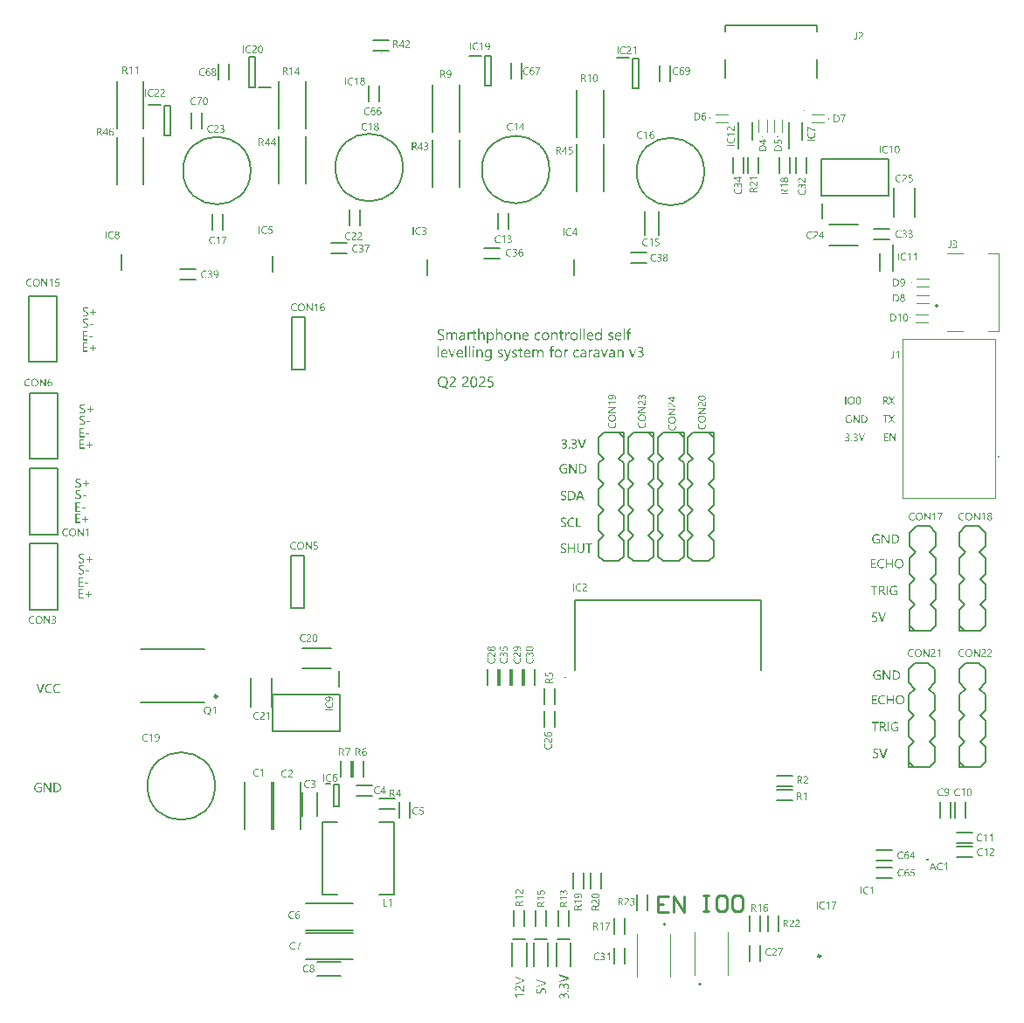
<source format=gbr>
%TF.GenerationSoftware,Altium Limited,Altium Designer,21.7.2 (23)*%
G04 Layer_Color=65535*
%FSLAX24Y24*%
%MOIN*%
%TF.SameCoordinates,DA776ED6-ADCF-4D54-B547-66972558000F*%
%TF.FilePolarity,Positive*%
%TF.FileFunction,Legend,Top*%
%TF.Part,Single*%
G01*
G75*
%TA.AperFunction,NonConductor*%
%ADD76C,0.0050*%
%ADD77C,0.0079*%
%ADD94C,0.0039*%
%ADD95C,0.0098*%
%ADD96C,0.0100*%
G36*
X23338Y25805D02*
X23343Y25804D01*
X23349Y25803D01*
X23355Y25801D01*
X23360Y25800D01*
Y25757D01*
X23359Y25758D01*
X23357Y25758D01*
X23354Y25759D01*
X23350Y25761D01*
X23345Y25763D01*
X23341Y25764D01*
X23335Y25764D01*
X23328Y25765D01*
X23326D01*
X23324Y25764D01*
X23320Y25764D01*
X23316Y25763D01*
X23312Y25762D01*
X23308Y25759D01*
X23303Y25757D01*
X23298Y25754D01*
X23294Y25750D01*
X23290Y25745D01*
X23286Y25739D01*
X23283Y25732D01*
X23280Y25723D01*
X23279Y25713D01*
X23278Y25703D01*
Y25657D01*
X23348D01*
Y25616D01*
X23278D01*
Y25361D01*
X23231D01*
Y25616D01*
X23181D01*
Y25657D01*
X23231D01*
Y25705D01*
Y25705D01*
Y25707D01*
Y25709D01*
X23232Y25712D01*
X23232Y25716D01*
X23233Y25721D01*
X23235Y25732D01*
X23238Y25743D01*
X23243Y25755D01*
X23246Y25761D01*
X23249Y25767D01*
X23253Y25772D01*
X23258Y25778D01*
X23259Y25778D01*
X23259Y25779D01*
X23261Y25781D01*
X23263Y25782D01*
X23266Y25784D01*
X23268Y25787D01*
X23277Y25792D01*
X23286Y25796D01*
X23298Y25801D01*
X23311Y25804D01*
X23318Y25805D01*
X23325Y25805D01*
X23333D01*
X23338Y25805D01*
D02*
G37*
G36*
X16144Y25782D02*
X16149D01*
X16156Y25781D01*
X16162Y25781D01*
X16177Y25778D01*
X16192Y25776D01*
X16205Y25772D01*
X16212Y25770D01*
X16217Y25768D01*
Y25713D01*
X16217Y25713D01*
X16216Y25714D01*
X16214Y25715D01*
X16211Y25717D01*
X16207Y25719D01*
X16203Y25721D01*
X16198Y25723D01*
X16192Y25726D01*
X16186Y25728D01*
X16179Y25730D01*
X16170Y25732D01*
X16162Y25734D01*
X16154Y25736D01*
X16144Y25737D01*
X16134Y25738D01*
X16117D01*
X16114Y25738D01*
X16109D01*
X16103Y25737D01*
X16092Y25735D01*
X16091D01*
X16089Y25734D01*
X16086Y25733D01*
X16083Y25732D01*
X16078Y25731D01*
X16073Y25729D01*
X16063Y25724D01*
X16063Y25723D01*
X16061Y25723D01*
X16059Y25721D01*
X16056Y25718D01*
X16053Y25716D01*
X16050Y25712D01*
X16043Y25704D01*
X16043Y25704D01*
X16042Y25702D01*
X16041Y25700D01*
X16039Y25697D01*
X16038Y25692D01*
X16037Y25687D01*
X16036Y25682D01*
X16036Y25676D01*
Y25675D01*
Y25673D01*
X16036Y25670D01*
Y25667D01*
X16038Y25658D01*
X16041Y25649D01*
X16042Y25648D01*
X16042Y25646D01*
X16044Y25644D01*
X16045Y25641D01*
X16051Y25635D01*
X16059Y25627D01*
X16059Y25627D01*
X16061Y25626D01*
X16063Y25624D01*
X16067Y25621D01*
X16071Y25618D01*
X16075Y25616D01*
X16081Y25612D01*
X16087Y25609D01*
X16087Y25608D01*
X16090Y25607D01*
X16093Y25605D01*
X16098Y25603D01*
X16103Y25600D01*
X16110Y25597D01*
X16117Y25593D01*
X16125Y25589D01*
X16126Y25588D01*
X16129Y25587D01*
X16133Y25585D01*
X16139Y25582D01*
X16145Y25579D01*
X16152Y25575D01*
X16167Y25566D01*
X16168Y25566D01*
X16170Y25564D01*
X16174Y25562D01*
X16179Y25558D01*
X16185Y25554D01*
X16191Y25550D01*
X16202Y25539D01*
X16203Y25539D01*
X16205Y25537D01*
X16208Y25534D01*
X16211Y25529D01*
X16215Y25525D01*
X16218Y25519D01*
X16223Y25513D01*
X16226Y25507D01*
X16227Y25506D01*
X16228Y25503D01*
X16229Y25499D01*
X16230Y25495D01*
X16232Y25489D01*
X16234Y25481D01*
X16234Y25474D01*
X16235Y25466D01*
Y25465D01*
Y25465D01*
Y25463D01*
Y25461D01*
X16234Y25455D01*
X16233Y25448D01*
X16232Y25439D01*
X16230Y25431D01*
X16227Y25422D01*
X16223Y25414D01*
X16222Y25413D01*
X16221Y25410D01*
X16218Y25406D01*
X16214Y25401D01*
X16210Y25396D01*
X16204Y25390D01*
X16198Y25384D01*
X16191Y25379D01*
X16190Y25378D01*
X16187Y25377D01*
X16183Y25374D01*
X16177Y25372D01*
X16170Y25368D01*
X16162Y25366D01*
X16154Y25362D01*
X16144Y25360D01*
X16143D01*
X16141Y25360D01*
X16139Y25359D01*
X16134Y25359D01*
X16127Y25357D01*
X16118Y25356D01*
X16109Y25356D01*
X16098Y25355D01*
X16081D01*
X16077Y25355D01*
X16073D01*
X16068Y25356D01*
X16063Y25356D01*
X16062D01*
X16061Y25357D01*
X16057D01*
X16054Y25357D01*
X16049Y25358D01*
X16044Y25359D01*
X16033Y25361D01*
X16033D01*
X16031Y25361D01*
X16028Y25362D01*
X16024Y25363D01*
X16020Y25364D01*
X16015Y25365D01*
X16005Y25368D01*
X16004D01*
X16003Y25368D01*
X16001Y25370D01*
X15997Y25371D01*
X15990Y25374D01*
X15984Y25378D01*
Y25435D01*
X15984Y25434D01*
X15985Y25433D01*
X15988Y25432D01*
X15990Y25430D01*
X15994Y25427D01*
X15998Y25425D01*
X16007Y25419D01*
X16008Y25419D01*
X16010Y25418D01*
X16013Y25417D01*
X16016Y25415D01*
X16020Y25414D01*
X16025Y25412D01*
X16036Y25408D01*
X16037D01*
X16039Y25407D01*
X16042Y25406D01*
X16046Y25405D01*
X16050Y25404D01*
X16055Y25402D01*
X16067Y25400D01*
X16067D01*
X16069Y25400D01*
X16072D01*
X16076Y25399D01*
X16080Y25398D01*
X16085D01*
X16095Y25398D01*
X16099D01*
X16102Y25398D01*
X16106D01*
X16110Y25399D01*
X16120Y25400D01*
X16131Y25402D01*
X16142Y25405D01*
X16152Y25409D01*
X16162Y25414D01*
X16163Y25415D01*
X16165Y25418D01*
X16169Y25421D01*
X16173Y25426D01*
X16177Y25433D01*
X16181Y25442D01*
X16183Y25451D01*
X16184Y25462D01*
Y25463D01*
Y25465D01*
X16184Y25468D01*
X16183Y25472D01*
X16182Y25477D01*
X16181Y25481D01*
X16179Y25486D01*
X16176Y25491D01*
X16176Y25492D01*
X16175Y25493D01*
X16174Y25496D01*
X16172Y25499D01*
X16168Y25502D01*
X16165Y25506D01*
X16161Y25510D01*
X16156Y25514D01*
X16156Y25514D01*
X16154Y25515D01*
X16151Y25517D01*
X16148Y25520D01*
X16143Y25523D01*
X16138Y25526D01*
X16132Y25530D01*
X16125Y25533D01*
X16125Y25534D01*
X16122Y25535D01*
X16119Y25537D01*
X16114Y25539D01*
X16108Y25543D01*
X16102Y25546D01*
X16095Y25550D01*
X16087Y25554D01*
X16086Y25554D01*
X16084Y25555D01*
X16080Y25557D01*
X16074Y25561D01*
X16068Y25564D01*
X16061Y25567D01*
X16047Y25575D01*
X16046Y25576D01*
X16043Y25578D01*
X16040Y25580D01*
X16036Y25583D01*
X16031Y25586D01*
X16025Y25591D01*
X16014Y25600D01*
X16014Y25601D01*
X16012Y25603D01*
X16009Y25606D01*
X16007Y25609D01*
X16003Y25614D01*
X16000Y25619D01*
X15996Y25625D01*
X15992Y25631D01*
X15992Y25632D01*
X15991Y25634D01*
X15990Y25638D01*
X15989Y25643D01*
X15987Y25649D01*
X15986Y25656D01*
X15985Y25663D01*
X15985Y25671D01*
Y25672D01*
Y25673D01*
Y25674D01*
Y25676D01*
X15985Y25681D01*
X15986Y25688D01*
X15988Y25696D01*
X15990Y25704D01*
X15993Y25712D01*
X15997Y25721D01*
X15997Y25722D01*
X15999Y25724D01*
X16002Y25728D01*
X16006Y25733D01*
X16010Y25738D01*
X16016Y25744D01*
X16022Y25750D01*
X16030Y25755D01*
X16031Y25756D01*
X16033Y25757D01*
X16037Y25760D01*
X16043Y25763D01*
X16050Y25766D01*
X16057Y25769D01*
X16066Y25772D01*
X16075Y25775D01*
X16076D01*
X16077Y25776D01*
X16080Y25776D01*
X16085Y25777D01*
X16092Y25779D01*
X16100Y25780D01*
X16109Y25781D01*
X16119Y25782D01*
X16128Y25782D01*
X16138D01*
X16144Y25782D01*
D02*
G37*
G36*
X22252Y25361D02*
X22205D01*
Y25412D01*
X22204D01*
X22203Y25411D01*
X22202Y25409D01*
X22200Y25406D01*
X22198Y25403D01*
X22194Y25398D01*
X22190Y25394D01*
X22185Y25389D01*
X22179Y25383D01*
X22172Y25378D01*
X22164Y25373D01*
X22156Y25368D01*
X22146Y25364D01*
X22137Y25360D01*
X22126Y25357D01*
X22114Y25355D01*
X22102Y25355D01*
X22099D01*
X22096Y25355D01*
X22092D01*
X22088Y25356D01*
X22083Y25357D01*
X22076Y25358D01*
X22069Y25360D01*
X22063Y25362D01*
X22055Y25365D01*
X22048Y25367D01*
X22040Y25371D01*
X22033Y25376D01*
X22026Y25381D01*
X22019Y25387D01*
X22013Y25394D01*
X22012Y25395D01*
X22011Y25396D01*
X22009Y25398D01*
X22008Y25401D01*
X22005Y25406D01*
X22002Y25410D01*
X21999Y25416D01*
X21996Y25422D01*
X21993Y25430D01*
X21990Y25438D01*
X21987Y25447D01*
X21985Y25456D01*
X21983Y25467D01*
X21981Y25478D01*
X21980Y25490D01*
X21979Y25502D01*
Y25503D01*
Y25505D01*
Y25509D01*
X21980Y25514D01*
X21980Y25521D01*
X21982Y25528D01*
X21983Y25536D01*
X21984Y25544D01*
X21989Y25563D01*
X21991Y25573D01*
X21995Y25582D01*
X22000Y25592D01*
X22004Y25602D01*
X22010Y25611D01*
X22016Y25620D01*
X22017Y25620D01*
X22018Y25622D01*
X22020Y25624D01*
X22023Y25627D01*
X22027Y25630D01*
X22031Y25634D01*
X22037Y25638D01*
X22043Y25642D01*
X22049Y25646D01*
X22057Y25650D01*
X22065Y25653D01*
X22074Y25657D01*
X22083Y25660D01*
X22093Y25662D01*
X22104Y25663D01*
X22115Y25664D01*
X22117D01*
X22121Y25663D01*
X22125D01*
X22130Y25662D01*
X22135Y25661D01*
X22142Y25660D01*
X22149Y25658D01*
X22156Y25655D01*
X22163Y25652D01*
X22171Y25648D01*
X22178Y25644D01*
X22185Y25638D01*
X22192Y25632D01*
X22198Y25624D01*
X22204Y25616D01*
X22205D01*
Y25799D01*
X22252D01*
Y25361D01*
D02*
G37*
G36*
X20471Y25663D02*
X20475Y25663D01*
X20479Y25662D01*
X20490Y25660D01*
X20502Y25656D01*
X20508Y25653D01*
X20514Y25651D01*
X20520Y25647D01*
X20526Y25643D01*
X20532Y25638D01*
X20537Y25632D01*
X20537Y25632D01*
X20538Y25631D01*
X20539Y25629D01*
X20541Y25626D01*
X20543Y25623D01*
X20545Y25619D01*
X20547Y25615D01*
X20550Y25609D01*
X20552Y25603D01*
X20554Y25597D01*
X20556Y25589D01*
X20559Y25581D01*
X20560Y25572D01*
X20561Y25563D01*
X20562Y25553D01*
Y25542D01*
Y25361D01*
X20515D01*
Y25529D01*
Y25530D01*
Y25531D01*
Y25533D01*
X20514Y25538D01*
X20514Y25544D01*
X20513Y25551D01*
X20511Y25560D01*
X20509Y25568D01*
X20506Y25577D01*
X20503Y25586D01*
X20498Y25594D01*
X20493Y25602D01*
X20486Y25609D01*
X20478Y25615D01*
X20469Y25620D01*
X20458Y25623D01*
X20452Y25624D01*
X20443D01*
X20440Y25623D01*
X20437D01*
X20434Y25622D01*
X20425Y25621D01*
X20416Y25617D01*
X20406Y25612D01*
X20401Y25610D01*
X20396Y25606D01*
X20392Y25602D01*
X20387Y25597D01*
Y25597D01*
X20386Y25596D01*
X20385Y25594D01*
X20383Y25592D01*
X20382Y25590D01*
X20380Y25587D01*
X20376Y25579D01*
X20371Y25569D01*
X20368Y25557D01*
X20365Y25544D01*
X20364Y25529D01*
Y25361D01*
X20317D01*
Y25657D01*
X20364D01*
Y25608D01*
X20365D01*
X20366Y25608D01*
X20367Y25610D01*
X20369Y25613D01*
X20371Y25616D01*
X20375Y25621D01*
X20380Y25626D01*
X20384Y25631D01*
X20390Y25636D01*
X20396Y25641D01*
X20404Y25646D01*
X20412Y25651D01*
X20420Y25655D01*
X20430Y25659D01*
X20440Y25662D01*
X20451Y25663D01*
X20463Y25664D01*
X20467D01*
X20471Y25663D01*
D02*
G37*
G36*
X19045D02*
X19049Y25663D01*
X19054Y25662D01*
X19064Y25660D01*
X19076Y25656D01*
X19083Y25653D01*
X19089Y25651D01*
X19095Y25647D01*
X19101Y25643D01*
X19106Y25638D01*
X19111Y25632D01*
X19112Y25632D01*
X19112Y25631D01*
X19113Y25629D01*
X19115Y25626D01*
X19117Y25623D01*
X19119Y25619D01*
X19122Y25615D01*
X19124Y25609D01*
X19126Y25603D01*
X19129Y25597D01*
X19131Y25589D01*
X19133Y25581D01*
X19135Y25572D01*
X19136Y25563D01*
X19137Y25553D01*
Y25542D01*
Y25361D01*
X19089D01*
Y25529D01*
Y25530D01*
Y25531D01*
Y25533D01*
X19089Y25538D01*
X19088Y25544D01*
X19087Y25551D01*
X19086Y25560D01*
X19083Y25568D01*
X19081Y25577D01*
X19077Y25586D01*
X19072Y25594D01*
X19067Y25602D01*
X19060Y25609D01*
X19052Y25615D01*
X19043Y25620D01*
X19033Y25623D01*
X19027Y25624D01*
X19017D01*
X19015Y25623D01*
X19012D01*
X19008Y25622D01*
X19000Y25621D01*
X18991Y25617D01*
X18981Y25612D01*
X18976Y25610D01*
X18971Y25606D01*
X18966Y25602D01*
X18962Y25597D01*
Y25597D01*
X18960Y25596D01*
X18959Y25594D01*
X18958Y25592D01*
X18956Y25590D01*
X18954Y25587D01*
X18950Y25579D01*
X18946Y25569D01*
X18942Y25557D01*
X18940Y25544D01*
X18939Y25529D01*
Y25361D01*
X18891D01*
Y25657D01*
X18939D01*
Y25608D01*
X18940D01*
X18940Y25608D01*
X18941Y25610D01*
X18943Y25613D01*
X18946Y25616D01*
X18950Y25621D01*
X18954Y25626D01*
X18959Y25631D01*
X18964Y25636D01*
X18971Y25641D01*
X18978Y25646D01*
X18986Y25651D01*
X18995Y25655D01*
X19004Y25659D01*
X19015Y25662D01*
X19025Y25663D01*
X19037Y25664D01*
X19042D01*
X19045Y25663D01*
D02*
G37*
G36*
X18022D02*
X18027Y25663D01*
X18032Y25662D01*
X18039Y25661D01*
X18045Y25659D01*
X18053Y25657D01*
X18060Y25654D01*
X18067Y25651D01*
X18074Y25647D01*
X18081Y25643D01*
X18089Y25637D01*
X18096Y25631D01*
X18102Y25624D01*
X18102Y25623D01*
X18103Y25622D01*
X18104Y25620D01*
X18107Y25617D01*
X18109Y25612D01*
X18112Y25608D01*
X18115Y25602D01*
X18118Y25596D01*
X18121Y25588D01*
X18123Y25580D01*
X18126Y25572D01*
X18129Y25562D01*
X18131Y25552D01*
X18132Y25541D01*
X18133Y25529D01*
X18134Y25517D01*
Y25516D01*
Y25514D01*
Y25510D01*
X18133Y25505D01*
X18133Y25499D01*
X18132Y25492D01*
X18131Y25484D01*
X18129Y25475D01*
X18125Y25456D01*
X18122Y25446D01*
X18119Y25436D01*
X18115Y25426D01*
X18110Y25417D01*
X18104Y25408D01*
X18098Y25399D01*
X18097Y25398D01*
X18096Y25397D01*
X18094Y25395D01*
X18091Y25392D01*
X18087Y25389D01*
X18083Y25385D01*
X18078Y25381D01*
X18072Y25377D01*
X18065Y25373D01*
X18058Y25369D01*
X18050Y25365D01*
X18041Y25362D01*
X18031Y25359D01*
X18021Y25357D01*
X18010Y25355D01*
X17999Y25355D01*
X17996D01*
X17994Y25355D01*
X17990D01*
X17985Y25356D01*
X17979Y25357D01*
X17973Y25359D01*
X17966Y25361D01*
X17960Y25364D01*
X17952Y25367D01*
X17945Y25371D01*
X17937Y25376D01*
X17930Y25381D01*
X17923Y25388D01*
X17917Y25395D01*
X17911Y25404D01*
X17909D01*
Y25225D01*
X17862D01*
Y25657D01*
X17909D01*
Y25605D01*
X17911D01*
X17911Y25605D01*
X17912Y25608D01*
X17914Y25610D01*
X17917Y25614D01*
X17921Y25618D01*
X17925Y25623D01*
X17930Y25629D01*
X17936Y25634D01*
X17943Y25640D01*
X17951Y25645D01*
X17959Y25650D01*
X17968Y25655D01*
X17978Y25658D01*
X17989Y25661D01*
X18001Y25663D01*
X18013Y25664D01*
X18018D01*
X18022Y25663D01*
D02*
G37*
G36*
X22616D02*
X22620D01*
X22629Y25662D01*
X22640Y25661D01*
X22651Y25658D01*
X22663Y25655D01*
X22675Y25650D01*
Y25603D01*
X22674D01*
X22673Y25604D01*
X22672Y25605D01*
X22669Y25606D01*
X22666Y25608D01*
X22662Y25609D01*
X22658Y25611D01*
X22653Y25614D01*
X22642Y25617D01*
X22630Y25621D01*
X22615Y25623D01*
X22600Y25624D01*
X22595D01*
X22592Y25623D01*
X22584Y25623D01*
X22576Y25621D01*
X22575D01*
X22574Y25620D01*
X22572Y25620D01*
X22570Y25618D01*
X22564Y25616D01*
X22558Y25612D01*
X22557D01*
X22556Y25611D01*
X22553Y25609D01*
X22549Y25604D01*
X22546Y25599D01*
Y25598D01*
X22545Y25598D01*
X22544Y25596D01*
X22543Y25594D01*
X22542Y25588D01*
X22541Y25582D01*
Y25582D01*
Y25580D01*
Y25578D01*
X22542Y25575D01*
X22543Y25569D01*
X22546Y25563D01*
Y25562D01*
X22547Y25562D01*
X22549Y25558D01*
X22553Y25554D01*
X22558Y25549D01*
X22558D01*
X22559Y25548D01*
X22561Y25547D01*
X22563Y25545D01*
X22570Y25542D01*
X22577Y25538D01*
X22578D01*
X22579Y25537D01*
X22582Y25537D01*
X22585Y25535D01*
X22589Y25533D01*
X22594Y25532D01*
X22604Y25527D01*
X22605Y25527D01*
X22607Y25526D01*
X22611Y25525D01*
X22616Y25522D01*
X22621Y25520D01*
X22627Y25517D01*
X22639Y25511D01*
X22639Y25511D01*
X22642Y25510D01*
X22644Y25509D01*
X22648Y25507D01*
X22657Y25501D01*
X22666Y25494D01*
X22666Y25493D01*
X22667Y25492D01*
X22669Y25490D01*
X22672Y25487D01*
X22674Y25484D01*
X22678Y25480D01*
X22683Y25471D01*
X22683Y25471D01*
X22684Y25469D01*
X22685Y25466D01*
X22686Y25462D01*
X22687Y25458D01*
X22687Y25452D01*
X22689Y25447D01*
Y25440D01*
Y25439D01*
Y25436D01*
X22688Y25432D01*
X22687Y25427D01*
X22686Y25421D01*
X22684Y25415D01*
X22682Y25408D01*
X22679Y25402D01*
X22678Y25401D01*
X22677Y25399D01*
X22675Y25396D01*
X22672Y25392D01*
X22668Y25388D01*
X22663Y25384D01*
X22659Y25379D01*
X22653Y25375D01*
X22652Y25374D01*
X22650Y25373D01*
X22647Y25372D01*
X22642Y25369D01*
X22637Y25367D01*
X22630Y25364D01*
X22623Y25362D01*
X22615Y25360D01*
X22614D01*
X22612Y25359D01*
X22608Y25358D01*
X22602Y25357D01*
X22596Y25356D01*
X22588Y25355D01*
X22580Y25355D01*
X22567D01*
X22564Y25355D01*
X22560D01*
X22555Y25356D01*
X22550Y25356D01*
X22544Y25357D01*
X22532Y25359D01*
X22519Y25362D01*
X22506Y25366D01*
X22493Y25372D01*
Y25422D01*
X22493Y25422D01*
X22494Y25421D01*
X22496Y25420D01*
X22499Y25418D01*
X22503Y25416D01*
X22507Y25414D01*
X22512Y25411D01*
X22518Y25408D01*
X22524Y25406D01*
X22530Y25403D01*
X22544Y25398D01*
X22561Y25395D01*
X22569Y25395D01*
X22578Y25394D01*
X22580D01*
X22584Y25395D01*
X22588D01*
X22592Y25395D01*
X22597Y25396D01*
X22609Y25400D01*
X22615Y25402D01*
X22620Y25404D01*
X22626Y25408D01*
X22630Y25412D01*
X22635Y25416D01*
X22637Y25422D01*
X22639Y25428D01*
X22640Y25436D01*
Y25436D01*
Y25438D01*
Y25440D01*
X22639Y25443D01*
X22638Y25449D01*
X22635Y25456D01*
Y25456D01*
X22633Y25457D01*
X22631Y25461D01*
X22626Y25465D01*
X22620Y25470D01*
X22619Y25471D01*
X22618Y25471D01*
X22617Y25472D01*
X22614Y25474D01*
X22611Y25475D01*
X22607Y25478D01*
X22599Y25481D01*
X22598D01*
X22596Y25483D01*
X22594Y25484D01*
X22591Y25485D01*
X22587Y25486D01*
X22583Y25489D01*
X22572Y25492D01*
X22571Y25493D01*
X22569Y25493D01*
X22565Y25495D01*
X22561Y25497D01*
X22555Y25499D01*
X22549Y25502D01*
X22538Y25508D01*
X22537Y25508D01*
X22536Y25509D01*
X22532Y25511D01*
X22529Y25513D01*
X22521Y25519D01*
X22513Y25526D01*
X22512Y25526D01*
X22511Y25527D01*
X22510Y25529D01*
X22507Y25532D01*
X22505Y25536D01*
X22502Y25539D01*
X22498Y25548D01*
Y25549D01*
X22497Y25550D01*
X22496Y25553D01*
X22496Y25557D01*
X22495Y25561D01*
X22494Y25566D01*
X22493Y25572D01*
Y25578D01*
Y25579D01*
Y25581D01*
X22494Y25586D01*
X22494Y25591D01*
X22495Y25596D01*
X22497Y25602D01*
X22499Y25609D01*
X22502Y25615D01*
X22503Y25615D01*
X22504Y25617D01*
X22506Y25621D01*
X22509Y25624D01*
X22513Y25628D01*
X22517Y25633D01*
X22522Y25638D01*
X22528Y25642D01*
X22528Y25643D01*
X22530Y25644D01*
X22534Y25646D01*
X22538Y25648D01*
X22544Y25651D01*
X22550Y25653D01*
X22557Y25656D01*
X22564Y25658D01*
X22565D01*
X22567Y25659D01*
X22572Y25660D01*
X22577Y25661D01*
X22583Y25662D01*
X22590Y25663D01*
X22598Y25664D01*
X22613D01*
X22616Y25663D01*
D02*
G37*
G36*
X16642D02*
X16648Y25662D01*
X16656Y25660D01*
X16664Y25657D01*
X16673Y25654D01*
X16682Y25649D01*
X16691Y25643D01*
X16700Y25634D01*
X16708Y25624D01*
X16715Y25613D01*
X16719Y25606D01*
X16722Y25599D01*
X16724Y25591D01*
X16726Y25583D01*
X16728Y25574D01*
X16730Y25564D01*
X16731Y25554D01*
Y25543D01*
Y25361D01*
X16683D01*
Y25531D01*
Y25531D01*
Y25533D01*
Y25536D01*
Y25539D01*
X16683Y25543D01*
Y25548D01*
X16681Y25558D01*
X16679Y25569D01*
X16677Y25581D01*
X16673Y25592D01*
X16671Y25597D01*
X16668Y25602D01*
X16667Y25603D01*
X16665Y25605D01*
X16661Y25609D01*
X16656Y25613D01*
X16649Y25617D01*
X16640Y25621D01*
X16630Y25623D01*
X16617Y25624D01*
X16614D01*
X16612Y25623D01*
X16607Y25622D01*
X16600Y25621D01*
X16591Y25617D01*
X16583Y25612D01*
X16578Y25609D01*
X16574Y25605D01*
X16570Y25601D01*
X16566Y25596D01*
Y25596D01*
X16565Y25595D01*
X16564Y25593D01*
X16562Y25591D01*
X16561Y25588D01*
X16559Y25585D01*
X16555Y25578D01*
X16551Y25568D01*
X16548Y25556D01*
X16546Y25544D01*
X16544Y25529D01*
Y25361D01*
X16497D01*
Y25537D01*
Y25538D01*
Y25540D01*
X16496Y25545D01*
X16496Y25550D01*
X16495Y25557D01*
X16494Y25564D01*
X16491Y25572D01*
X16489Y25580D01*
X16485Y25588D01*
X16481Y25596D01*
X16475Y25604D01*
X16469Y25610D01*
X16461Y25616D01*
X16452Y25620D01*
X16442Y25623D01*
X16430Y25624D01*
X16427D01*
X16425Y25623D01*
X16419Y25623D01*
X16412Y25621D01*
X16404Y25617D01*
X16395Y25613D01*
X16387Y25606D01*
X16382Y25602D01*
X16378Y25598D01*
Y25597D01*
X16377Y25597D01*
X16377Y25595D01*
X16375Y25593D01*
X16374Y25591D01*
X16372Y25587D01*
X16369Y25579D01*
X16365Y25569D01*
X16362Y25558D01*
X16359Y25545D01*
X16358Y25529D01*
Y25361D01*
X16311D01*
Y25657D01*
X16358D01*
Y25610D01*
X16359D01*
X16360Y25610D01*
X16361Y25612D01*
X16363Y25615D01*
X16365Y25618D01*
X16369Y25622D01*
X16372Y25627D01*
X16377Y25632D01*
X16383Y25637D01*
X16389Y25642D01*
X16396Y25647D01*
X16403Y25651D01*
X16411Y25656D01*
X16421Y25659D01*
X16430Y25662D01*
X16440Y25663D01*
X16451Y25664D01*
X16456D01*
X16462Y25663D01*
X16469Y25662D01*
X16477Y25659D01*
X16487Y25657D01*
X16495Y25652D01*
X16504Y25647D01*
X16505Y25646D01*
X16508Y25644D01*
X16512Y25640D01*
X16517Y25635D01*
X16522Y25629D01*
X16526Y25621D01*
X16531Y25612D01*
X16535Y25603D01*
X16536Y25603D01*
X16537Y25605D01*
X16538Y25608D01*
X16541Y25612D01*
X16545Y25617D01*
X16549Y25622D01*
X16554Y25628D01*
X16560Y25633D01*
X16566Y25639D01*
X16573Y25645D01*
X16582Y25650D01*
X16590Y25655D01*
X16600Y25658D01*
X16610Y25661D01*
X16621Y25663D01*
X16633Y25664D01*
X16637D01*
X16642Y25663D01*
D02*
G37*
G36*
X19841D02*
X19844D01*
X19854Y25662D01*
X19865Y25660D01*
X19876Y25658D01*
X19888Y25654D01*
X19899Y25649D01*
Y25600D01*
X19899Y25601D01*
X19897Y25602D01*
X19896Y25603D01*
X19894Y25604D01*
X19890Y25606D01*
X19887Y25608D01*
X19878Y25612D01*
X19867Y25616D01*
X19855Y25620D01*
X19842Y25623D01*
X19836Y25624D01*
X19824D01*
X19821Y25623D01*
X19817Y25623D01*
X19813Y25622D01*
X19802Y25620D01*
X19790Y25616D01*
X19784Y25614D01*
X19778Y25610D01*
X19772Y25606D01*
X19766Y25602D01*
X19760Y25597D01*
X19754Y25591D01*
X19754Y25591D01*
X19753Y25590D01*
X19752Y25588D01*
X19750Y25585D01*
X19748Y25582D01*
X19745Y25578D01*
X19742Y25574D01*
X19740Y25568D01*
X19737Y25563D01*
X19735Y25556D01*
X19732Y25549D01*
X19730Y25542D01*
X19728Y25533D01*
X19727Y25525D01*
X19726Y25516D01*
X19725Y25506D01*
Y25505D01*
Y25504D01*
Y25501D01*
X19726Y25497D01*
X19727Y25493D01*
X19727Y25488D01*
X19728Y25483D01*
X19729Y25477D01*
X19732Y25463D01*
X19737Y25450D01*
X19740Y25443D01*
X19744Y25436D01*
X19748Y25430D01*
X19753Y25424D01*
X19753Y25424D01*
X19754Y25423D01*
X19755Y25421D01*
X19758Y25419D01*
X19760Y25417D01*
X19764Y25415D01*
X19767Y25412D01*
X19772Y25409D01*
X19783Y25403D01*
X19795Y25399D01*
X19810Y25395D01*
X19818Y25395D01*
X19826Y25394D01*
X19830D01*
X19832Y25395D01*
X19836D01*
X19840Y25396D01*
X19849Y25397D01*
X19861Y25401D01*
X19873Y25405D01*
X19886Y25412D01*
X19892Y25415D01*
X19899Y25420D01*
Y25374D01*
X19898D01*
X19897Y25373D01*
X19895Y25373D01*
X19893Y25371D01*
X19889Y25370D01*
X19885Y25368D01*
X19881Y25366D01*
X19876Y25365D01*
X19870Y25363D01*
X19864Y25361D01*
X19850Y25358D01*
X19835Y25356D01*
X19818Y25355D01*
X19815D01*
X19812Y25355D01*
X19807D01*
X19802Y25356D01*
X19796Y25357D01*
X19789Y25358D01*
X19782Y25360D01*
X19773Y25362D01*
X19765Y25365D01*
X19757Y25368D01*
X19748Y25372D01*
X19740Y25377D01*
X19731Y25382D01*
X19723Y25389D01*
X19716Y25396D01*
X19715Y25396D01*
X19714Y25397D01*
X19712Y25400D01*
X19710Y25403D01*
X19707Y25407D01*
X19704Y25412D01*
X19700Y25418D01*
X19697Y25425D01*
X19693Y25432D01*
X19689Y25440D01*
X19686Y25449D01*
X19683Y25458D01*
X19681Y25468D01*
X19678Y25479D01*
X19677Y25490D01*
X19677Y25502D01*
Y25503D01*
Y25505D01*
X19677Y25509D01*
Y25514D01*
X19678Y25520D01*
X19679Y25527D01*
X19680Y25536D01*
X19682Y25544D01*
X19684Y25553D01*
X19687Y25563D01*
X19691Y25573D01*
X19695Y25582D01*
X19699Y25592D01*
X19705Y25602D01*
X19711Y25610D01*
X19719Y25619D01*
X19719Y25620D01*
X19721Y25621D01*
X19723Y25623D01*
X19727Y25626D01*
X19731Y25629D01*
X19736Y25633D01*
X19742Y25637D01*
X19749Y25641D01*
X19756Y25646D01*
X19765Y25650D01*
X19774Y25653D01*
X19784Y25657D01*
X19795Y25659D01*
X19806Y25662D01*
X19818Y25663D01*
X19831Y25664D01*
X19837D01*
X19841Y25663D01*
D02*
G37*
G36*
X20988Y25662D02*
X20998Y25661D01*
X21003Y25659D01*
X21006Y25658D01*
Y25609D01*
X21006Y25609D01*
X21004Y25610D01*
X21001Y25612D01*
X20997Y25614D01*
X20992Y25615D01*
X20986Y25617D01*
X20979Y25618D01*
X20970Y25618D01*
X20968D01*
X20965Y25618D01*
X20960Y25617D01*
X20953Y25615D01*
X20945Y25611D01*
X20936Y25606D01*
X20932Y25603D01*
X20928Y25599D01*
X20923Y25594D01*
X20920Y25590D01*
Y25589D01*
X20918Y25588D01*
X20918Y25587D01*
X20916Y25585D01*
X20915Y25581D01*
X20913Y25578D01*
X20911Y25574D01*
X20910Y25569D01*
X20908Y25564D01*
X20906Y25558D01*
X20904Y25552D01*
X20903Y25545D01*
X20900Y25529D01*
X20899Y25512D01*
Y25361D01*
X20852D01*
Y25657D01*
X20899D01*
Y25596D01*
X20900D01*
Y25596D01*
X20901Y25597D01*
X20902Y25599D01*
X20903Y25601D01*
X20905Y25606D01*
X20908Y25614D01*
X20912Y25621D01*
X20918Y25629D01*
X20924Y25638D01*
X20932Y25645D01*
X20933Y25645D01*
X20935Y25647D01*
X20940Y25650D01*
X20945Y25653D01*
X20952Y25657D01*
X20960Y25659D01*
X20969Y25662D01*
X20978Y25662D01*
X20985D01*
X20988Y25662D01*
D02*
G37*
G36*
X17258D02*
X17267Y25661D01*
X17272Y25659D01*
X17276Y25658D01*
Y25609D01*
X17275Y25609D01*
X17273Y25610D01*
X17270Y25612D01*
X17266Y25614D01*
X17261Y25615D01*
X17255Y25617D01*
X17248Y25618D01*
X17240Y25618D01*
X17237D01*
X17235Y25618D01*
X17229Y25617D01*
X17222Y25615D01*
X17214Y25611D01*
X17206Y25606D01*
X17201Y25603D01*
X17197Y25599D01*
X17193Y25594D01*
X17189Y25590D01*
Y25589D01*
X17188Y25588D01*
X17187Y25587D01*
X17185Y25585D01*
X17184Y25581D01*
X17182Y25578D01*
X17181Y25574D01*
X17179Y25569D01*
X17177Y25564D01*
X17175Y25558D01*
X17173Y25552D01*
X17172Y25545D01*
X17170Y25529D01*
X17169Y25512D01*
Y25361D01*
X17121D01*
Y25657D01*
X17169D01*
Y25596D01*
X17170D01*
Y25596D01*
X17170Y25597D01*
X17171Y25599D01*
X17172Y25601D01*
X17174Y25606D01*
X17177Y25614D01*
X17182Y25621D01*
X17187Y25629D01*
X17194Y25638D01*
X17201Y25645D01*
X17202Y25645D01*
X17205Y25647D01*
X17209Y25650D01*
X17214Y25653D01*
X17221Y25657D01*
X17229Y25659D01*
X17238Y25662D01*
X17247Y25662D01*
X17254D01*
X17258Y25662D01*
D02*
G37*
G36*
X23118Y25361D02*
X23070D01*
Y25799D01*
X23118D01*
Y25361D01*
D02*
G37*
G36*
X21595D02*
X21547D01*
Y25799D01*
X21595D01*
Y25361D01*
D02*
G37*
G36*
X21452D02*
X21404D01*
Y25799D01*
X21452D01*
Y25361D01*
D02*
G37*
G36*
X18257Y25608D02*
X18258D01*
X18259Y25608D01*
X18260Y25610D01*
X18262Y25613D01*
X18265Y25616D01*
X18268Y25621D01*
X18273Y25626D01*
X18277Y25631D01*
X18283Y25636D01*
X18290Y25641D01*
X18297Y25646D01*
X18305Y25651D01*
X18314Y25655D01*
X18323Y25659D01*
X18333Y25662D01*
X18344Y25663D01*
X18356Y25664D01*
X18360D01*
X18365Y25663D01*
X18371Y25662D01*
X18378Y25660D01*
X18387Y25657D01*
X18396Y25654D01*
X18406Y25649D01*
X18415Y25643D01*
X18424Y25634D01*
X18433Y25624D01*
X18440Y25613D01*
X18443Y25606D01*
X18446Y25599D01*
X18449Y25591D01*
X18451Y25583D01*
X18453Y25574D01*
X18454Y25564D01*
X18455Y25554D01*
Y25543D01*
Y25361D01*
X18408D01*
Y25532D01*
Y25533D01*
Y25536D01*
X18407Y25540D01*
X18407Y25546D01*
X18406Y25553D01*
X18404Y25561D01*
X18402Y25569D01*
X18399Y25578D01*
X18396Y25586D01*
X18391Y25595D01*
X18386Y25603D01*
X18379Y25610D01*
X18371Y25615D01*
X18362Y25620D01*
X18351Y25623D01*
X18339Y25624D01*
X18336D01*
X18334Y25623D01*
X18327Y25622D01*
X18319Y25621D01*
X18310Y25617D01*
X18300Y25612D01*
X18295Y25610D01*
X18290Y25606D01*
X18285Y25602D01*
X18281Y25597D01*
Y25597D01*
X18280Y25596D01*
X18279Y25594D01*
X18277Y25592D01*
X18275Y25590D01*
X18273Y25586D01*
X18269Y25579D01*
X18265Y25569D01*
X18261Y25557D01*
X18258Y25544D01*
X18258Y25536D01*
X18257Y25528D01*
Y25361D01*
X18210D01*
Y25799D01*
X18257D01*
Y25608D01*
D02*
G37*
G36*
X17575D02*
X17576D01*
X17576Y25608D01*
X17577Y25610D01*
X17580Y25613D01*
X17582Y25616D01*
X17586Y25621D01*
X17590Y25626D01*
X17595Y25631D01*
X17601Y25636D01*
X17608Y25641D01*
X17615Y25646D01*
X17623Y25651D01*
X17632Y25655D01*
X17641Y25659D01*
X17651Y25662D01*
X17662Y25663D01*
X17673Y25664D01*
X17677D01*
X17682Y25663D01*
X17689Y25662D01*
X17696Y25660D01*
X17705Y25657D01*
X17713Y25654D01*
X17723Y25649D01*
X17733Y25643D01*
X17741Y25634D01*
X17750Y25624D01*
X17757Y25613D01*
X17761Y25606D01*
X17764Y25599D01*
X17766Y25591D01*
X17769Y25583D01*
X17771Y25574D01*
X17772Y25564D01*
X17773Y25554D01*
Y25543D01*
Y25361D01*
X17725D01*
Y25532D01*
Y25533D01*
Y25536D01*
X17725Y25540D01*
X17724Y25546D01*
X17723Y25553D01*
X17722Y25561D01*
X17719Y25569D01*
X17717Y25578D01*
X17713Y25586D01*
X17709Y25595D01*
X17703Y25603D01*
X17697Y25610D01*
X17688Y25615D01*
X17680Y25620D01*
X17669Y25623D01*
X17657Y25624D01*
X17653D01*
X17651Y25623D01*
X17645Y25622D01*
X17636Y25621D01*
X17627Y25617D01*
X17617Y25612D01*
X17612Y25610D01*
X17608Y25606D01*
X17603Y25602D01*
X17598Y25597D01*
Y25597D01*
X17597Y25596D01*
X17596Y25594D01*
X17594Y25592D01*
X17593Y25590D01*
X17591Y25586D01*
X17587Y25579D01*
X17582Y25569D01*
X17579Y25557D01*
X17576Y25544D01*
X17575Y25536D01*
X17575Y25528D01*
Y25361D01*
X17527D01*
Y25799D01*
X17575D01*
Y25608D01*
D02*
G37*
G36*
X16938Y25663D02*
X16944Y25662D01*
X16952Y25661D01*
X16961Y25658D01*
X16970Y25655D01*
X16980Y25650D01*
X16989Y25644D01*
X16999Y25637D01*
X17008Y25628D01*
X17016Y25617D01*
X17022Y25605D01*
X17025Y25598D01*
X17028Y25590D01*
X17029Y25582D01*
X17031Y25573D01*
X17031Y25563D01*
X17032Y25554D01*
Y25361D01*
X16985D01*
Y25407D01*
X16983D01*
X16983Y25407D01*
X16982Y25405D01*
X16980Y25402D01*
X16977Y25399D01*
X16974Y25395D01*
X16970Y25391D01*
X16966Y25386D01*
X16961Y25381D01*
X16954Y25376D01*
X16947Y25371D01*
X16940Y25367D01*
X16932Y25363D01*
X16923Y25360D01*
X16914Y25357D01*
X16903Y25355D01*
X16892Y25355D01*
X16888D01*
X16885Y25355D01*
X16881D01*
X16877Y25356D01*
X16867Y25357D01*
X16856Y25360D01*
X16845Y25365D01*
X16834Y25370D01*
X16823Y25378D01*
Y25378D01*
X16822Y25379D01*
X16820Y25382D01*
X16815Y25387D01*
X16811Y25394D01*
X16807Y25403D01*
X16802Y25413D01*
X16799Y25426D01*
X16799Y25432D01*
X16798Y25439D01*
Y25440D01*
Y25443D01*
X16799Y25447D01*
X16800Y25452D01*
X16801Y25459D01*
X16803Y25466D01*
X16807Y25474D01*
X16810Y25483D01*
X16816Y25491D01*
X16822Y25499D01*
X16830Y25508D01*
X16840Y25515D01*
X16851Y25522D01*
X16864Y25528D01*
X16879Y25533D01*
X16887Y25534D01*
X16896Y25536D01*
X16985Y25549D01*
Y25550D01*
Y25552D01*
X16984Y25556D01*
X16983Y25561D01*
X16983Y25566D01*
X16981Y25573D01*
X16980Y25579D01*
X16977Y25586D01*
X16974Y25593D01*
X16970Y25600D01*
X16965Y25606D01*
X16959Y25612D01*
X16952Y25617D01*
X16944Y25621D01*
X16935Y25623D01*
X16924Y25624D01*
X16918D01*
X16915Y25623D01*
X16910Y25623D01*
X16905Y25622D01*
X16899Y25621D01*
X16892Y25620D01*
X16877Y25615D01*
X16869Y25612D01*
X16861Y25609D01*
X16852Y25604D01*
X16844Y25599D01*
X16835Y25594D01*
X16827Y25587D01*
Y25636D01*
X16828Y25637D01*
X16829Y25637D01*
X16832Y25639D01*
X16835Y25640D01*
X16839Y25643D01*
X16844Y25645D01*
X16850Y25647D01*
X16856Y25650D01*
X16863Y25652D01*
X16871Y25655D01*
X16879Y25657D01*
X16888Y25659D01*
X16907Y25663D01*
X16917Y25663D01*
X16928Y25664D01*
X16932D01*
X16938Y25663D01*
D02*
G37*
G36*
X20714Y25657D02*
X20789D01*
Y25616D01*
X20714D01*
Y25450D01*
Y25449D01*
Y25449D01*
Y25447D01*
Y25445D01*
X20715Y25439D01*
X20715Y25433D01*
X20716Y25426D01*
X20719Y25419D01*
X20721Y25413D01*
X20724Y25407D01*
X20725Y25407D01*
X20726Y25405D01*
X20728Y25403D01*
X20732Y25401D01*
X20737Y25398D01*
X20743Y25397D01*
X20750Y25395D01*
X20758Y25395D01*
X20761D01*
X20764Y25395D01*
X20768Y25396D01*
X20773Y25397D01*
X20779Y25399D01*
X20784Y25401D01*
X20789Y25404D01*
Y25364D01*
X20788Y25364D01*
X20786Y25363D01*
X20782Y25361D01*
X20777Y25360D01*
X20770Y25358D01*
X20763Y25357D01*
X20755Y25356D01*
X20745Y25355D01*
X20742D01*
X20738Y25356D01*
X20733Y25357D01*
X20727Y25358D01*
X20720Y25360D01*
X20713Y25362D01*
X20706Y25366D01*
X20698Y25371D01*
X20691Y25377D01*
X20685Y25383D01*
X20679Y25392D01*
X20674Y25402D01*
X20670Y25413D01*
X20668Y25426D01*
X20667Y25442D01*
Y25616D01*
X20616D01*
Y25657D01*
X20667D01*
Y25729D01*
X20714Y25744D01*
Y25657D01*
D02*
G37*
G36*
X17390D02*
X17464D01*
Y25616D01*
X17390D01*
Y25450D01*
Y25449D01*
Y25449D01*
Y25447D01*
Y25445D01*
X17390Y25439D01*
X17391Y25433D01*
X17392Y25426D01*
X17394Y25419D01*
X17396Y25413D01*
X17399Y25407D01*
X17400Y25407D01*
X17402Y25405D01*
X17404Y25403D01*
X17408Y25401D01*
X17413Y25398D01*
X17418Y25397D01*
X17425Y25395D01*
X17433Y25395D01*
X17437D01*
X17440Y25395D01*
X17444Y25396D01*
X17449Y25397D01*
X17454Y25399D01*
X17459Y25401D01*
X17464Y25404D01*
Y25364D01*
X17463Y25364D01*
X17461Y25363D01*
X17457Y25361D01*
X17452Y25360D01*
X17446Y25358D01*
X17439Y25357D01*
X17430Y25356D01*
X17420Y25355D01*
X17417D01*
X17413Y25356D01*
X17408Y25357D01*
X17402Y25358D01*
X17396Y25360D01*
X17389Y25362D01*
X17381Y25366D01*
X17374Y25371D01*
X17367Y25377D01*
X17360Y25383D01*
X17354Y25392D01*
X17349Y25402D01*
X17345Y25413D01*
X17343Y25426D01*
X17342Y25442D01*
Y25616D01*
X17291D01*
Y25657D01*
X17342D01*
Y25729D01*
X17390Y25744D01*
Y25657D01*
D02*
G37*
G36*
X22887Y25663D02*
X22892Y25663D01*
X22898Y25662D01*
X22904Y25661D01*
X22910Y25659D01*
X22917Y25657D01*
X22925Y25655D01*
X22932Y25652D01*
X22940Y25648D01*
X22947Y25644D01*
X22954Y25639D01*
X22961Y25633D01*
X22967Y25626D01*
X22968Y25626D01*
X22969Y25624D01*
X22970Y25622D01*
X22972Y25619D01*
X22974Y25615D01*
X22977Y25611D01*
X22980Y25605D01*
X22983Y25599D01*
X22986Y25592D01*
X22989Y25584D01*
X22992Y25575D01*
X22994Y25566D01*
X22996Y25556D01*
X22998Y25545D01*
X22998Y25534D01*
X22999Y25522D01*
Y25497D01*
X22790D01*
Y25497D01*
Y25495D01*
X22791Y25492D01*
Y25489D01*
X22791Y25485D01*
X22792Y25480D01*
X22794Y25469D01*
X22797Y25457D01*
X22802Y25444D01*
X22808Y25432D01*
X22812Y25426D01*
X22816Y25421D01*
X22817Y25420D01*
X22817Y25420D01*
X22819Y25419D01*
X22821Y25416D01*
X22823Y25415D01*
X22827Y25413D01*
X22835Y25408D01*
X22845Y25403D01*
X22857Y25398D01*
X22871Y25395D01*
X22879Y25395D01*
X22887Y25394D01*
X22892D01*
X22895Y25395D01*
X22899Y25395D01*
X22905Y25396D01*
X22910Y25397D01*
X22917Y25398D01*
X22931Y25402D01*
X22939Y25405D01*
X22946Y25408D01*
X22954Y25412D01*
X22963Y25416D01*
X22970Y25421D01*
X22979Y25427D01*
Y25383D01*
X22978Y25382D01*
X22977Y25382D01*
X22975Y25380D01*
X22971Y25378D01*
X22968Y25376D01*
X22963Y25374D01*
X22957Y25371D01*
X22951Y25369D01*
X22944Y25366D01*
X22936Y25364D01*
X22928Y25361D01*
X22918Y25359D01*
X22909Y25357D01*
X22898Y25356D01*
X22887Y25355D01*
X22875Y25355D01*
X22873D01*
X22869Y25355D01*
X22865D01*
X22859Y25356D01*
X22853Y25357D01*
X22847Y25358D01*
X22839Y25360D01*
X22832Y25362D01*
X22823Y25365D01*
X22815Y25368D01*
X22807Y25372D01*
X22799Y25376D01*
X22791Y25382D01*
X22784Y25388D01*
X22776Y25395D01*
X22776Y25395D01*
X22775Y25396D01*
X22773Y25399D01*
X22771Y25402D01*
X22768Y25406D01*
X22765Y25411D01*
X22762Y25417D01*
X22759Y25424D01*
X22755Y25431D01*
X22752Y25440D01*
X22749Y25449D01*
X22746Y25459D01*
X22744Y25470D01*
X22743Y25482D01*
X22742Y25495D01*
X22741Y25508D01*
Y25508D01*
Y25511D01*
X22742Y25514D01*
Y25519D01*
X22742Y25525D01*
X22743Y25532D01*
X22744Y25539D01*
X22746Y25548D01*
X22748Y25556D01*
X22751Y25566D01*
X22754Y25575D01*
X22757Y25585D01*
X22762Y25594D01*
X22767Y25603D01*
X22773Y25612D01*
X22780Y25620D01*
X22781Y25621D01*
X22782Y25622D01*
X22784Y25624D01*
X22787Y25627D01*
X22791Y25631D01*
X22796Y25634D01*
X22801Y25638D01*
X22807Y25642D01*
X22814Y25646D01*
X22821Y25650D01*
X22829Y25653D01*
X22838Y25657D01*
X22847Y25660D01*
X22857Y25662D01*
X22867Y25663D01*
X22878Y25664D01*
X22883D01*
X22887Y25663D01*
D02*
G37*
G36*
X21817D02*
X21821Y25663D01*
X21827Y25662D01*
X21833Y25661D01*
X21840Y25659D01*
X21847Y25657D01*
X21854Y25655D01*
X21861Y25652D01*
X21869Y25648D01*
X21876Y25644D01*
X21883Y25639D01*
X21890Y25633D01*
X21896Y25626D01*
X21897Y25626D01*
X21898Y25624D01*
X21899Y25622D01*
X21901Y25619D01*
X21903Y25615D01*
X21906Y25611D01*
X21909Y25605D01*
X21912Y25599D01*
X21915Y25592D01*
X21918Y25584D01*
X21921Y25575D01*
X21923Y25566D01*
X21925Y25556D01*
X21927Y25545D01*
X21927Y25534D01*
X21928Y25522D01*
Y25497D01*
X21719D01*
Y25497D01*
Y25495D01*
X21720Y25492D01*
Y25489D01*
X21721Y25485D01*
X21721Y25480D01*
X21723Y25469D01*
X21727Y25457D01*
X21731Y25444D01*
X21737Y25432D01*
X21741Y25426D01*
X21746Y25421D01*
X21746Y25420D01*
X21747Y25420D01*
X21748Y25419D01*
X21751Y25416D01*
X21753Y25415D01*
X21756Y25413D01*
X21764Y25408D01*
X21774Y25403D01*
X21786Y25398D01*
X21800Y25395D01*
X21808Y25395D01*
X21816Y25394D01*
X21821D01*
X21824Y25395D01*
X21829Y25395D01*
X21834Y25396D01*
X21840Y25397D01*
X21846Y25398D01*
X21860Y25402D01*
X21868Y25405D01*
X21876Y25408D01*
X21884Y25412D01*
X21892Y25416D01*
X21900Y25421D01*
X21908Y25427D01*
Y25383D01*
X21907Y25382D01*
X21906Y25382D01*
X21904Y25380D01*
X21901Y25378D01*
X21897Y25376D01*
X21892Y25374D01*
X21887Y25371D01*
X21881Y25369D01*
X21873Y25366D01*
X21866Y25364D01*
X21857Y25361D01*
X21848Y25359D01*
X21838Y25357D01*
X21828Y25356D01*
X21817Y25355D01*
X21805Y25355D01*
X21802D01*
X21799Y25355D01*
X21794D01*
X21789Y25356D01*
X21783Y25357D01*
X21776Y25358D01*
X21769Y25360D01*
X21761Y25362D01*
X21753Y25365D01*
X21745Y25368D01*
X21736Y25372D01*
X21728Y25376D01*
X21721Y25382D01*
X21713Y25388D01*
X21706Y25395D01*
X21705Y25395D01*
X21704Y25396D01*
X21703Y25399D01*
X21700Y25402D01*
X21698Y25406D01*
X21694Y25411D01*
X21692Y25417D01*
X21688Y25424D01*
X21684Y25431D01*
X21682Y25440D01*
X21678Y25449D01*
X21676Y25459D01*
X21674Y25470D01*
X21672Y25482D01*
X21671Y25495D01*
X21670Y25508D01*
Y25508D01*
Y25511D01*
X21671Y25514D01*
Y25519D01*
X21671Y25525D01*
X21672Y25532D01*
X21674Y25539D01*
X21675Y25548D01*
X21677Y25556D01*
X21680Y25566D01*
X21683Y25575D01*
X21687Y25585D01*
X21692Y25594D01*
X21697Y25603D01*
X21703Y25612D01*
X21710Y25620D01*
X21710Y25621D01*
X21711Y25622D01*
X21713Y25624D01*
X21717Y25627D01*
X21721Y25631D01*
X21725Y25634D01*
X21730Y25638D01*
X21736Y25642D01*
X21743Y25646D01*
X21751Y25650D01*
X21759Y25653D01*
X21767Y25657D01*
X21776Y25660D01*
X21786Y25662D01*
X21796Y25663D01*
X21807Y25664D01*
X21812D01*
X21817Y25663D01*
D02*
G37*
G36*
X21199D02*
X21205Y25663D01*
X21211Y25662D01*
X21218Y25661D01*
X21226Y25659D01*
X21234Y25657D01*
X21242Y25654D01*
X21251Y25651D01*
X21260Y25646D01*
X21268Y25642D01*
X21276Y25637D01*
X21284Y25630D01*
X21291Y25623D01*
X21292Y25622D01*
X21293Y25621D01*
X21295Y25618D01*
X21297Y25615D01*
X21300Y25611D01*
X21303Y25606D01*
X21307Y25600D01*
X21310Y25593D01*
X21313Y25586D01*
X21317Y25578D01*
X21320Y25568D01*
X21322Y25558D01*
X21325Y25548D01*
X21327Y25536D01*
X21328Y25523D01*
X21328Y25510D01*
Y25509D01*
Y25507D01*
Y25503D01*
X21328Y25498D01*
X21327Y25492D01*
X21326Y25485D01*
X21325Y25478D01*
X21324Y25469D01*
X21321Y25461D01*
X21319Y25451D01*
X21315Y25442D01*
X21312Y25432D01*
X21307Y25423D01*
X21302Y25414D01*
X21296Y25405D01*
X21289Y25397D01*
X21288Y25396D01*
X21287Y25395D01*
X21284Y25393D01*
X21282Y25390D01*
X21277Y25387D01*
X21272Y25384D01*
X21267Y25380D01*
X21260Y25376D01*
X21253Y25372D01*
X21245Y25368D01*
X21236Y25365D01*
X21227Y25361D01*
X21217Y25359D01*
X21206Y25356D01*
X21194Y25355D01*
X21182Y25355D01*
X21179D01*
X21175Y25355D01*
X21171D01*
X21165Y25356D01*
X21159Y25357D01*
X21152Y25358D01*
X21144Y25360D01*
X21136Y25362D01*
X21127Y25365D01*
X21118Y25368D01*
X21110Y25372D01*
X21101Y25377D01*
X21093Y25382D01*
X21084Y25389D01*
X21077Y25396D01*
X21076Y25396D01*
X21075Y25398D01*
X21073Y25400D01*
X21071Y25403D01*
X21068Y25407D01*
X21064Y25413D01*
X21061Y25418D01*
X21057Y25425D01*
X21053Y25432D01*
X21050Y25441D01*
X21047Y25450D01*
X21043Y25460D01*
X21041Y25470D01*
X21039Y25481D01*
X21038Y25493D01*
X21037Y25505D01*
Y25507D01*
Y25509D01*
X21038Y25513D01*
Y25517D01*
X21039Y25524D01*
X21040Y25531D01*
X21041Y25539D01*
X21042Y25548D01*
X21045Y25557D01*
X21047Y25567D01*
X21051Y25576D01*
X21054Y25586D01*
X21059Y25596D01*
X21065Y25605D01*
X21071Y25614D01*
X21078Y25622D01*
X21078Y25622D01*
X21080Y25623D01*
X21082Y25626D01*
X21086Y25628D01*
X21089Y25632D01*
X21094Y25635D01*
X21100Y25639D01*
X21107Y25643D01*
X21114Y25647D01*
X21123Y25651D01*
X21132Y25654D01*
X21142Y25657D01*
X21152Y25660D01*
X21164Y25662D01*
X21176Y25663D01*
X21188Y25664D01*
X21195D01*
X21199Y25663D01*
D02*
G37*
G36*
X20111D02*
X20117Y25663D01*
X20123Y25662D01*
X20131Y25661D01*
X20138Y25659D01*
X20146Y25657D01*
X20155Y25654D01*
X20163Y25651D01*
X20172Y25646D01*
X20180Y25642D01*
X20188Y25637D01*
X20197Y25630D01*
X20204Y25623D01*
X20204Y25622D01*
X20205Y25621D01*
X20207Y25618D01*
X20210Y25615D01*
X20212Y25611D01*
X20216Y25606D01*
X20219Y25600D01*
X20222Y25593D01*
X20226Y25586D01*
X20229Y25578D01*
X20232Y25568D01*
X20235Y25558D01*
X20238Y25548D01*
X20239Y25536D01*
X20240Y25523D01*
X20241Y25510D01*
Y25509D01*
Y25507D01*
Y25503D01*
X20240Y25498D01*
X20240Y25492D01*
X20239Y25485D01*
X20238Y25478D01*
X20236Y25469D01*
X20234Y25461D01*
X20231Y25451D01*
X20228Y25442D01*
X20224Y25432D01*
X20220Y25423D01*
X20214Y25414D01*
X20208Y25405D01*
X20201Y25397D01*
X20200Y25396D01*
X20199Y25395D01*
X20197Y25393D01*
X20194Y25390D01*
X20190Y25387D01*
X20185Y25384D01*
X20179Y25380D01*
X20173Y25376D01*
X20166Y25372D01*
X20157Y25368D01*
X20149Y25365D01*
X20139Y25361D01*
X20129Y25359D01*
X20118Y25356D01*
X20107Y25355D01*
X20094Y25355D01*
X20091D01*
X20087Y25355D01*
X20083D01*
X20078Y25356D01*
X20071Y25357D01*
X20064Y25358D01*
X20056Y25360D01*
X20048Y25362D01*
X20039Y25365D01*
X20031Y25368D01*
X20022Y25372D01*
X20013Y25377D01*
X20005Y25382D01*
X19997Y25389D01*
X19989Y25396D01*
X19989Y25396D01*
X19988Y25398D01*
X19985Y25400D01*
X19983Y25403D01*
X19980Y25407D01*
X19977Y25413D01*
X19973Y25418D01*
X19970Y25425D01*
X19966Y25432D01*
X19962Y25441D01*
X19959Y25450D01*
X19956Y25460D01*
X19954Y25470D01*
X19951Y25481D01*
X19950Y25493D01*
X19950Y25505D01*
Y25507D01*
Y25509D01*
X19950Y25513D01*
Y25517D01*
X19951Y25524D01*
X19952Y25531D01*
X19953Y25539D01*
X19955Y25548D01*
X19957Y25557D01*
X19960Y25567D01*
X19963Y25576D01*
X19967Y25586D01*
X19972Y25596D01*
X19977Y25605D01*
X19983Y25614D01*
X19990Y25622D01*
X19991Y25622D01*
X19992Y25623D01*
X19995Y25626D01*
X19998Y25628D01*
X20002Y25632D01*
X20007Y25635D01*
X20013Y25639D01*
X20019Y25643D01*
X20027Y25647D01*
X20035Y25651D01*
X20044Y25654D01*
X20054Y25657D01*
X20065Y25660D01*
X20076Y25662D01*
X20088Y25663D01*
X20101Y25664D01*
X20107D01*
X20111Y25663D01*
D02*
G37*
G36*
X19352D02*
X19356Y25663D01*
X19362Y25662D01*
X19368Y25661D01*
X19375Y25659D01*
X19382Y25657D01*
X19390Y25655D01*
X19397Y25652D01*
X19404Y25648D01*
X19411Y25644D01*
X19419Y25639D01*
X19426Y25633D01*
X19432Y25626D01*
X19432Y25626D01*
X19433Y25624D01*
X19434Y25622D01*
X19437Y25619D01*
X19439Y25615D01*
X19442Y25611D01*
X19445Y25605D01*
X19448Y25599D01*
X19450Y25592D01*
X19454Y25584D01*
X19456Y25575D01*
X19458Y25566D01*
X19461Y25556D01*
X19462Y25545D01*
X19463Y25534D01*
X19463Y25522D01*
Y25497D01*
X19255D01*
Y25497D01*
Y25495D01*
X19255Y25492D01*
Y25489D01*
X19256Y25485D01*
X19256Y25480D01*
X19259Y25469D01*
X19262Y25457D01*
X19266Y25444D01*
X19273Y25432D01*
X19277Y25426D01*
X19281Y25421D01*
X19282Y25420D01*
X19282Y25420D01*
X19284Y25419D01*
X19286Y25416D01*
X19288Y25415D01*
X19291Y25413D01*
X19300Y25408D01*
X19309Y25403D01*
X19321Y25398D01*
X19336Y25395D01*
X19343Y25395D01*
X19351Y25394D01*
X19356D01*
X19360Y25395D01*
X19364Y25395D01*
X19369Y25396D01*
X19375Y25397D01*
X19381Y25398D01*
X19396Y25402D01*
X19403Y25405D01*
X19411Y25408D01*
X19419Y25412D01*
X19427Y25416D01*
X19435Y25421D01*
X19443Y25427D01*
Y25383D01*
X19443Y25382D01*
X19442Y25382D01*
X19439Y25380D01*
X19436Y25378D01*
X19432Y25376D01*
X19427Y25374D01*
X19422Y25371D01*
X19416Y25369D01*
X19409Y25366D01*
X19401Y25364D01*
X19392Y25361D01*
X19383Y25359D01*
X19373Y25357D01*
X19363Y25356D01*
X19352Y25355D01*
X19340Y25355D01*
X19337D01*
X19334Y25355D01*
X19330D01*
X19324Y25356D01*
X19318Y25357D01*
X19312Y25358D01*
X19304Y25360D01*
X19296Y25362D01*
X19288Y25365D01*
X19280Y25368D01*
X19272Y25372D01*
X19264Y25376D01*
X19256Y25382D01*
X19248Y25388D01*
X19241Y25395D01*
X19241Y25395D01*
X19239Y25396D01*
X19238Y25399D01*
X19236Y25402D01*
X19233Y25406D01*
X19230Y25411D01*
X19227Y25417D01*
X19224Y25424D01*
X19220Y25431D01*
X19217Y25440D01*
X19214Y25449D01*
X19211Y25459D01*
X19209Y25470D01*
X19207Y25482D01*
X19206Y25495D01*
X19206Y25508D01*
Y25508D01*
Y25511D01*
X19206Y25514D01*
Y25519D01*
X19207Y25525D01*
X19208Y25532D01*
X19209Y25539D01*
X19211Y25548D01*
X19213Y25556D01*
X19215Y25566D01*
X19218Y25575D01*
X19222Y25585D01*
X19227Y25594D01*
X19232Y25603D01*
X19238Y25612D01*
X19245Y25620D01*
X19246Y25621D01*
X19247Y25622D01*
X19249Y25624D01*
X19252Y25627D01*
X19256Y25631D01*
X19260Y25634D01*
X19266Y25638D01*
X19272Y25642D01*
X19279Y25646D01*
X19286Y25650D01*
X19294Y25653D01*
X19303Y25657D01*
X19312Y25660D01*
X19321Y25662D01*
X19332Y25663D01*
X19342Y25664D01*
X19348D01*
X19352Y25663D01*
D02*
G37*
G36*
X18686D02*
X18691Y25663D01*
X18698Y25662D01*
X18705Y25661D01*
X18713Y25659D01*
X18721Y25657D01*
X18729Y25654D01*
X18738Y25651D01*
X18746Y25646D01*
X18755Y25642D01*
X18763Y25637D01*
X18771Y25630D01*
X18778Y25623D01*
X18779Y25622D01*
X18780Y25621D01*
X18781Y25618D01*
X18784Y25615D01*
X18787Y25611D01*
X18790Y25606D01*
X18793Y25600D01*
X18797Y25593D01*
X18800Y25586D01*
X18804Y25578D01*
X18807Y25568D01*
X18809Y25558D01*
X18812Y25548D01*
X18814Y25536D01*
X18815Y25523D01*
X18815Y25510D01*
Y25509D01*
Y25507D01*
Y25503D01*
X18815Y25498D01*
X18814Y25492D01*
X18813Y25485D01*
X18812Y25478D01*
X18810Y25469D01*
X18808Y25461D01*
X18805Y25451D01*
X18802Y25442D01*
X18798Y25432D01*
X18794Y25423D01*
X18789Y25414D01*
X18783Y25405D01*
X18775Y25397D01*
X18775Y25396D01*
X18774Y25395D01*
X18771Y25393D01*
X18768Y25390D01*
X18764Y25387D01*
X18759Y25384D01*
X18754Y25380D01*
X18747Y25376D01*
X18740Y25372D01*
X18732Y25368D01*
X18723Y25365D01*
X18714Y25361D01*
X18703Y25359D01*
X18692Y25356D01*
X18681Y25355D01*
X18668Y25355D01*
X18666D01*
X18662Y25355D01*
X18657D01*
X18652Y25356D01*
X18645Y25357D01*
X18638Y25358D01*
X18631Y25360D01*
X18623Y25362D01*
X18614Y25365D01*
X18605Y25368D01*
X18596Y25372D01*
X18588Y25377D01*
X18579Y25382D01*
X18571Y25389D01*
X18564Y25396D01*
X18563Y25396D01*
X18562Y25398D01*
X18560Y25400D01*
X18558Y25403D01*
X18554Y25407D01*
X18551Y25413D01*
X18548Y25418D01*
X18544Y25425D01*
X18540Y25432D01*
X18537Y25441D01*
X18534Y25450D01*
X18530Y25460D01*
X18528Y25470D01*
X18526Y25481D01*
X18525Y25493D01*
X18524Y25505D01*
Y25507D01*
Y25509D01*
X18525Y25513D01*
Y25517D01*
X18525Y25524D01*
X18526Y25531D01*
X18528Y25539D01*
X18529Y25548D01*
X18531Y25557D01*
X18534Y25567D01*
X18537Y25576D01*
X18541Y25586D01*
X18546Y25596D01*
X18552Y25605D01*
X18558Y25614D01*
X18565Y25622D01*
X18565Y25622D01*
X18567Y25623D01*
X18569Y25626D01*
X18572Y25628D01*
X18576Y25632D01*
X18581Y25635D01*
X18587Y25639D01*
X18594Y25643D01*
X18601Y25647D01*
X18609Y25651D01*
X18619Y25654D01*
X18629Y25657D01*
X18639Y25660D01*
X18650Y25662D01*
X18662Y25663D01*
X18675Y25664D01*
X18681D01*
X18686Y25663D01*
D02*
G37*
G36*
X20396Y25142D02*
X20402Y25141D01*
X20407Y25140D01*
X20413Y25139D01*
X20418Y25137D01*
Y25095D01*
X20418Y25095D01*
X20416Y25096D01*
X20413Y25097D01*
X20409Y25098D01*
X20404Y25100D01*
X20399Y25101D01*
X20393Y25102D01*
X20387Y25102D01*
X20384D01*
X20382Y25102D01*
X20379Y25101D01*
X20375Y25101D01*
X20371Y25099D01*
X20366Y25097D01*
X20362Y25095D01*
X20357Y25091D01*
X20353Y25087D01*
X20348Y25082D01*
X20345Y25076D01*
X20341Y25069D01*
X20339Y25061D01*
X20338Y25051D01*
X20337Y25040D01*
Y24994D01*
X20406D01*
Y24954D01*
X20337D01*
Y24699D01*
X20290D01*
Y24954D01*
X20240D01*
Y24994D01*
X20290D01*
Y25042D01*
Y25043D01*
Y25044D01*
Y25047D01*
X20291Y25050D01*
X20291Y25054D01*
X20292Y25059D01*
X20293Y25069D01*
X20297Y25080D01*
X20301Y25092D01*
X20304Y25098D01*
X20308Y25104D01*
X20312Y25110D01*
X20317Y25115D01*
X20317Y25116D01*
X20318Y25116D01*
X20319Y25118D01*
X20322Y25120D01*
X20324Y25122D01*
X20327Y25124D01*
X20335Y25129D01*
X20345Y25134D01*
X20357Y25138D01*
X20370Y25141D01*
X20376Y25142D01*
X20384Y25143D01*
X20392D01*
X20396Y25142D01*
D02*
G37*
G36*
X17343Y25130D02*
X17347Y25129D01*
X17350Y25128D01*
X17354Y25127D01*
X17357Y25125D01*
X17361Y25122D01*
X17361Y25121D01*
X17362Y25120D01*
X17363Y25119D01*
X17366Y25116D01*
X17367Y25113D01*
X17368Y25109D01*
X17369Y25105D01*
X17370Y25100D01*
Y25099D01*
Y25098D01*
X17369Y25096D01*
X17369Y25092D01*
X17368Y25089D01*
X17366Y25085D01*
X17364Y25081D01*
X17361Y25078D01*
X17360Y25077D01*
X17359Y25077D01*
X17357Y25075D01*
X17355Y25073D01*
X17351Y25072D01*
X17348Y25071D01*
X17344Y25069D01*
X17339Y25069D01*
X17337D01*
X17335Y25069D01*
X17331Y25070D01*
X17328Y25071D01*
X17324Y25073D01*
X17320Y25075D01*
X17317Y25078D01*
X17316Y25078D01*
X17316Y25079D01*
X17314Y25081D01*
X17313Y25084D01*
X17311Y25087D01*
X17310Y25091D01*
X17309Y25095D01*
X17308Y25100D01*
Y25101D01*
Y25102D01*
X17309Y25104D01*
X17309Y25108D01*
X17310Y25111D01*
X17312Y25115D01*
X17314Y25119D01*
X17317Y25122D01*
X17318Y25122D01*
X17319Y25123D01*
X17320Y25125D01*
X17323Y25126D01*
X17326Y25128D01*
X17330Y25129D01*
X17334Y25130D01*
X17339Y25131D01*
X17341D01*
X17343Y25130D01*
D02*
G37*
G36*
X22991Y25001D02*
X22994Y25000D01*
X22999Y25000D01*
X23010Y24997D01*
X23022Y24994D01*
X23028Y24991D01*
X23034Y24988D01*
X23040Y24984D01*
X23046Y24980D01*
X23052Y24975D01*
X23057Y24970D01*
X23057Y24969D01*
X23058Y24968D01*
X23059Y24966D01*
X23060Y24964D01*
X23063Y24961D01*
X23065Y24956D01*
X23067Y24952D01*
X23070Y24947D01*
X23072Y24941D01*
X23074Y24934D01*
X23076Y24926D01*
X23078Y24918D01*
X23080Y24909D01*
X23081Y24900D01*
X23082Y24890D01*
Y24879D01*
Y24699D01*
X23035D01*
Y24867D01*
Y24867D01*
Y24868D01*
Y24871D01*
X23034Y24876D01*
X23034Y24882D01*
X23033Y24889D01*
X23031Y24897D01*
X23029Y24905D01*
X23026Y24914D01*
X23023Y24923D01*
X23018Y24931D01*
X23012Y24939D01*
X23006Y24947D01*
X22998Y24953D01*
X22989Y24957D01*
X22978Y24960D01*
X22972Y24961D01*
X22963D01*
X22960Y24961D01*
X22957D01*
X22953Y24960D01*
X22945Y24958D01*
X22936Y24955D01*
X22926Y24950D01*
X22921Y24947D01*
X22916Y24943D01*
X22911Y24939D01*
X22907Y24935D01*
Y24934D01*
X22906Y24933D01*
X22905Y24932D01*
X22903Y24930D01*
X22902Y24927D01*
X22900Y24924D01*
X22896Y24916D01*
X22891Y24906D01*
X22888Y24895D01*
X22885Y24882D01*
X22884Y24867D01*
Y24699D01*
X22837D01*
Y24994D01*
X22884D01*
Y24945D01*
X22885D01*
X22886Y24945D01*
X22887Y24947D01*
X22888Y24950D01*
X22891Y24954D01*
X22895Y24958D01*
X22899Y24963D01*
X22904Y24968D01*
X22910Y24973D01*
X22916Y24978D01*
X22923Y24983D01*
X22932Y24988D01*
X22940Y24992D01*
X22950Y24996D01*
X22960Y24999D01*
X22971Y25001D01*
X22982Y25001D01*
X22987D01*
X22991Y25001D01*
D02*
G37*
G36*
X17611D02*
X17615Y25000D01*
X17620Y25000D01*
X17630Y24997D01*
X17642Y24994D01*
X17649Y24991D01*
X17655Y24988D01*
X17661Y24984D01*
X17667Y24980D01*
X17672Y24975D01*
X17677Y24970D01*
X17678Y24969D01*
X17678Y24968D01*
X17680Y24966D01*
X17681Y24964D01*
X17683Y24961D01*
X17686Y24956D01*
X17688Y24952D01*
X17691Y24947D01*
X17693Y24941D01*
X17695Y24934D01*
X17697Y24926D01*
X17699Y24918D01*
X17701Y24909D01*
X17702Y24900D01*
X17703Y24890D01*
Y24879D01*
Y24699D01*
X17656D01*
Y24867D01*
Y24867D01*
Y24868D01*
Y24871D01*
X17655Y24876D01*
X17654Y24882D01*
X17653Y24889D01*
X17652Y24897D01*
X17650Y24905D01*
X17647Y24914D01*
X17644Y24923D01*
X17639Y24931D01*
X17633Y24939D01*
X17627Y24947D01*
X17618Y24953D01*
X17610Y24957D01*
X17599Y24960D01*
X17593Y24961D01*
X17583D01*
X17581Y24961D01*
X17578D01*
X17574Y24960D01*
X17566Y24958D01*
X17557Y24955D01*
X17547Y24950D01*
X17542Y24947D01*
X17537Y24943D01*
X17532Y24939D01*
X17528Y24935D01*
Y24934D01*
X17527Y24933D01*
X17526Y24932D01*
X17524Y24930D01*
X17522Y24927D01*
X17521Y24924D01*
X17516Y24916D01*
X17512Y24906D01*
X17509Y24895D01*
X17506Y24882D01*
X17505Y24867D01*
Y24699D01*
X17457D01*
Y24994D01*
X17505D01*
Y24945D01*
X17506D01*
X17507Y24945D01*
X17508Y24947D01*
X17509Y24950D01*
X17512Y24954D01*
X17516Y24958D01*
X17520Y24963D01*
X17525Y24968D01*
X17531Y24973D01*
X17537Y24978D01*
X17544Y24983D01*
X17552Y24988D01*
X17561Y24992D01*
X17570Y24996D01*
X17581Y24999D01*
X17592Y25001D01*
X17603Y25001D01*
X17608D01*
X17611Y25001D01*
D02*
G37*
G36*
X19932D02*
X19938Y25000D01*
X19945Y24997D01*
X19954Y24995D01*
X19962Y24991D01*
X19972Y24986D01*
X19980Y24980D01*
X19989Y24972D01*
X19998Y24962D01*
X20005Y24950D01*
X20008Y24944D01*
X20012Y24936D01*
X20014Y24929D01*
X20016Y24920D01*
X20018Y24912D01*
X20019Y24902D01*
X20020Y24891D01*
Y24881D01*
Y24699D01*
X19973D01*
Y24868D01*
Y24869D01*
Y24870D01*
Y24873D01*
Y24876D01*
X19972Y24880D01*
Y24885D01*
X19971Y24895D01*
X19969Y24907D01*
X19966Y24919D01*
X19962Y24930D01*
X19960Y24935D01*
X19957Y24939D01*
X19957Y24940D01*
X19955Y24942D01*
X19951Y24946D01*
X19945Y24950D01*
X19938Y24954D01*
X19930Y24958D01*
X19919Y24960D01*
X19907Y24961D01*
X19904D01*
X19902Y24961D01*
X19896Y24960D01*
X19889Y24958D01*
X19881Y24955D01*
X19872Y24950D01*
X19868Y24947D01*
X19864Y24943D01*
X19860Y24938D01*
X19855Y24933D01*
Y24933D01*
X19854Y24932D01*
X19853Y24931D01*
X19852Y24929D01*
X19850Y24926D01*
X19849Y24923D01*
X19845Y24915D01*
X19841Y24905D01*
X19837Y24894D01*
X19835Y24881D01*
X19834Y24867D01*
Y24699D01*
X19787D01*
Y24874D01*
Y24875D01*
Y24878D01*
X19786Y24882D01*
X19785Y24888D01*
X19784Y24894D01*
X19783Y24902D01*
X19781Y24909D01*
X19778Y24918D01*
X19775Y24926D01*
X19770Y24933D01*
X19765Y24941D01*
X19758Y24948D01*
X19751Y24953D01*
X19742Y24957D01*
X19731Y24960D01*
X19719Y24961D01*
X19717D01*
X19715Y24961D01*
X19709Y24960D01*
X19701Y24958D01*
X19693Y24955D01*
X19684Y24950D01*
X19676Y24944D01*
X19672Y24939D01*
X19668Y24935D01*
Y24935D01*
X19667Y24934D01*
X19666Y24932D01*
X19665Y24930D01*
X19663Y24928D01*
X19662Y24925D01*
X19658Y24917D01*
X19654Y24907D01*
X19651Y24895D01*
X19649Y24882D01*
X19648Y24867D01*
Y24699D01*
X19600D01*
Y24994D01*
X19648D01*
Y24947D01*
X19649D01*
X19650Y24948D01*
X19651Y24949D01*
X19652Y24952D01*
X19655Y24956D01*
X19658Y24960D01*
X19662Y24964D01*
X19667Y24969D01*
X19672Y24974D01*
X19678Y24979D01*
X19686Y24984D01*
X19693Y24989D01*
X19701Y24993D01*
X19710Y24996D01*
X19719Y24999D01*
X19730Y25001D01*
X19741Y25001D01*
X19746D01*
X19752Y25000D01*
X19759Y24999D01*
X19767Y24997D01*
X19776Y24994D01*
X19785Y24990D01*
X19794Y24984D01*
X19795Y24984D01*
X19798Y24981D01*
X19801Y24978D01*
X19806Y24972D01*
X19811Y24966D01*
X19816Y24959D01*
X19821Y24950D01*
X19825Y24940D01*
X19825Y24941D01*
X19826Y24943D01*
X19828Y24945D01*
X19831Y24950D01*
X19835Y24954D01*
X19838Y24959D01*
X19843Y24965D01*
X19849Y24971D01*
X19856Y24976D01*
X19863Y24982D01*
X19871Y24987D01*
X19880Y24992D01*
X19889Y24996D01*
X19900Y24998D01*
X19911Y25001D01*
X19923Y25001D01*
X19927D01*
X19932Y25001D01*
D02*
G37*
G36*
X18946D02*
X18950D01*
X18959Y25000D01*
X18970Y24998D01*
X18981Y24995D01*
X18993Y24992D01*
X19005Y24988D01*
Y24940D01*
X19004D01*
X19003Y24941D01*
X19001Y24942D01*
X18999Y24943D01*
X18996Y24945D01*
X18992Y24947D01*
X18988Y24949D01*
X18983Y24951D01*
X18972Y24955D01*
X18959Y24958D01*
X18945Y24960D01*
X18929Y24961D01*
X18924D01*
X18922Y24961D01*
X18914Y24960D01*
X18905Y24958D01*
X18905D01*
X18904Y24957D01*
X18902Y24957D01*
X18899Y24956D01*
X18893Y24954D01*
X18887Y24950D01*
X18887D01*
X18886Y24949D01*
X18883Y24946D01*
X18879Y24942D01*
X18875Y24936D01*
Y24936D01*
X18875Y24935D01*
X18874Y24933D01*
X18873Y24931D01*
X18872Y24926D01*
X18871Y24920D01*
Y24919D01*
Y24918D01*
Y24915D01*
X18872Y24913D01*
X18873Y24907D01*
X18875Y24900D01*
Y24900D01*
X18876Y24899D01*
X18879Y24896D01*
X18882Y24891D01*
X18887Y24887D01*
X18888D01*
X18889Y24885D01*
X18891Y24884D01*
X18893Y24883D01*
X18899Y24879D01*
X18907Y24876D01*
X18908D01*
X18909Y24875D01*
X18911Y24874D01*
X18915Y24872D01*
X18919Y24871D01*
X18923Y24869D01*
X18934Y24865D01*
X18935Y24864D01*
X18937Y24864D01*
X18941Y24862D01*
X18946Y24860D01*
X18951Y24858D01*
X18957Y24855D01*
X18969Y24849D01*
X18969Y24848D01*
X18971Y24848D01*
X18974Y24846D01*
X18978Y24844D01*
X18987Y24838D01*
X18995Y24831D01*
X18996Y24831D01*
X18997Y24830D01*
X18999Y24828D01*
X19001Y24825D01*
X19004Y24822D01*
X19007Y24818D01*
X19012Y24808D01*
X19013Y24808D01*
X19013Y24806D01*
X19015Y24804D01*
X19016Y24800D01*
X19017Y24795D01*
X19017Y24790D01*
X19018Y24784D01*
Y24777D01*
Y24776D01*
Y24773D01*
X19018Y24770D01*
X19017Y24764D01*
X19016Y24758D01*
X19014Y24752D01*
X19012Y24746D01*
X19009Y24739D01*
X19008Y24739D01*
X19007Y24736D01*
X19005Y24734D01*
X19001Y24730D01*
X18998Y24725D01*
X18993Y24721D01*
X18988Y24717D01*
X18982Y24712D01*
X18982Y24712D01*
X18980Y24711D01*
X18976Y24709D01*
X18972Y24706D01*
X18966Y24704D01*
X18960Y24701D01*
X18953Y24699D01*
X18945Y24697D01*
X18944D01*
X18941Y24697D01*
X18938Y24695D01*
X18932Y24695D01*
X18926Y24694D01*
X18918Y24693D01*
X18910Y24692D01*
X18897D01*
X18893Y24693D01*
X18890D01*
X18885Y24693D01*
X18880Y24694D01*
X18874Y24694D01*
X18862Y24697D01*
X18849Y24699D01*
X18835Y24704D01*
X18822Y24709D01*
Y24760D01*
X18823Y24759D01*
X18824Y24759D01*
X18826Y24757D01*
X18829Y24755D01*
X18833Y24753D01*
X18837Y24751D01*
X18842Y24748D01*
X18847Y24746D01*
X18853Y24743D01*
X18860Y24740D01*
X18874Y24736D01*
X18891Y24733D01*
X18899Y24732D01*
X18908Y24731D01*
X18910D01*
X18914Y24732D01*
X18917D01*
X18922Y24733D01*
X18927Y24734D01*
X18939Y24737D01*
X18945Y24739D01*
X18950Y24742D01*
X18956Y24745D01*
X18960Y24749D01*
X18964Y24754D01*
X18967Y24759D01*
X18969Y24766D01*
X18970Y24773D01*
Y24773D01*
Y24775D01*
Y24777D01*
X18969Y24780D01*
X18968Y24787D01*
X18964Y24793D01*
Y24794D01*
X18963Y24795D01*
X18960Y24798D01*
X18956Y24802D01*
X18950Y24807D01*
X18949Y24808D01*
X18948Y24808D01*
X18946Y24810D01*
X18944Y24811D01*
X18940Y24813D01*
X18937Y24815D01*
X18928Y24819D01*
X18928D01*
X18926Y24820D01*
X18924Y24821D01*
X18921Y24822D01*
X18917Y24824D01*
X18912Y24826D01*
X18902Y24830D01*
X18901Y24830D01*
X18899Y24831D01*
X18895Y24832D01*
X18891Y24835D01*
X18885Y24837D01*
X18879Y24840D01*
X18868Y24845D01*
X18867Y24846D01*
X18865Y24847D01*
X18862Y24848D01*
X18859Y24850D01*
X18851Y24856D01*
X18843Y24863D01*
X18842Y24864D01*
X18841Y24865D01*
X18839Y24867D01*
X18837Y24870D01*
X18835Y24873D01*
X18832Y24877D01*
X18828Y24885D01*
Y24886D01*
X18827Y24888D01*
X18826Y24890D01*
X18826Y24894D01*
X18825Y24899D01*
X18823Y24903D01*
X18823Y24909D01*
Y24915D01*
Y24917D01*
Y24919D01*
X18823Y24923D01*
X18824Y24928D01*
X18825Y24933D01*
X18827Y24939D01*
X18829Y24946D01*
X18832Y24952D01*
X18833Y24953D01*
X18834Y24955D01*
X18836Y24958D01*
X18839Y24962D01*
X18843Y24966D01*
X18847Y24971D01*
X18852Y24975D01*
X18857Y24979D01*
X18858Y24980D01*
X18860Y24981D01*
X18863Y24983D01*
X18868Y24985D01*
X18874Y24988D01*
X18880Y24991D01*
X18887Y24994D01*
X18894Y24996D01*
X18895D01*
X18897Y24997D01*
X18902Y24997D01*
X18907Y24998D01*
X18913Y25000D01*
X18920Y25000D01*
X18928Y25001D01*
X18942D01*
X18946Y25001D01*
D02*
G37*
G36*
X18408D02*
X18412D01*
X18422Y25000D01*
X18433Y24998D01*
X18444Y24995D01*
X18456Y24992D01*
X18467Y24988D01*
Y24940D01*
X18467D01*
X18466Y24941D01*
X18464Y24942D01*
X18461Y24943D01*
X18459Y24945D01*
X18455Y24947D01*
X18451Y24949D01*
X18446Y24951D01*
X18435Y24955D01*
X18422Y24958D01*
X18407Y24960D01*
X18392Y24961D01*
X18387D01*
X18384Y24961D01*
X18376Y24960D01*
X18368Y24958D01*
X18368D01*
X18366Y24957D01*
X18364Y24957D01*
X18362Y24956D01*
X18356Y24954D01*
X18350Y24950D01*
X18350D01*
X18349Y24949D01*
X18346Y24946D01*
X18342Y24942D01*
X18338Y24936D01*
Y24936D01*
X18338Y24935D01*
X18337Y24933D01*
X18336Y24931D01*
X18334Y24926D01*
X18334Y24920D01*
Y24919D01*
Y24918D01*
Y24915D01*
X18334Y24913D01*
X18335Y24907D01*
X18338Y24900D01*
Y24900D01*
X18339Y24899D01*
X18341Y24896D01*
X18345Y24891D01*
X18350Y24887D01*
X18351D01*
X18352Y24885D01*
X18353Y24884D01*
X18356Y24883D01*
X18362Y24879D01*
X18370Y24876D01*
X18370D01*
X18372Y24875D01*
X18374Y24874D01*
X18377Y24872D01*
X18382Y24871D01*
X18386Y24869D01*
X18396Y24865D01*
X18398Y24864D01*
X18400Y24864D01*
X18404Y24862D01*
X18408Y24860D01*
X18413Y24858D01*
X18419Y24855D01*
X18431Y24849D01*
X18432Y24848D01*
X18434Y24848D01*
X18437Y24846D01*
X18441Y24844D01*
X18449Y24838D01*
X18458Y24831D01*
X18459Y24831D01*
X18460Y24830D01*
X18462Y24828D01*
X18464Y24825D01*
X18467Y24822D01*
X18470Y24818D01*
X18475Y24808D01*
X18476Y24808D01*
X18476Y24806D01*
X18477Y24804D01*
X18478Y24800D01*
X18479Y24795D01*
X18480Y24790D01*
X18481Y24784D01*
Y24777D01*
Y24776D01*
Y24773D01*
X18481Y24770D01*
X18480Y24764D01*
X18479Y24758D01*
X18477Y24752D01*
X18475Y24746D01*
X18471Y24739D01*
X18471Y24739D01*
X18470Y24736D01*
X18467Y24734D01*
X18464Y24730D01*
X18460Y24725D01*
X18456Y24721D01*
X18451Y24717D01*
X18445Y24712D01*
X18445Y24712D01*
X18442Y24711D01*
X18439Y24709D01*
X18435Y24706D01*
X18429Y24704D01*
X18423Y24701D01*
X18416Y24699D01*
X18408Y24697D01*
X18407D01*
X18404Y24697D01*
X18400Y24695D01*
X18395Y24695D01*
X18388Y24694D01*
X18381Y24693D01*
X18372Y24692D01*
X18359D01*
X18356Y24693D01*
X18352D01*
X18348Y24693D01*
X18342Y24694D01*
X18337Y24694D01*
X18324Y24697D01*
X18311Y24699D01*
X18298Y24704D01*
X18285Y24709D01*
Y24760D01*
X18286Y24759D01*
X18287Y24759D01*
X18289Y24757D01*
X18292Y24755D01*
X18295Y24753D01*
X18300Y24751D01*
X18305Y24748D01*
X18310Y24746D01*
X18316Y24743D01*
X18323Y24740D01*
X18337Y24736D01*
X18353Y24733D01*
X18362Y24732D01*
X18370Y24731D01*
X18373D01*
X18376Y24732D01*
X18380D01*
X18384Y24733D01*
X18390Y24734D01*
X18401Y24737D01*
X18407Y24739D01*
X18413Y24742D01*
X18418Y24745D01*
X18423Y24749D01*
X18427Y24754D01*
X18430Y24759D01*
X18432Y24766D01*
X18433Y24773D01*
Y24773D01*
Y24775D01*
Y24777D01*
X18432Y24780D01*
X18430Y24787D01*
X18427Y24793D01*
Y24794D01*
X18426Y24795D01*
X18423Y24798D01*
X18418Y24802D01*
X18412Y24807D01*
X18412Y24808D01*
X18411Y24808D01*
X18409Y24810D01*
X18406Y24811D01*
X18403Y24813D01*
X18400Y24815D01*
X18391Y24819D01*
X18390D01*
X18389Y24820D01*
X18387Y24821D01*
X18383Y24822D01*
X18380Y24824D01*
X18375Y24826D01*
X18365Y24830D01*
X18364Y24830D01*
X18362Y24831D01*
X18358Y24832D01*
X18353Y24835D01*
X18348Y24837D01*
X18342Y24840D01*
X18330Y24845D01*
X18330Y24846D01*
X18328Y24847D01*
X18325Y24848D01*
X18322Y24850D01*
X18313Y24856D01*
X18305Y24863D01*
X18305Y24864D01*
X18304Y24865D01*
X18302Y24867D01*
X18300Y24870D01*
X18298Y24873D01*
X18295Y24877D01*
X18291Y24885D01*
Y24886D01*
X18290Y24888D01*
X18289Y24890D01*
X18288Y24894D01*
X18287Y24899D01*
X18286Y24903D01*
X18286Y24909D01*
Y24915D01*
Y24917D01*
Y24919D01*
X18286Y24923D01*
X18287Y24928D01*
X18288Y24933D01*
X18289Y24939D01*
X18292Y24946D01*
X18295Y24952D01*
X18295Y24953D01*
X18297Y24955D01*
X18299Y24958D01*
X18301Y24962D01*
X18305Y24966D01*
X18310Y24971D01*
X18315Y24975D01*
X18320Y24979D01*
X18321Y24980D01*
X18323Y24981D01*
X18326Y24983D01*
X18331Y24985D01*
X18336Y24988D01*
X18342Y24991D01*
X18350Y24994D01*
X18357Y24996D01*
X18358D01*
X18360Y24997D01*
X18364Y24997D01*
X18370Y24998D01*
X18376Y25000D01*
X18383Y25000D01*
X18390Y25001D01*
X18405D01*
X18408Y25001D01*
D02*
G37*
G36*
X21315D02*
X21319D01*
X21328Y25000D01*
X21339Y24997D01*
X21351Y24995D01*
X21362Y24991D01*
X21374Y24986D01*
Y24938D01*
X21373Y24938D01*
X21372Y24939D01*
X21371Y24940D01*
X21368Y24942D01*
X21365Y24943D01*
X21361Y24945D01*
X21353Y24950D01*
X21342Y24954D01*
X21330Y24957D01*
X21317Y24960D01*
X21310Y24961D01*
X21299D01*
X21296Y24961D01*
X21292Y24960D01*
X21288Y24960D01*
X21277Y24957D01*
X21265Y24953D01*
X21259Y24951D01*
X21253Y24948D01*
X21247Y24944D01*
X21241Y24939D01*
X21235Y24935D01*
X21229Y24929D01*
X21229Y24928D01*
X21228Y24927D01*
X21226Y24925D01*
X21225Y24923D01*
X21223Y24919D01*
X21220Y24915D01*
X21217Y24911D01*
X21215Y24906D01*
X21212Y24900D01*
X21209Y24894D01*
X21207Y24887D01*
X21205Y24879D01*
X21203Y24871D01*
X21201Y24862D01*
X21201Y24853D01*
X21200Y24843D01*
Y24843D01*
Y24841D01*
Y24838D01*
X21201Y24835D01*
X21201Y24830D01*
X21202Y24825D01*
X21202Y24820D01*
X21203Y24814D01*
X21207Y24801D01*
X21212Y24787D01*
X21215Y24780D01*
X21219Y24773D01*
X21223Y24767D01*
X21227Y24761D01*
X21228Y24761D01*
X21229Y24760D01*
X21230Y24759D01*
X21232Y24757D01*
X21235Y24754D01*
X21238Y24752D01*
X21242Y24749D01*
X21247Y24747D01*
X21258Y24741D01*
X21270Y24736D01*
X21284Y24733D01*
X21292Y24732D01*
X21301Y24731D01*
X21304D01*
X21307Y24732D01*
X21310D01*
X21315Y24733D01*
X21324Y24735D01*
X21336Y24738D01*
X21348Y24742D01*
X21361Y24749D01*
X21367Y24753D01*
X21373Y24757D01*
Y24712D01*
X21373D01*
X21372Y24711D01*
X21370Y24710D01*
X21367Y24709D01*
X21364Y24707D01*
X21360Y24706D01*
X21356Y24704D01*
X21350Y24702D01*
X21345Y24700D01*
X21339Y24698D01*
X21325Y24695D01*
X21309Y24693D01*
X21292Y24692D01*
X21290D01*
X21286Y24693D01*
X21282D01*
X21277Y24693D01*
X21271Y24694D01*
X21264Y24695D01*
X21256Y24697D01*
X21248Y24699D01*
X21240Y24702D01*
X21231Y24705D01*
X21223Y24710D01*
X21214Y24714D01*
X21206Y24719D01*
X21198Y24726D01*
X21190Y24733D01*
X21190Y24734D01*
X21189Y24735D01*
X21187Y24737D01*
X21184Y24741D01*
X21182Y24745D01*
X21178Y24749D01*
X21175Y24755D01*
X21171Y24762D01*
X21167Y24769D01*
X21164Y24777D01*
X21160Y24786D01*
X21158Y24795D01*
X21155Y24805D01*
X21153Y24816D01*
X21152Y24828D01*
X21152Y24840D01*
Y24841D01*
Y24843D01*
X21152Y24847D01*
Y24852D01*
X21153Y24858D01*
X21154Y24865D01*
X21155Y24873D01*
X21157Y24882D01*
X21159Y24890D01*
X21162Y24900D01*
X21165Y24910D01*
X21170Y24919D01*
X21174Y24929D01*
X21180Y24939D01*
X21186Y24948D01*
X21194Y24956D01*
X21194Y24957D01*
X21196Y24959D01*
X21198Y24961D01*
X21201Y24964D01*
X21206Y24967D01*
X21211Y24971D01*
X21217Y24974D01*
X21224Y24979D01*
X21231Y24983D01*
X21240Y24987D01*
X21249Y24991D01*
X21259Y24994D01*
X21270Y24997D01*
X21280Y25000D01*
X21293Y25001D01*
X21306Y25001D01*
X21312D01*
X21315Y25001D01*
D02*
G37*
G36*
X21882Y24999D02*
X21891Y24998D01*
X21896Y24997D01*
X21900Y24995D01*
Y24946D01*
X21900Y24947D01*
X21898Y24948D01*
X21895Y24949D01*
X21891Y24951D01*
X21886Y24953D01*
X21879Y24954D01*
X21872Y24955D01*
X21864Y24956D01*
X21861D01*
X21859Y24955D01*
X21854Y24954D01*
X21847Y24952D01*
X21838Y24949D01*
X21830Y24944D01*
X21826Y24941D01*
X21822Y24937D01*
X21817Y24932D01*
X21813Y24927D01*
Y24926D01*
X21812Y24926D01*
X21812Y24924D01*
X21810Y24922D01*
X21808Y24919D01*
X21807Y24915D01*
X21805Y24911D01*
X21804Y24907D01*
X21801Y24901D01*
X21800Y24896D01*
X21798Y24889D01*
X21796Y24882D01*
X21794Y24867D01*
X21793Y24849D01*
Y24699D01*
X21746D01*
Y24994D01*
X21793D01*
Y24933D01*
X21794D01*
Y24933D01*
X21795Y24935D01*
X21795Y24936D01*
X21796Y24938D01*
X21799Y24944D01*
X21802Y24951D01*
X21806Y24959D01*
X21812Y24967D01*
X21818Y24975D01*
X21825Y24982D01*
X21826Y24983D01*
X21829Y24985D01*
X21834Y24988D01*
X21839Y24991D01*
X21846Y24994D01*
X21854Y24997D01*
X21862Y24999D01*
X21872Y25000D01*
X21878D01*
X21882Y24999D01*
D02*
G37*
G36*
X20940D02*
X20950Y24998D01*
X20954Y24997D01*
X20958Y24995D01*
Y24946D01*
X20958Y24947D01*
X20956Y24948D01*
X20953Y24949D01*
X20949Y24951D01*
X20944Y24953D01*
X20938Y24954D01*
X20930Y24955D01*
X20922Y24956D01*
X20920D01*
X20917Y24955D01*
X20912Y24954D01*
X20905Y24952D01*
X20897Y24949D01*
X20888Y24944D01*
X20884Y24941D01*
X20880Y24937D01*
X20875Y24932D01*
X20872Y24927D01*
Y24926D01*
X20870Y24926D01*
X20870Y24924D01*
X20868Y24922D01*
X20867Y24919D01*
X20865Y24915D01*
X20863Y24911D01*
X20862Y24907D01*
X20859Y24901D01*
X20858Y24896D01*
X20856Y24889D01*
X20855Y24882D01*
X20852Y24867D01*
X20851Y24849D01*
Y24699D01*
X20804D01*
Y24994D01*
X20851D01*
Y24933D01*
X20852D01*
Y24933D01*
X20853Y24935D01*
X20853Y24936D01*
X20855Y24938D01*
X20857Y24944D01*
X20860Y24951D01*
X20864Y24959D01*
X20870Y24967D01*
X20876Y24975D01*
X20884Y24982D01*
X20885Y24983D01*
X20887Y24985D01*
X20892Y24988D01*
X20897Y24991D01*
X20904Y24994D01*
X20912Y24997D01*
X20921Y24999D01*
X20930Y25000D01*
X20936D01*
X20940Y24999D01*
D02*
G37*
G36*
X18653Y24652D02*
X18653Y24651D01*
X18651Y24648D01*
X18649Y24644D01*
X18647Y24638D01*
X18643Y24630D01*
X18638Y24623D01*
X18633Y24615D01*
X18627Y24606D01*
X18620Y24597D01*
X18612Y24589D01*
X18604Y24581D01*
X18595Y24574D01*
X18585Y24569D01*
X18574Y24564D01*
X18563Y24561D01*
X18551Y24560D01*
X18544D01*
X18540Y24561D01*
X18535D01*
X18530Y24562D01*
X18525Y24562D01*
X18520Y24563D01*
Y24606D01*
X18520D01*
X18523Y24605D01*
X18525Y24604D01*
X18529Y24604D01*
X18534Y24603D01*
X18538Y24602D01*
X18548Y24601D01*
X18550D01*
X18552Y24602D01*
X18554D01*
X18560Y24603D01*
X18568Y24606D01*
X18572Y24609D01*
X18577Y24611D01*
X18582Y24615D01*
X18586Y24619D01*
X18590Y24624D01*
X18594Y24629D01*
X18598Y24636D01*
X18602Y24644D01*
X18625Y24699D01*
X18510Y24994D01*
X18562D01*
X18643Y24766D01*
Y24765D01*
X18643Y24764D01*
X18644Y24762D01*
X18645Y24759D01*
X18646Y24755D01*
X18647Y24750D01*
X18649Y24744D01*
X18650D01*
Y24745D01*
X18651Y24745D01*
Y24747D01*
X18651Y24749D01*
X18653Y24753D01*
X18654Y24756D01*
X18655Y24761D01*
X18656Y24766D01*
X18740Y24994D01*
X18789D01*
X18653Y24652D01*
D02*
G37*
G36*
X23448Y24699D02*
X23402D01*
X23290Y24994D01*
X23342D01*
X23417Y24780D01*
X23417Y24778D01*
X23418Y24776D01*
X23420Y24771D01*
X23421Y24765D01*
X23423Y24759D01*
X23425Y24752D01*
X23426Y24745D01*
X23427Y24738D01*
X23428D01*
Y24739D01*
X23429Y24742D01*
X23430Y24746D01*
X23431Y24752D01*
X23432Y24758D01*
X23433Y24764D01*
X23438Y24778D01*
X23516Y24994D01*
X23566D01*
X23448Y24699D01*
D02*
G37*
G36*
X22367D02*
X22321D01*
X22209Y24994D01*
X22261D01*
X22336Y24780D01*
X22336Y24778D01*
X22337Y24776D01*
X22339Y24771D01*
X22340Y24765D01*
X22342Y24759D01*
X22344Y24752D01*
X22345Y24745D01*
X22346Y24738D01*
X22347D01*
Y24739D01*
X22348Y24742D01*
X22348Y24746D01*
X22350Y24752D01*
X22351Y24758D01*
X22352Y24764D01*
X22357Y24778D01*
X22435Y24994D01*
X22485D01*
X22367Y24699D01*
D02*
G37*
G36*
X16550D02*
X16504D01*
X16392Y24994D01*
X16444D01*
X16519Y24780D01*
X16520Y24778D01*
X16520Y24776D01*
X16522Y24771D01*
X16524Y24765D01*
X16525Y24759D01*
X16527Y24752D01*
X16529Y24745D01*
X16530Y24738D01*
X16531D01*
Y24739D01*
X16531Y24742D01*
X16532Y24746D01*
X16533Y24752D01*
X16534Y24758D01*
X16536Y24764D01*
X16540Y24778D01*
X16618Y24994D01*
X16668D01*
X16550Y24699D01*
D02*
G37*
G36*
X23724Y25119D02*
X23730Y25119D01*
X23737Y25118D01*
X23746Y25116D01*
X23753Y25115D01*
X23761Y25112D01*
X23763Y25111D01*
X23765Y25111D01*
X23769Y25109D01*
X23774Y25107D01*
X23779Y25104D01*
X23786Y25101D01*
X23792Y25097D01*
X23798Y25092D01*
X23798Y25091D01*
X23800Y25090D01*
X23803Y25087D01*
X23806Y25083D01*
X23810Y25079D01*
X23814Y25073D01*
X23818Y25067D01*
X23821Y25061D01*
X23822Y25060D01*
X23822Y25057D01*
X23824Y25054D01*
X23825Y25049D01*
X23826Y25043D01*
X23828Y25036D01*
X23829Y25029D01*
X23829Y25021D01*
Y25020D01*
Y25018D01*
X23829Y25013D01*
X23828Y25008D01*
X23826Y25001D01*
X23825Y24994D01*
X23822Y24985D01*
X23819Y24977D01*
X23814Y24968D01*
X23809Y24959D01*
X23802Y24950D01*
X23794Y24942D01*
X23785Y24934D01*
X23774Y24927D01*
X23761Y24920D01*
X23747Y24915D01*
Y24914D01*
X23748D01*
X23750Y24914D01*
X23754Y24913D01*
X23759Y24912D01*
X23765Y24911D01*
X23772Y24909D01*
X23779Y24907D01*
X23786Y24904D01*
X23786Y24903D01*
X23789Y24902D01*
X23792Y24901D01*
X23796Y24899D01*
X23801Y24896D01*
X23806Y24892D01*
X23811Y24888D01*
X23816Y24883D01*
X23817Y24883D01*
X23818Y24881D01*
X23820Y24878D01*
X23824Y24875D01*
X23827Y24870D01*
X23830Y24865D01*
X23834Y24860D01*
X23836Y24853D01*
X23837Y24853D01*
X23837Y24850D01*
X23838Y24847D01*
X23840Y24842D01*
X23842Y24837D01*
X23843Y24830D01*
X23843Y24823D01*
X23844Y24816D01*
Y24815D01*
Y24814D01*
Y24813D01*
Y24811D01*
X23843Y24806D01*
X23843Y24799D01*
X23841Y24791D01*
X23840Y24782D01*
X23837Y24773D01*
X23834Y24765D01*
X23833Y24764D01*
X23832Y24761D01*
X23829Y24757D01*
X23826Y24751D01*
X23822Y24745D01*
X23817Y24739D01*
X23811Y24732D01*
X23804Y24725D01*
X23803Y24725D01*
X23801Y24723D01*
X23796Y24720D01*
X23791Y24716D01*
X23784Y24712D01*
X23776Y24708D01*
X23767Y24704D01*
X23758Y24700D01*
X23757D01*
X23757Y24700D01*
X23755D01*
X23753Y24699D01*
X23747Y24698D01*
X23740Y24696D01*
X23731Y24694D01*
X23722Y24693D01*
X23711Y24692D01*
X23699Y24692D01*
X23693D01*
X23689Y24692D01*
X23684D01*
X23678Y24693D01*
X23672Y24693D01*
X23665Y24694D01*
X23650Y24697D01*
X23634Y24701D01*
X23619Y24706D01*
X23612Y24710D01*
X23605Y24714D01*
Y24765D01*
X23605Y24764D01*
X23606Y24763D01*
X23609Y24761D01*
X23612Y24760D01*
X23616Y24757D01*
X23621Y24754D01*
X23626Y24751D01*
X23632Y24748D01*
X23639Y24745D01*
X23646Y24742D01*
X23654Y24739D01*
X23663Y24737D01*
X23671Y24735D01*
X23681Y24733D01*
X23691Y24732D01*
X23700Y24731D01*
X23704D01*
X23708Y24732D01*
X23713D01*
X23719Y24733D01*
X23726Y24734D01*
X23740Y24737D01*
X23740D01*
X23742Y24738D01*
X23746Y24739D01*
X23750Y24741D01*
X23755Y24743D01*
X23760Y24746D01*
X23770Y24753D01*
X23770Y24753D01*
X23772Y24754D01*
X23774Y24757D01*
X23777Y24760D01*
X23780Y24764D01*
X23783Y24767D01*
X23786Y24772D01*
X23789Y24778D01*
X23789Y24778D01*
X23790Y24781D01*
X23791Y24783D01*
X23793Y24788D01*
X23794Y24793D01*
X23795Y24798D01*
X23795Y24805D01*
X23796Y24811D01*
Y24812D01*
Y24814D01*
X23795Y24819D01*
X23794Y24824D01*
X23793Y24830D01*
X23790Y24837D01*
X23786Y24844D01*
X23782Y24852D01*
X23775Y24859D01*
X23767Y24867D01*
X23758Y24873D01*
X23747Y24880D01*
X23741Y24883D01*
X23734Y24885D01*
X23727Y24887D01*
X23718Y24889D01*
X23710Y24890D01*
X23700Y24891D01*
X23691Y24893D01*
X23646D01*
Y24932D01*
X23683D01*
X23688Y24933D01*
X23694Y24933D01*
X23702Y24935D01*
X23711Y24936D01*
X23720Y24939D01*
X23730Y24942D01*
X23739Y24946D01*
X23748Y24951D01*
X23757Y24957D01*
X23765Y24965D01*
X23771Y24973D01*
X23776Y24984D01*
X23779Y24995D01*
X23780Y25002D01*
X23781Y25009D01*
Y25009D01*
Y25012D01*
X23780Y25015D01*
X23779Y25020D01*
X23778Y25025D01*
X23776Y25031D01*
X23774Y25038D01*
X23771Y25044D01*
X23767Y25051D01*
X23761Y25057D01*
X23755Y25063D01*
X23748Y25068D01*
X23739Y25073D01*
X23728Y25076D01*
X23716Y25079D01*
X23703Y25079D01*
X23698D01*
X23695Y25079D01*
X23691Y25078D01*
X23687Y25078D01*
X23682Y25077D01*
X23676Y25075D01*
X23663Y25072D01*
X23650Y25067D01*
X23642Y25063D01*
X23635Y25060D01*
X23628Y25055D01*
X23621Y25050D01*
Y25096D01*
X23621Y25096D01*
X23622Y25097D01*
X23624Y25098D01*
X23628Y25099D01*
X23632Y25101D01*
X23636Y25103D01*
X23641Y25105D01*
X23647Y25108D01*
X23654Y25110D01*
X23661Y25112D01*
X23669Y25114D01*
X23677Y25116D01*
X23695Y25119D01*
X23705Y25120D01*
X23719D01*
X23724Y25119D01*
D02*
G37*
G36*
X22653Y25001D02*
X22660Y25000D01*
X22667Y24998D01*
X22676Y24995D01*
X22686Y24992D01*
X22696Y24988D01*
X22705Y24982D01*
X22715Y24974D01*
X22724Y24965D01*
X22731Y24955D01*
X22738Y24942D01*
X22740Y24935D01*
X22743Y24927D01*
X22745Y24919D01*
X22746Y24911D01*
X22747Y24901D01*
X22748Y24891D01*
Y24699D01*
X22700D01*
Y24745D01*
X22699D01*
X22698Y24744D01*
X22697Y24742D01*
X22696Y24740D01*
X22693Y24736D01*
X22690Y24733D01*
X22686Y24728D01*
X22681Y24723D01*
X22676Y24718D01*
X22670Y24713D01*
X22663Y24709D01*
X22656Y24704D01*
X22648Y24700D01*
X22638Y24697D01*
X22629Y24694D01*
X22619Y24693D01*
X22608Y24692D01*
X22603D01*
X22601Y24693D01*
X22597D01*
X22592Y24693D01*
X22583Y24695D01*
X22572Y24698D01*
X22560Y24702D01*
X22549Y24707D01*
X22539Y24715D01*
Y24716D01*
X22538Y24716D01*
X22535Y24719D01*
X22531Y24724D01*
X22526Y24731D01*
X22522Y24740D01*
X22518Y24751D01*
X22515Y24763D01*
X22514Y24770D01*
X22514Y24777D01*
Y24778D01*
Y24781D01*
X22514Y24784D01*
X22515Y24790D01*
X22517Y24796D01*
X22519Y24804D01*
X22522Y24812D01*
X22526Y24820D01*
X22531Y24829D01*
X22538Y24837D01*
X22546Y24845D01*
X22555Y24853D01*
X22566Y24859D01*
X22579Y24865D01*
X22595Y24870D01*
X22603Y24872D01*
X22612Y24873D01*
X22700Y24886D01*
Y24887D01*
Y24889D01*
X22700Y24893D01*
X22699Y24898D01*
X22698Y24903D01*
X22697Y24910D01*
X22695Y24917D01*
X22692Y24924D01*
X22689Y24931D01*
X22685Y24937D01*
X22680Y24944D01*
X22674Y24949D01*
X22667Y24954D01*
X22660Y24958D01*
X22650Y24960D01*
X22639Y24961D01*
X22634D01*
X22630Y24961D01*
X22626Y24960D01*
X22620Y24959D01*
X22614Y24958D01*
X22607Y24957D01*
X22592Y24953D01*
X22584Y24949D01*
X22576Y24946D01*
X22568Y24942D01*
X22559Y24937D01*
X22551Y24931D01*
X22543Y24925D01*
Y24973D01*
X22543Y24974D01*
X22545Y24974D01*
X22547Y24976D01*
X22550Y24978D01*
X22555Y24980D01*
X22560Y24982D01*
X22565Y24985D01*
X22572Y24988D01*
X22579Y24990D01*
X22586Y24992D01*
X22595Y24995D01*
X22603Y24997D01*
X22623Y25000D01*
X22633Y25001D01*
X22643Y25001D01*
X22648D01*
X22653Y25001D01*
D02*
G37*
G36*
X22069D02*
X22075Y25000D01*
X22083Y24998D01*
X22092Y24995D01*
X22102Y24992D01*
X22111Y24988D01*
X22121Y24982D01*
X22131Y24974D01*
X22139Y24965D01*
X22147Y24955D01*
X22154Y24942D01*
X22156Y24935D01*
X22159Y24927D01*
X22161Y24919D01*
X22162Y24911D01*
X22163Y24901D01*
X22163Y24891D01*
Y24699D01*
X22116D01*
Y24745D01*
X22115D01*
X22114Y24744D01*
X22113Y24742D01*
X22111Y24740D01*
X22109Y24736D01*
X22105Y24733D01*
X22102Y24728D01*
X22097Y24723D01*
X22092Y24718D01*
X22086Y24713D01*
X22079Y24709D01*
X22072Y24704D01*
X22063Y24700D01*
X22054Y24697D01*
X22045Y24694D01*
X22034Y24693D01*
X22024Y24692D01*
X22019D01*
X22016Y24693D01*
X22013D01*
X22008Y24693D01*
X21998Y24695D01*
X21988Y24698D01*
X21976Y24702D01*
X21965Y24707D01*
X21955Y24715D01*
Y24716D01*
X21954Y24716D01*
X21951Y24719D01*
X21947Y24724D01*
X21942Y24731D01*
X21938Y24740D01*
X21933Y24751D01*
X21931Y24763D01*
X21930Y24770D01*
X21930Y24777D01*
Y24778D01*
Y24781D01*
X21930Y24784D01*
X21931Y24790D01*
X21932Y24796D01*
X21935Y24804D01*
X21938Y24812D01*
X21942Y24820D01*
X21947Y24829D01*
X21954Y24837D01*
X21961Y24845D01*
X21971Y24853D01*
X21982Y24859D01*
X21995Y24865D01*
X22010Y24870D01*
X22019Y24872D01*
X22027Y24873D01*
X22116Y24886D01*
Y24887D01*
Y24889D01*
X22115Y24893D01*
X22115Y24898D01*
X22114Y24903D01*
X22113Y24910D01*
X22111Y24917D01*
X22108Y24924D01*
X22105Y24931D01*
X22101Y24937D01*
X22096Y24944D01*
X22090Y24949D01*
X22083Y24954D01*
X22075Y24958D01*
X22066Y24960D01*
X22055Y24961D01*
X22050D01*
X22046Y24961D01*
X22042Y24960D01*
X22036Y24959D01*
X22030Y24958D01*
X22023Y24957D01*
X22008Y24953D01*
X22000Y24949D01*
X21992Y24946D01*
X21984Y24942D01*
X21975Y24937D01*
X21967Y24931D01*
X21959Y24925D01*
Y24973D01*
X21959Y24974D01*
X21961Y24974D01*
X21963Y24976D01*
X21966Y24978D01*
X21971Y24980D01*
X21976Y24982D01*
X21981Y24985D01*
X21988Y24988D01*
X21995Y24990D01*
X22002Y24992D01*
X22010Y24995D01*
X22019Y24997D01*
X22038Y25000D01*
X22049Y25001D01*
X22059Y25001D01*
X22063D01*
X22069Y25001D01*
D02*
G37*
G36*
X21562D02*
X21569Y25000D01*
X21576Y24998D01*
X21585Y24995D01*
X21595Y24992D01*
X21605Y24988D01*
X21614Y24982D01*
X21624Y24974D01*
X21633Y24965D01*
X21640Y24955D01*
X21647Y24942D01*
X21650Y24935D01*
X21652Y24927D01*
X21654Y24919D01*
X21656Y24911D01*
X21656Y24901D01*
X21657Y24891D01*
Y24699D01*
X21609D01*
Y24745D01*
X21608D01*
X21608Y24744D01*
X21606Y24742D01*
X21605Y24740D01*
X21602Y24736D01*
X21599Y24733D01*
X21595Y24728D01*
X21591Y24723D01*
X21585Y24718D01*
X21579Y24713D01*
X21572Y24709D01*
X21565Y24704D01*
X21557Y24700D01*
X21547Y24697D01*
X21538Y24694D01*
X21528Y24693D01*
X21517Y24692D01*
X21512D01*
X21510Y24693D01*
X21506D01*
X21502Y24693D01*
X21492Y24695D01*
X21481Y24698D01*
X21469Y24702D01*
X21458Y24707D01*
X21448Y24715D01*
Y24716D01*
X21447Y24716D01*
X21444Y24719D01*
X21440Y24724D01*
X21436Y24731D01*
X21431Y24740D01*
X21427Y24751D01*
X21424Y24763D01*
X21423Y24770D01*
X21423Y24777D01*
Y24778D01*
Y24781D01*
X21423Y24784D01*
X21425Y24790D01*
X21426Y24796D01*
X21428Y24804D01*
X21431Y24812D01*
X21435Y24820D01*
X21440Y24829D01*
X21447Y24837D01*
X21455Y24845D01*
X21464Y24853D01*
X21475Y24859D01*
X21488Y24865D01*
X21504Y24870D01*
X21512Y24872D01*
X21521Y24873D01*
X21609Y24886D01*
Y24887D01*
Y24889D01*
X21609Y24893D01*
X21608Y24898D01*
X21608Y24903D01*
X21606Y24910D01*
X21604Y24917D01*
X21602Y24924D01*
X21598Y24931D01*
X21594Y24937D01*
X21589Y24944D01*
X21583Y24949D01*
X21576Y24954D01*
X21569Y24958D01*
X21559Y24960D01*
X21549Y24961D01*
X21543D01*
X21539Y24961D01*
X21535Y24960D01*
X21529Y24959D01*
X21523Y24958D01*
X21516Y24957D01*
X21502Y24953D01*
X21493Y24949D01*
X21485Y24946D01*
X21477Y24942D01*
X21468Y24937D01*
X21460Y24931D01*
X21452Y24925D01*
Y24973D01*
X21452Y24974D01*
X21454Y24974D01*
X21456Y24976D01*
X21460Y24978D01*
X21464Y24980D01*
X21469Y24982D01*
X21474Y24985D01*
X21481Y24988D01*
X21488Y24990D01*
X21496Y24992D01*
X21504Y24995D01*
X21512Y24997D01*
X21532Y25000D01*
X21542Y25001D01*
X21552Y25001D01*
X21557D01*
X21562Y25001D01*
D02*
G37*
G36*
X17362Y24699D02*
X17314D01*
Y24994D01*
X17362D01*
Y24699D01*
D02*
G37*
G36*
X17219D02*
X17171D01*
Y25136D01*
X17219D01*
Y24699D01*
D02*
G37*
G36*
X17076D02*
X17028D01*
Y25136D01*
X17076D01*
Y24699D01*
D02*
G37*
G36*
X16031D02*
X15984D01*
Y25136D01*
X16031D01*
Y24699D01*
D02*
G37*
G36*
X19154Y24994D02*
X19228D01*
Y24954D01*
X19154D01*
Y24787D01*
Y24787D01*
Y24786D01*
Y24784D01*
Y24782D01*
X19154Y24777D01*
X19155Y24771D01*
X19156Y24764D01*
X19158Y24757D01*
X19160Y24750D01*
X19164Y24745D01*
X19164Y24744D01*
X19166Y24742D01*
X19168Y24741D01*
X19172Y24739D01*
X19177Y24736D01*
X19182Y24734D01*
X19189Y24733D01*
X19197Y24732D01*
X19201D01*
X19204Y24733D01*
X19208Y24733D01*
X19213Y24734D01*
X19218Y24736D01*
X19223Y24739D01*
X19228Y24742D01*
Y24701D01*
X19227Y24701D01*
X19225Y24700D01*
X19221Y24699D01*
X19217Y24697D01*
X19210Y24695D01*
X19203Y24694D01*
X19194Y24693D01*
X19184Y24693D01*
X19181D01*
X19177Y24693D01*
X19172Y24694D01*
X19166Y24695D01*
X19160Y24697D01*
X19153Y24700D01*
X19146Y24704D01*
X19138Y24708D01*
X19131Y24714D01*
X19124Y24721D01*
X19118Y24729D01*
X19113Y24739D01*
X19110Y24751D01*
X19107Y24764D01*
X19106Y24779D01*
Y24954D01*
X19056D01*
Y24994D01*
X19106D01*
Y25066D01*
X19154Y25081D01*
Y24994D01*
D02*
G37*
G36*
X20598Y25001D02*
X20604Y25000D01*
X20611Y24999D01*
X20618Y24998D01*
X20625Y24996D01*
X20633Y24994D01*
X20642Y24991D01*
X20650Y24988D01*
X20659Y24984D01*
X20667Y24979D01*
X20675Y24974D01*
X20684Y24967D01*
X20691Y24960D01*
X20691Y24960D01*
X20692Y24959D01*
X20694Y24956D01*
X20697Y24953D01*
X20700Y24949D01*
X20703Y24944D01*
X20706Y24938D01*
X20709Y24931D01*
X20713Y24923D01*
X20716Y24915D01*
X20719Y24906D01*
X20722Y24895D01*
X20725Y24885D01*
X20726Y24873D01*
X20727Y24860D01*
X20728Y24847D01*
Y24847D01*
Y24844D01*
Y24841D01*
X20727Y24836D01*
X20727Y24830D01*
X20726Y24823D01*
X20725Y24815D01*
X20723Y24807D01*
X20721Y24798D01*
X20718Y24789D01*
X20715Y24780D01*
X20711Y24770D01*
X20707Y24760D01*
X20701Y24751D01*
X20695Y24742D01*
X20688Y24734D01*
X20687Y24734D01*
X20686Y24733D01*
X20684Y24730D01*
X20681Y24728D01*
X20677Y24724D01*
X20672Y24721D01*
X20666Y24717D01*
X20660Y24713D01*
X20653Y24709D01*
X20644Y24705D01*
X20636Y24702D01*
X20626Y24699D01*
X20616Y24696D01*
X20605Y24694D01*
X20594Y24693D01*
X20581Y24692D01*
X20578D01*
X20574Y24693D01*
X20570D01*
X20565Y24693D01*
X20558Y24694D01*
X20551Y24695D01*
X20543Y24697D01*
X20535Y24699D01*
X20526Y24702D01*
X20518Y24705D01*
X20509Y24710D01*
X20500Y24714D01*
X20492Y24719D01*
X20484Y24726D01*
X20476Y24733D01*
X20476Y24734D01*
X20475Y24735D01*
X20472Y24737D01*
X20470Y24741D01*
X20467Y24745D01*
X20464Y24750D01*
X20460Y24755D01*
X20457Y24763D01*
X20453Y24770D01*
X20449Y24778D01*
X20446Y24787D01*
X20443Y24797D01*
X20441Y24807D01*
X20439Y24819D01*
X20437Y24830D01*
X20437Y24843D01*
Y24844D01*
Y24846D01*
X20437Y24850D01*
Y24855D01*
X20438Y24861D01*
X20439Y24869D01*
X20440Y24877D01*
X20442Y24885D01*
X20444Y24894D01*
X20447Y24904D01*
X20450Y24914D01*
X20454Y24923D01*
X20459Y24933D01*
X20464Y24942D01*
X20470Y24951D01*
X20477Y24959D01*
X20478Y24960D01*
X20479Y24961D01*
X20482Y24963D01*
X20485Y24966D01*
X20489Y24969D01*
X20494Y24972D01*
X20500Y24976D01*
X20506Y24980D01*
X20514Y24984D01*
X20522Y24988D01*
X20531Y24991D01*
X20541Y24995D01*
X20552Y24997D01*
X20563Y25000D01*
X20575Y25001D01*
X20588Y25001D01*
X20594D01*
X20598Y25001D01*
D02*
G37*
G36*
X19418D02*
X19422Y25000D01*
X19428Y24999D01*
X19434Y24998D01*
X19440Y24996D01*
X19448Y24995D01*
X19455Y24992D01*
X19462Y24989D01*
X19470Y24985D01*
X19477Y24981D01*
X19484Y24976D01*
X19491Y24970D01*
X19497Y24964D01*
X19498Y24963D01*
X19499Y24962D01*
X19500Y24960D01*
X19502Y24956D01*
X19504Y24953D01*
X19507Y24948D01*
X19510Y24943D01*
X19513Y24936D01*
X19516Y24929D01*
X19519Y24921D01*
X19522Y24913D01*
X19524Y24903D01*
X19526Y24894D01*
X19528Y24883D01*
X19528Y24871D01*
X19529Y24859D01*
Y24835D01*
X19320D01*
Y24834D01*
Y24832D01*
X19321Y24830D01*
Y24826D01*
X19321Y24822D01*
X19322Y24818D01*
X19324Y24806D01*
X19327Y24794D01*
X19332Y24782D01*
X19338Y24769D01*
X19342Y24764D01*
X19347Y24758D01*
X19347Y24758D01*
X19348Y24757D01*
X19349Y24756D01*
X19351Y24754D01*
X19354Y24752D01*
X19357Y24750D01*
X19365Y24745D01*
X19375Y24740D01*
X19387Y24736D01*
X19401Y24733D01*
X19409Y24732D01*
X19417Y24731D01*
X19422D01*
X19425Y24732D01*
X19430Y24733D01*
X19435Y24733D01*
X19440Y24734D01*
X19447Y24736D01*
X19461Y24740D01*
X19469Y24742D01*
X19476Y24745D01*
X19485Y24749D01*
X19493Y24753D01*
X19500Y24758D01*
X19509Y24764D01*
Y24720D01*
X19508Y24719D01*
X19507Y24719D01*
X19505Y24717D01*
X19502Y24716D01*
X19498Y24713D01*
X19493Y24711D01*
X19487Y24709D01*
X19481Y24706D01*
X19474Y24704D01*
X19467Y24701D01*
X19458Y24699D01*
X19449Y24697D01*
X19439Y24695D01*
X19428Y24693D01*
X19418Y24693D01*
X19405Y24692D01*
X19403D01*
X19399Y24693D01*
X19395D01*
X19390Y24693D01*
X19384Y24694D01*
X19377Y24695D01*
X19369Y24697D01*
X19362Y24699D01*
X19354Y24702D01*
X19345Y24705D01*
X19337Y24709D01*
X19329Y24713D01*
X19321Y24719D01*
X19314Y24725D01*
X19307Y24732D01*
X19306Y24733D01*
X19305Y24734D01*
X19303Y24736D01*
X19301Y24740D01*
X19298Y24743D01*
X19295Y24748D01*
X19292Y24754D01*
X19289Y24761D01*
X19285Y24769D01*
X19283Y24777D01*
X19279Y24787D01*
X19277Y24796D01*
X19274Y24807D01*
X19273Y24819D01*
X19272Y24832D01*
X19271Y24845D01*
Y24846D01*
Y24848D01*
X19272Y24852D01*
Y24856D01*
X19272Y24862D01*
X19273Y24869D01*
X19274Y24877D01*
X19276Y24885D01*
X19278Y24894D01*
X19281Y24903D01*
X19284Y24912D01*
X19288Y24922D01*
X19292Y24931D01*
X19297Y24940D01*
X19303Y24949D01*
X19310Y24957D01*
X19311Y24958D01*
X19312Y24959D01*
X19314Y24961D01*
X19318Y24965D01*
X19321Y24968D01*
X19326Y24971D01*
X19331Y24976D01*
X19337Y24979D01*
X19344Y24983D01*
X19351Y24988D01*
X19360Y24991D01*
X19368Y24995D01*
X19377Y24997D01*
X19387Y25000D01*
X19397Y25001D01*
X19408Y25001D01*
X19413D01*
X19418Y25001D01*
D02*
G37*
G36*
X16845D02*
X16850Y25000D01*
X16856Y24999D01*
X16862Y24998D01*
X16868Y24996D01*
X16875Y24995D01*
X16883Y24992D01*
X16890Y24989D01*
X16898Y24985D01*
X16905Y24981D01*
X16912Y24976D01*
X16919Y24970D01*
X16925Y24964D01*
X16926Y24963D01*
X16927Y24962D01*
X16928Y24960D01*
X16930Y24956D01*
X16932Y24953D01*
X16935Y24948D01*
X16938Y24943D01*
X16941Y24936D01*
X16944Y24929D01*
X16947Y24921D01*
X16950Y24913D01*
X16952Y24903D01*
X16954Y24894D01*
X16956Y24883D01*
X16956Y24871D01*
X16957Y24859D01*
Y24835D01*
X16748D01*
Y24834D01*
Y24832D01*
X16749Y24830D01*
Y24826D01*
X16749Y24822D01*
X16750Y24818D01*
X16752Y24806D01*
X16755Y24794D01*
X16760Y24782D01*
X16766Y24769D01*
X16770Y24764D01*
X16774Y24758D01*
X16775Y24758D01*
X16775Y24757D01*
X16777Y24756D01*
X16779Y24754D01*
X16781Y24752D01*
X16785Y24750D01*
X16793Y24745D01*
X16803Y24740D01*
X16815Y24736D01*
X16829Y24733D01*
X16837Y24732D01*
X16845Y24731D01*
X16850D01*
X16853Y24732D01*
X16857Y24733D01*
X16863Y24733D01*
X16868Y24734D01*
X16875Y24736D01*
X16889Y24740D01*
X16897Y24742D01*
X16904Y24745D01*
X16912Y24749D01*
X16921Y24753D01*
X16928Y24758D01*
X16936Y24764D01*
Y24720D01*
X16936Y24719D01*
X16935Y24719D01*
X16933Y24717D01*
X16929Y24716D01*
X16926Y24713D01*
X16921Y24711D01*
X16915Y24709D01*
X16909Y24706D01*
X16902Y24704D01*
X16894Y24701D01*
X16886Y24699D01*
X16876Y24697D01*
X16867Y24695D01*
X16856Y24693D01*
X16845Y24693D01*
X16833Y24692D01*
X16831D01*
X16827Y24693D01*
X16823D01*
X16817Y24693D01*
X16811Y24694D01*
X16805Y24695D01*
X16797Y24697D01*
X16790Y24699D01*
X16781Y24702D01*
X16773Y24705D01*
X16765Y24709D01*
X16757Y24713D01*
X16749Y24719D01*
X16742Y24725D01*
X16734Y24732D01*
X16734Y24733D01*
X16733Y24734D01*
X16731Y24736D01*
X16729Y24740D01*
X16726Y24743D01*
X16723Y24748D01*
X16720Y24754D01*
X16717Y24761D01*
X16713Y24769D01*
X16710Y24777D01*
X16707Y24787D01*
X16704Y24796D01*
X16702Y24807D01*
X16701Y24819D01*
X16700Y24832D01*
X16699Y24845D01*
Y24846D01*
Y24848D01*
X16700Y24852D01*
Y24856D01*
X16700Y24862D01*
X16701Y24869D01*
X16702Y24877D01*
X16704Y24885D01*
X16706Y24894D01*
X16709Y24903D01*
X16712Y24912D01*
X16715Y24922D01*
X16720Y24931D01*
X16725Y24940D01*
X16731Y24949D01*
X16738Y24957D01*
X16739Y24958D01*
X16740Y24959D01*
X16742Y24961D01*
X16745Y24965D01*
X16749Y24968D01*
X16754Y24971D01*
X16759Y24976D01*
X16765Y24979D01*
X16772Y24983D01*
X16779Y24988D01*
X16787Y24991D01*
X16796Y24995D01*
X16805Y24997D01*
X16815Y25000D01*
X16825Y25001D01*
X16835Y25001D01*
X16841D01*
X16845Y25001D01*
D02*
G37*
G36*
X16253D02*
X16257Y25000D01*
X16263Y24999D01*
X16269Y24998D01*
X16276Y24996D01*
X16283Y24995D01*
X16291Y24992D01*
X16298Y24989D01*
X16305Y24985D01*
X16312Y24981D01*
X16320Y24976D01*
X16327Y24970D01*
X16333Y24964D01*
X16333Y24963D01*
X16334Y24962D01*
X16335Y24960D01*
X16338Y24956D01*
X16340Y24953D01*
X16342Y24948D01*
X16346Y24943D01*
X16348Y24936D01*
X16351Y24929D01*
X16354Y24921D01*
X16357Y24913D01*
X16359Y24903D01*
X16362Y24894D01*
X16363Y24883D01*
X16364Y24871D01*
X16364Y24859D01*
Y24835D01*
X16156D01*
Y24834D01*
Y24832D01*
X16156Y24830D01*
Y24826D01*
X16157Y24822D01*
X16157Y24818D01*
X16160Y24806D01*
X16163Y24794D01*
X16167Y24782D01*
X16174Y24769D01*
X16178Y24764D01*
X16182Y24758D01*
X16182Y24758D01*
X16183Y24757D01*
X16185Y24756D01*
X16187Y24754D01*
X16189Y24752D01*
X16192Y24750D01*
X16200Y24745D01*
X16210Y24740D01*
X16222Y24736D01*
X16236Y24733D01*
X16244Y24732D01*
X16252Y24731D01*
X16257D01*
X16261Y24732D01*
X16265Y24733D01*
X16270Y24733D01*
X16276Y24734D01*
X16282Y24736D01*
X16297Y24740D01*
X16304Y24742D01*
X16312Y24745D01*
X16320Y24749D01*
X16328Y24753D01*
X16336Y24758D01*
X16344Y24764D01*
Y24720D01*
X16344Y24719D01*
X16342Y24719D01*
X16340Y24717D01*
X16337Y24716D01*
X16333Y24713D01*
X16328Y24711D01*
X16323Y24709D01*
X16317Y24706D01*
X16310Y24704D01*
X16302Y24701D01*
X16293Y24699D01*
X16284Y24697D01*
X16274Y24695D01*
X16264Y24693D01*
X16253Y24693D01*
X16241Y24692D01*
X16238D01*
X16235Y24693D01*
X16230D01*
X16225Y24693D01*
X16219Y24694D01*
X16212Y24695D01*
X16205Y24697D01*
X16197Y24699D01*
X16189Y24702D01*
X16181Y24705D01*
X16173Y24709D01*
X16164Y24713D01*
X16157Y24719D01*
X16149Y24725D01*
X16142Y24732D01*
X16142Y24733D01*
X16140Y24734D01*
X16139Y24736D01*
X16137Y24740D01*
X16134Y24743D01*
X16131Y24748D01*
X16128Y24754D01*
X16125Y24761D01*
X16121Y24769D01*
X16118Y24777D01*
X16115Y24787D01*
X16112Y24796D01*
X16110Y24807D01*
X16108Y24819D01*
X16107Y24832D01*
X16107Y24845D01*
Y24846D01*
Y24848D01*
X16107Y24852D01*
Y24856D01*
X16108Y24862D01*
X16109Y24869D01*
X16110Y24877D01*
X16111Y24885D01*
X16114Y24894D01*
X16116Y24903D01*
X16119Y24912D01*
X16123Y24922D01*
X16128Y24931D01*
X16133Y24940D01*
X16139Y24949D01*
X16146Y24957D01*
X16146Y24958D01*
X16148Y24959D01*
X16150Y24961D01*
X16153Y24965D01*
X16157Y24968D01*
X16161Y24971D01*
X16167Y24976D01*
X16173Y24979D01*
X16180Y24983D01*
X16187Y24988D01*
X16195Y24991D01*
X16204Y24995D01*
X16212Y24997D01*
X16222Y25000D01*
X16233Y25001D01*
X16243Y25001D01*
X16249D01*
X16253Y25001D01*
D02*
G37*
G36*
X17913D02*
X17917D01*
X17922Y25000D01*
X17928Y24998D01*
X17934Y24997D01*
X17941Y24995D01*
X17948Y24992D01*
X17955Y24990D01*
X17963Y24985D01*
X17970Y24981D01*
X17977Y24976D01*
X17984Y24969D01*
X17990Y24962D01*
X17996Y24953D01*
X17997D01*
Y24994D01*
X18044D01*
Y24722D01*
Y24722D01*
Y24721D01*
Y24718D01*
X18044Y24715D01*
Y24712D01*
X18043Y24707D01*
X18043Y24703D01*
X18042Y24697D01*
X18039Y24685D01*
X18036Y24671D01*
X18031Y24656D01*
X18025Y24641D01*
X18016Y24626D01*
X18012Y24618D01*
X18006Y24611D01*
X18000Y24604D01*
X17994Y24598D01*
X17986Y24591D01*
X17979Y24585D01*
X17970Y24580D01*
X17961Y24575D01*
X17951Y24571D01*
X17940Y24567D01*
X17929Y24564D01*
X17916Y24562D01*
X17903Y24561D01*
X17889Y24560D01*
X17883D01*
X17879Y24561D01*
X17874D01*
X17869Y24561D01*
X17863Y24562D01*
X17856Y24563D01*
X17841Y24565D01*
X17825Y24569D01*
X17808Y24574D01*
X17793Y24581D01*
Y24628D01*
X17793Y24627D01*
X17795Y24627D01*
X17798Y24625D01*
X17801Y24623D01*
X17806Y24621D01*
X17811Y24619D01*
X17817Y24617D01*
X17823Y24614D01*
X17838Y24609D01*
X17854Y24605D01*
X17871Y24602D01*
X17879Y24601D01*
X17888Y24600D01*
X17893D01*
X17898Y24601D01*
X17905Y24602D01*
X17913Y24604D01*
X17923Y24606D01*
X17932Y24610D01*
X17943Y24615D01*
X17953Y24621D01*
X17963Y24629D01*
X17972Y24638D01*
X17980Y24649D01*
X17984Y24656D01*
X17988Y24662D01*
X17990Y24670D01*
X17992Y24677D01*
X17995Y24686D01*
X17996Y24695D01*
X17997Y24705D01*
X17997Y24716D01*
Y24748D01*
X17996D01*
X17996Y24747D01*
X17995Y24746D01*
X17992Y24743D01*
X17990Y24739D01*
X17986Y24735D01*
X17982Y24730D01*
X17977Y24725D01*
X17971Y24720D01*
X17964Y24715D01*
X17956Y24710D01*
X17948Y24705D01*
X17939Y24701D01*
X17929Y24697D01*
X17918Y24694D01*
X17907Y24693D01*
X17894Y24692D01*
X17889D01*
X17885Y24693D01*
X17881Y24693D01*
X17875Y24694D01*
X17869Y24695D01*
X17862Y24697D01*
X17855Y24699D01*
X17848Y24701D01*
X17841Y24705D01*
X17834Y24709D01*
X17826Y24713D01*
X17819Y24718D01*
X17812Y24724D01*
X17805Y24731D01*
X17805Y24731D01*
X17804Y24733D01*
X17802Y24735D01*
X17800Y24738D01*
X17798Y24742D01*
X17795Y24747D01*
X17792Y24753D01*
X17789Y24759D01*
X17786Y24766D01*
X17782Y24774D01*
X17780Y24783D01*
X17777Y24792D01*
X17775Y24802D01*
X17773Y24813D01*
X17772Y24825D01*
X17772Y24837D01*
Y24838D01*
Y24840D01*
Y24844D01*
X17772Y24849D01*
X17773Y24856D01*
X17774Y24863D01*
X17775Y24871D01*
X17776Y24880D01*
X17781Y24899D01*
X17783Y24909D01*
X17787Y24919D01*
X17791Y24929D01*
X17796Y24938D01*
X17801Y24948D01*
X17808Y24956D01*
X17808Y24957D01*
X17810Y24959D01*
X17812Y24961D01*
X17814Y24964D01*
X17818Y24967D01*
X17823Y24971D01*
X17828Y24974D01*
X17834Y24979D01*
X17841Y24983D01*
X17848Y24987D01*
X17856Y24991D01*
X17865Y24994D01*
X17875Y24997D01*
X17885Y25000D01*
X17896Y25001D01*
X17907Y25001D01*
X17910D01*
X17913Y25001D01*
D02*
G37*
G36*
X18101Y23931D02*
X17950D01*
X17942Y23809D01*
X17945D01*
X17948Y23810D01*
X17954D01*
X17961Y23810D01*
X17965D01*
X17967Y23811D01*
X17985D01*
X17991Y23810D01*
X18000Y23810D01*
X18009Y23809D01*
X18018Y23807D01*
X18028Y23805D01*
X18038Y23802D01*
X18039D01*
X18039Y23802D01*
X18043Y23800D01*
X18048Y23798D01*
X18054Y23795D01*
X18061Y23792D01*
X18068Y23788D01*
X18075Y23783D01*
X18083Y23777D01*
X18084Y23776D01*
X18086Y23774D01*
X18089Y23771D01*
X18093Y23766D01*
X18097Y23761D01*
X18102Y23753D01*
X18107Y23746D01*
X18110Y23738D01*
X18111Y23737D01*
X18112Y23734D01*
X18113Y23729D01*
X18115Y23722D01*
X18117Y23715D01*
X18118Y23706D01*
X18119Y23696D01*
X18120Y23686D01*
Y23685D01*
Y23685D01*
Y23683D01*
Y23681D01*
X18119Y23675D01*
X18119Y23668D01*
X18117Y23659D01*
X18115Y23650D01*
X18113Y23640D01*
X18109Y23631D01*
X18109Y23630D01*
X18108Y23627D01*
X18105Y23622D01*
X18102Y23616D01*
X18097Y23610D01*
X18092Y23603D01*
X18086Y23596D01*
X18080Y23589D01*
X18079Y23588D01*
X18077Y23586D01*
X18072Y23583D01*
X18067Y23579D01*
X18060Y23574D01*
X18052Y23570D01*
X18043Y23566D01*
X18033Y23562D01*
X18033D01*
X18032Y23561D01*
X18031Y23561D01*
X18028Y23560D01*
X18023Y23559D01*
X18015Y23557D01*
X18007Y23555D01*
X17996Y23554D01*
X17985Y23553D01*
X17973Y23553D01*
X17967D01*
X17964Y23553D01*
X17959D01*
X17953Y23554D01*
X17947Y23554D01*
X17941Y23555D01*
X17927Y23557D01*
X17913Y23560D01*
X17899Y23564D01*
X17893Y23567D01*
X17887Y23569D01*
Y23620D01*
X17888Y23619D01*
X17889Y23619D01*
X17891Y23617D01*
X17894Y23615D01*
X17898Y23613D01*
X17903Y23611D01*
X17908Y23609D01*
X17914Y23606D01*
X17926Y23601D01*
X17941Y23597D01*
X17957Y23593D01*
X17965Y23593D01*
X17973Y23592D01*
X17977D01*
X17982Y23593D01*
X17987Y23593D01*
X17994Y23594D01*
X18000Y23595D01*
X18007Y23597D01*
X18014Y23599D01*
X18015Y23599D01*
X18018Y23600D01*
X18021Y23602D01*
X18025Y23604D01*
X18030Y23607D01*
X18035Y23610D01*
X18045Y23618D01*
X18045Y23618D01*
X18047Y23620D01*
X18049Y23622D01*
X18052Y23626D01*
X18055Y23630D01*
X18059Y23634D01*
X18061Y23640D01*
X18064Y23646D01*
X18065Y23646D01*
X18065Y23649D01*
X18066Y23652D01*
X18068Y23657D01*
X18069Y23662D01*
X18070Y23669D01*
X18071Y23675D01*
X18071Y23683D01*
Y23684D01*
Y23685D01*
Y23687D01*
X18071Y23690D01*
Y23693D01*
X18069Y23697D01*
X18068Y23706D01*
X18065Y23716D01*
X18060Y23727D01*
X18056Y23732D01*
X18053Y23737D01*
X18049Y23742D01*
X18044Y23746D01*
X18043Y23747D01*
X18043Y23747D01*
X18041Y23749D01*
X18039Y23750D01*
X18036Y23752D01*
X18033Y23753D01*
X18028Y23756D01*
X18024Y23758D01*
X18019Y23760D01*
X18013Y23762D01*
X18007Y23764D01*
X18000Y23765D01*
X17992Y23767D01*
X17983Y23768D01*
X17974Y23769D01*
X17954D01*
X17948Y23769D01*
X17936D01*
X17929Y23768D01*
X17926D01*
X17924Y23768D01*
X17918D01*
X17911Y23767D01*
X17908D01*
X17906Y23767D01*
X17901D01*
X17895Y23766D01*
X17909Y23974D01*
X18101D01*
Y23931D01*
D02*
G37*
G36*
X17683Y23980D02*
X17689Y23979D01*
X17696Y23979D01*
X17704Y23977D01*
X17712Y23976D01*
X17721Y23973D01*
X17722Y23972D01*
X17724Y23972D01*
X17728Y23970D01*
X17734Y23967D01*
X17739Y23965D01*
X17746Y23961D01*
X17752Y23957D01*
X17758Y23952D01*
X17759Y23951D01*
X17761Y23949D01*
X17764Y23946D01*
X17767Y23942D01*
X17771Y23937D01*
X17775Y23931D01*
X17780Y23924D01*
X17783Y23917D01*
X17783Y23916D01*
X17784Y23913D01*
X17786Y23909D01*
X17788Y23903D01*
X17789Y23896D01*
X17790Y23888D01*
X17792Y23878D01*
X17792Y23869D01*
Y23868D01*
Y23864D01*
X17792Y23860D01*
Y23854D01*
X17790Y23847D01*
X17789Y23839D01*
X17788Y23832D01*
X17786Y23824D01*
Y23823D01*
X17785Y23821D01*
X17784Y23817D01*
X17782Y23812D01*
X17780Y23806D01*
X17777Y23800D01*
X17773Y23793D01*
X17769Y23787D01*
X17769Y23786D01*
X17767Y23784D01*
X17765Y23780D01*
X17761Y23776D01*
X17758Y23771D01*
X17753Y23765D01*
X17747Y23759D01*
X17741Y23753D01*
X17740Y23752D01*
X17737Y23750D01*
X17734Y23747D01*
X17729Y23743D01*
X17723Y23738D01*
X17716Y23732D01*
X17709Y23727D01*
X17700Y23720D01*
X17699D01*
X17699Y23719D01*
X17697Y23718D01*
X17695Y23717D01*
X17689Y23713D01*
X17683Y23708D01*
X17675Y23702D01*
X17668Y23697D01*
X17659Y23691D01*
X17652Y23685D01*
X17651Y23684D01*
X17648Y23682D01*
X17645Y23679D01*
X17641Y23676D01*
X17636Y23672D01*
X17631Y23667D01*
X17626Y23662D01*
X17622Y23657D01*
X17621Y23656D01*
X17620Y23655D01*
X17618Y23652D01*
X17616Y23649D01*
X17613Y23645D01*
X17611Y23641D01*
X17609Y23636D01*
X17606Y23631D01*
Y23631D01*
X17606Y23629D01*
X17605Y23626D01*
X17604Y23623D01*
X17604Y23619D01*
X17603Y23614D01*
X17602Y23608D01*
Y23602D01*
X17808D01*
Y23560D01*
X17552D01*
Y23580D01*
Y23580D01*
Y23581D01*
Y23584D01*
X17553Y23589D01*
Y23596D01*
X17553Y23603D01*
X17555Y23611D01*
X17556Y23619D01*
X17558Y23627D01*
X17558Y23628D01*
X17559Y23630D01*
X17561Y23634D01*
X17563Y23639D01*
X17565Y23645D01*
X17568Y23651D01*
X17573Y23658D01*
X17577Y23665D01*
X17577Y23666D01*
X17580Y23668D01*
X17582Y23672D01*
X17586Y23676D01*
X17592Y23682D01*
X17598Y23688D01*
X17604Y23694D01*
X17612Y23701D01*
X17613Y23702D01*
X17616Y23704D01*
X17621Y23708D01*
X17627Y23713D01*
X17634Y23720D01*
X17644Y23726D01*
X17653Y23734D01*
X17665Y23743D01*
X17666Y23743D01*
X17669Y23745D01*
X17672Y23749D01*
X17678Y23752D01*
X17684Y23757D01*
X17690Y23762D01*
X17697Y23768D01*
X17703Y23773D01*
X17703Y23774D01*
X17705Y23776D01*
X17708Y23779D01*
X17711Y23782D01*
X17715Y23787D01*
X17719Y23792D01*
X17723Y23797D01*
X17727Y23803D01*
X17727Y23803D01*
X17728Y23805D01*
X17730Y23808D01*
X17731Y23812D01*
X17734Y23816D01*
X17736Y23822D01*
X17740Y23833D01*
Y23833D01*
X17740Y23835D01*
X17741Y23839D01*
X17742Y23842D01*
X17743Y23847D01*
X17743Y23853D01*
X17744Y23865D01*
Y23866D01*
Y23868D01*
X17743Y23871D01*
Y23876D01*
X17742Y23881D01*
X17741Y23887D01*
X17740Y23893D01*
X17738Y23898D01*
Y23899D01*
X17737Y23900D01*
X17736Y23903D01*
X17734Y23906D01*
X17729Y23914D01*
X17722Y23922D01*
X17721Y23922D01*
X17720Y23923D01*
X17718Y23925D01*
X17715Y23927D01*
X17711Y23929D01*
X17707Y23931D01*
X17698Y23935D01*
X17697D01*
X17695Y23936D01*
X17693Y23937D01*
X17689Y23938D01*
X17685Y23939D01*
X17679Y23940D01*
X17668Y23940D01*
X17663D01*
X17659Y23940D01*
X17655Y23939D01*
X17650Y23939D01*
X17640Y23936D01*
X17640D01*
X17638Y23936D01*
X17635Y23935D01*
X17632Y23934D01*
X17628Y23932D01*
X17624Y23930D01*
X17615Y23926D01*
X17614Y23925D01*
X17612Y23925D01*
X17610Y23923D01*
X17607Y23922D01*
X17603Y23919D01*
X17599Y23917D01*
X17590Y23910D01*
X17589Y23910D01*
X17588Y23909D01*
X17586Y23907D01*
X17583Y23904D01*
X17576Y23898D01*
X17569Y23889D01*
Y23941D01*
X17570Y23942D01*
X17572Y23944D01*
X17576Y23947D01*
X17582Y23952D01*
X17588Y23957D01*
X17595Y23961D01*
X17604Y23966D01*
X17613Y23970D01*
X17614D01*
X17614Y23971D01*
X17617Y23972D01*
X17623Y23974D01*
X17630Y23976D01*
X17639Y23977D01*
X17649Y23979D01*
X17661Y23980D01*
X17674Y23981D01*
X17678D01*
X17683Y23980D01*
D02*
G37*
G36*
X17045D02*
X17051Y23979D01*
X17058Y23979D01*
X17066Y23977D01*
X17075Y23976D01*
X17083Y23973D01*
X17084Y23972D01*
X17087Y23972D01*
X17090Y23970D01*
X17096Y23967D01*
X17101Y23965D01*
X17108Y23961D01*
X17114Y23957D01*
X17120Y23952D01*
X17121Y23951D01*
X17123Y23949D01*
X17126Y23946D01*
X17130Y23942D01*
X17134Y23937D01*
X17137Y23931D01*
X17142Y23924D01*
X17145Y23917D01*
X17146Y23916D01*
X17147Y23913D01*
X17148Y23909D01*
X17150Y23903D01*
X17152Y23896D01*
X17153Y23888D01*
X17154Y23878D01*
X17154Y23869D01*
Y23868D01*
Y23864D01*
X17154Y23860D01*
Y23854D01*
X17153Y23847D01*
X17152Y23839D01*
X17151Y23832D01*
X17148Y23824D01*
Y23823D01*
X17147Y23821D01*
X17146Y23817D01*
X17144Y23812D01*
X17142Y23806D01*
X17139Y23800D01*
X17135Y23793D01*
X17131Y23787D01*
X17131Y23786D01*
X17129Y23784D01*
X17127Y23780D01*
X17124Y23776D01*
X17120Y23771D01*
X17115Y23765D01*
X17109Y23759D01*
X17103Y23753D01*
X17102Y23752D01*
X17100Y23750D01*
X17096Y23747D01*
X17092Y23743D01*
X17086Y23738D01*
X17078Y23732D01*
X17071Y23727D01*
X17062Y23720D01*
X17062D01*
X17061Y23719D01*
X17059Y23718D01*
X17057Y23717D01*
X17052Y23713D01*
X17045Y23708D01*
X17037Y23702D01*
X17030Y23697D01*
X17022Y23691D01*
X17014Y23685D01*
X17013Y23684D01*
X17011Y23682D01*
X17007Y23679D01*
X17003Y23676D01*
X16999Y23672D01*
X16993Y23667D01*
X16988Y23662D01*
X16984Y23657D01*
X16983Y23656D01*
X16982Y23655D01*
X16980Y23652D01*
X16978Y23649D01*
X16975Y23645D01*
X16973Y23641D01*
X16971Y23636D01*
X16969Y23631D01*
Y23631D01*
X16968Y23629D01*
X16968Y23626D01*
X16967Y23623D01*
X16966Y23619D01*
X16965Y23614D01*
X16964Y23608D01*
Y23602D01*
X17170D01*
Y23560D01*
X16915D01*
Y23580D01*
Y23580D01*
Y23581D01*
Y23584D01*
X16915Y23589D01*
Y23596D01*
X16916Y23603D01*
X16917Y23611D01*
X16918Y23619D01*
X16920Y23627D01*
X16921Y23628D01*
X16921Y23630D01*
X16923Y23634D01*
X16925Y23639D01*
X16927Y23645D01*
X16930Y23651D01*
X16935Y23658D01*
X16939Y23665D01*
X16940Y23666D01*
X16942Y23668D01*
X16945Y23672D01*
X16948Y23676D01*
X16954Y23682D01*
X16960Y23688D01*
X16967Y23694D01*
X16974Y23701D01*
X16975Y23702D01*
X16978Y23704D01*
X16983Y23708D01*
X16989Y23713D01*
X16997Y23720D01*
X17006Y23726D01*
X17016Y23734D01*
X17027Y23743D01*
X17028Y23743D01*
X17031Y23745D01*
X17035Y23749D01*
X17040Y23752D01*
X17046Y23757D01*
X17052Y23762D01*
X17059Y23768D01*
X17065Y23773D01*
X17065Y23774D01*
X17068Y23776D01*
X17070Y23779D01*
X17074Y23782D01*
X17077Y23787D01*
X17081Y23792D01*
X17086Y23797D01*
X17089Y23803D01*
X17089Y23803D01*
X17090Y23805D01*
X17092Y23808D01*
X17094Y23812D01*
X17096Y23816D01*
X17098Y23822D01*
X17102Y23833D01*
Y23833D01*
X17102Y23835D01*
X17104Y23839D01*
X17104Y23842D01*
X17105Y23847D01*
X17106Y23853D01*
X17106Y23865D01*
Y23866D01*
Y23868D01*
X17106Y23871D01*
Y23876D01*
X17105Y23881D01*
X17104Y23887D01*
X17102Y23893D01*
X17100Y23898D01*
Y23899D01*
X17099Y23900D01*
X17098Y23903D01*
X17096Y23906D01*
X17091Y23914D01*
X17084Y23922D01*
X17083Y23922D01*
X17082Y23923D01*
X17080Y23925D01*
X17077Y23927D01*
X17074Y23929D01*
X17070Y23931D01*
X17060Y23935D01*
X17059D01*
X17058Y23936D01*
X17055Y23937D01*
X17051Y23938D01*
X17047Y23939D01*
X17041Y23940D01*
X17030Y23940D01*
X17025D01*
X17021Y23940D01*
X17017Y23939D01*
X17012Y23939D01*
X17003Y23936D01*
X17002D01*
X17000Y23936D01*
X16998Y23935D01*
X16994Y23934D01*
X16991Y23932D01*
X16986Y23930D01*
X16977Y23926D01*
X16976Y23925D01*
X16975Y23925D01*
X16973Y23923D01*
X16969Y23922D01*
X16965Y23919D01*
X16961Y23917D01*
X16952Y23910D01*
X16952Y23910D01*
X16950Y23909D01*
X16948Y23907D01*
X16945Y23904D01*
X16939Y23898D01*
X16931Y23889D01*
Y23941D01*
X16932Y23942D01*
X16934Y23944D01*
X16939Y23947D01*
X16944Y23952D01*
X16951Y23957D01*
X16958Y23961D01*
X16967Y23966D01*
X16975Y23970D01*
X16976D01*
X16976Y23971D01*
X16980Y23972D01*
X16985Y23974D01*
X16992Y23976D01*
X17001Y23977D01*
X17011Y23979D01*
X17023Y23980D01*
X17036Y23981D01*
X17040D01*
X17045Y23980D01*
D02*
G37*
G36*
X16564D02*
X16570Y23979D01*
X16577Y23979D01*
X16585Y23977D01*
X16594Y23976D01*
X16602Y23973D01*
X16603Y23972D01*
X16606Y23972D01*
X16609Y23970D01*
X16615Y23967D01*
X16620Y23965D01*
X16627Y23961D01*
X16633Y23957D01*
X16639Y23952D01*
X16640Y23951D01*
X16642Y23949D01*
X16645Y23946D01*
X16649Y23942D01*
X16653Y23937D01*
X16656Y23931D01*
X16661Y23924D01*
X16664Y23917D01*
X16665Y23916D01*
X16666Y23913D01*
X16667Y23909D01*
X16669Y23903D01*
X16671Y23896D01*
X16672Y23888D01*
X16673Y23878D01*
X16673Y23869D01*
Y23868D01*
Y23864D01*
X16673Y23860D01*
Y23854D01*
X16672Y23847D01*
X16671Y23839D01*
X16669Y23832D01*
X16667Y23824D01*
Y23823D01*
X16666Y23821D01*
X16665Y23817D01*
X16663Y23812D01*
X16661Y23806D01*
X16658Y23800D01*
X16654Y23793D01*
X16650Y23787D01*
X16650Y23786D01*
X16648Y23784D01*
X16646Y23780D01*
X16643Y23776D01*
X16639Y23771D01*
X16634Y23765D01*
X16628Y23759D01*
X16622Y23753D01*
X16621Y23752D01*
X16619Y23750D01*
X16615Y23747D01*
X16611Y23743D01*
X16605Y23738D01*
X16597Y23732D01*
X16590Y23727D01*
X16581Y23720D01*
X16580D01*
X16580Y23719D01*
X16578Y23718D01*
X16576Y23717D01*
X16571Y23713D01*
X16564Y23708D01*
X16556Y23702D01*
X16549Y23697D01*
X16541Y23691D01*
X16533Y23685D01*
X16532Y23684D01*
X16530Y23682D01*
X16526Y23679D01*
X16522Y23676D01*
X16518Y23672D01*
X16512Y23667D01*
X16507Y23662D01*
X16503Y23657D01*
X16502Y23656D01*
X16501Y23655D01*
X16499Y23652D01*
X16497Y23649D01*
X16494Y23645D01*
X16492Y23641D01*
X16490Y23636D01*
X16488Y23631D01*
Y23631D01*
X16487Y23629D01*
X16487Y23626D01*
X16485Y23623D01*
X16485Y23619D01*
X16484Y23614D01*
X16483Y23608D01*
Y23602D01*
X16689D01*
Y23560D01*
X16434D01*
Y23580D01*
Y23580D01*
Y23581D01*
Y23584D01*
X16434Y23589D01*
Y23596D01*
X16435Y23603D01*
X16436Y23611D01*
X16437Y23619D01*
X16439Y23627D01*
X16440Y23628D01*
X16440Y23630D01*
X16442Y23634D01*
X16444Y23639D01*
X16446Y23645D01*
X16449Y23651D01*
X16454Y23658D01*
X16458Y23665D01*
X16459Y23666D01*
X16461Y23668D01*
X16464Y23672D01*
X16467Y23676D01*
X16473Y23682D01*
X16479Y23688D01*
X16485Y23694D01*
X16493Y23701D01*
X16494Y23702D01*
X16497Y23704D01*
X16502Y23708D01*
X16508Y23713D01*
X16516Y23720D01*
X16525Y23726D01*
X16535Y23734D01*
X16546Y23743D01*
X16547Y23743D01*
X16550Y23745D01*
X16554Y23749D01*
X16559Y23752D01*
X16565Y23757D01*
X16571Y23762D01*
X16578Y23768D01*
X16584Y23773D01*
X16584Y23774D01*
X16586Y23776D01*
X16589Y23779D01*
X16593Y23782D01*
X16596Y23787D01*
X16600Y23792D01*
X16605Y23797D01*
X16608Y23803D01*
X16608Y23803D01*
X16609Y23805D01*
X16611Y23808D01*
X16613Y23812D01*
X16615Y23816D01*
X16617Y23822D01*
X16621Y23833D01*
Y23833D01*
X16621Y23835D01*
X16623Y23839D01*
X16623Y23842D01*
X16624Y23847D01*
X16625Y23853D01*
X16625Y23865D01*
Y23866D01*
Y23868D01*
X16625Y23871D01*
Y23876D01*
X16624Y23881D01*
X16623Y23887D01*
X16621Y23893D01*
X16619Y23898D01*
Y23899D01*
X16618Y23900D01*
X16617Y23903D01*
X16615Y23906D01*
X16610Y23914D01*
X16603Y23922D01*
X16602Y23922D01*
X16601Y23923D01*
X16599Y23925D01*
X16596Y23927D01*
X16593Y23929D01*
X16589Y23931D01*
X16579Y23935D01*
X16578D01*
X16577Y23936D01*
X16574Y23937D01*
X16570Y23938D01*
X16566Y23939D01*
X16560Y23940D01*
X16549Y23940D01*
X16544D01*
X16540Y23940D01*
X16536Y23939D01*
X16531Y23939D01*
X16522Y23936D01*
X16521D01*
X16519Y23936D01*
X16517Y23935D01*
X16513Y23934D01*
X16509Y23932D01*
X16505Y23930D01*
X16496Y23926D01*
X16495Y23925D01*
X16494Y23925D01*
X16491Y23923D01*
X16488Y23922D01*
X16484Y23919D01*
X16480Y23917D01*
X16471Y23910D01*
X16471Y23910D01*
X16469Y23909D01*
X16467Y23907D01*
X16464Y23904D01*
X16458Y23898D01*
X16450Y23889D01*
Y23941D01*
X16451Y23942D01*
X16453Y23944D01*
X16458Y23947D01*
X16463Y23952D01*
X16470Y23957D01*
X16477Y23961D01*
X16485Y23966D01*
X16494Y23970D01*
X16495D01*
X16495Y23971D01*
X16499Y23972D01*
X16504Y23974D01*
X16511Y23976D01*
X16520Y23977D01*
X16530Y23979D01*
X16542Y23980D01*
X16555Y23981D01*
X16559D01*
X16564Y23980D01*
D02*
G37*
G36*
X17372D02*
X17375D01*
X17378Y23979D01*
X17386Y23977D01*
X17396Y23974D01*
X17408Y23970D01*
X17419Y23963D01*
X17425Y23959D01*
X17432Y23954D01*
X17438Y23949D01*
X17444Y23943D01*
X17450Y23936D01*
X17455Y23929D01*
X17461Y23921D01*
X17467Y23912D01*
X17472Y23902D01*
X17476Y23891D01*
X17481Y23880D01*
X17485Y23866D01*
X17488Y23853D01*
X17491Y23838D01*
X17493Y23823D01*
X17495Y23806D01*
X17496Y23787D01*
X17497Y23768D01*
Y23768D01*
Y23766D01*
Y23763D01*
Y23759D01*
Y23755D01*
X17496Y23750D01*
Y23744D01*
X17496Y23737D01*
X17494Y23723D01*
X17493Y23708D01*
X17491Y23692D01*
X17487Y23676D01*
Y23675D01*
X17487Y23674D01*
X17486Y23672D01*
X17486Y23669D01*
X17485Y23666D01*
X17484Y23662D01*
X17480Y23652D01*
X17476Y23642D01*
X17472Y23631D01*
X17467Y23619D01*
X17460Y23608D01*
Y23608D01*
X17460Y23607D01*
X17457Y23604D01*
X17453Y23599D01*
X17448Y23593D01*
X17442Y23586D01*
X17434Y23579D01*
X17426Y23573D01*
X17416Y23567D01*
X17416D01*
X17415Y23566D01*
X17414Y23566D01*
X17412Y23565D01*
X17407Y23562D01*
X17399Y23560D01*
X17391Y23557D01*
X17381Y23555D01*
X17370Y23553D01*
X17358Y23553D01*
X17353D01*
X17347Y23553D01*
X17339Y23554D01*
X17330Y23556D01*
X17321Y23559D01*
X17311Y23562D01*
X17302Y23566D01*
X17301Y23567D01*
X17298Y23569D01*
X17293Y23572D01*
X17288Y23577D01*
X17281Y23582D01*
X17274Y23589D01*
X17267Y23597D01*
X17261Y23606D01*
Y23607D01*
X17260Y23607D01*
X17259Y23609D01*
X17258Y23611D01*
X17255Y23616D01*
X17252Y23624D01*
X17248Y23633D01*
X17243Y23644D01*
X17240Y23657D01*
X17236Y23670D01*
Y23671D01*
X17235Y23672D01*
Y23674D01*
X17235Y23677D01*
X17234Y23681D01*
X17233Y23685D01*
X17232Y23690D01*
X17231Y23696D01*
X17231Y23702D01*
X17230Y23709D01*
X17229Y23723D01*
X17227Y23740D01*
X17227Y23758D01*
Y23758D01*
Y23760D01*
Y23763D01*
Y23767D01*
X17227Y23772D01*
Y23777D01*
Y23783D01*
X17228Y23791D01*
X17229Y23805D01*
X17231Y23821D01*
X17233Y23838D01*
X17236Y23854D01*
Y23854D01*
X17236Y23856D01*
X17237Y23858D01*
X17237Y23861D01*
X17238Y23864D01*
X17240Y23869D01*
X17243Y23878D01*
X17246Y23889D01*
X17251Y23901D01*
X17256Y23912D01*
X17262Y23923D01*
Y23924D01*
X17264Y23924D01*
X17266Y23928D01*
X17270Y23933D01*
X17275Y23939D01*
X17281Y23946D01*
X17289Y23953D01*
X17297Y23960D01*
X17307Y23966D01*
X17307D01*
X17308Y23966D01*
X17309Y23967D01*
X17311Y23968D01*
X17316Y23971D01*
X17324Y23974D01*
X17333Y23976D01*
X17343Y23978D01*
X17354Y23980D01*
X17366Y23981D01*
X17369D01*
X17372Y23980D01*
D02*
G37*
G36*
X16193D02*
X16199Y23979D01*
X16206Y23979D01*
X16215Y23977D01*
X16224Y23976D01*
X16234Y23974D01*
X16245Y23970D01*
X16256Y23966D01*
X16268Y23962D01*
X16279Y23956D01*
X16291Y23949D01*
X16302Y23942D01*
X16312Y23933D01*
X16323Y23923D01*
X16323Y23922D01*
X16325Y23920D01*
X16328Y23917D01*
X16331Y23912D01*
X16335Y23906D01*
X16339Y23899D01*
X16344Y23892D01*
X16349Y23882D01*
X16354Y23872D01*
X16359Y23860D01*
X16363Y23848D01*
X16367Y23834D01*
X16370Y23820D01*
X16373Y23805D01*
X16375Y23788D01*
X16375Y23771D01*
Y23771D01*
Y23770D01*
Y23767D01*
X16375Y23762D01*
Y23755D01*
X16374Y23746D01*
X16372Y23737D01*
X16371Y23726D01*
X16369Y23714D01*
X16366Y23701D01*
X16362Y23688D01*
X16358Y23675D01*
X16353Y23661D01*
X16346Y23648D01*
X16339Y23636D01*
X16331Y23623D01*
X16322Y23612D01*
X16321Y23611D01*
X16320Y23609D01*
X16317Y23607D01*
X16313Y23603D01*
X16310Y23599D01*
X16305Y23595D01*
X16294Y23587D01*
X16411Y23504D01*
X16323D01*
X16245Y23562D01*
X16244D01*
X16243Y23561D01*
X16241D01*
X16239Y23561D01*
X16236Y23560D01*
X16233Y23559D01*
X16225Y23557D01*
X16215Y23556D01*
X16204Y23555D01*
X16191Y23554D01*
X16178Y23553D01*
X16174D01*
X16170Y23554D01*
X16163Y23554D01*
X16156Y23555D01*
X16148Y23556D01*
X16138Y23558D01*
X16127Y23560D01*
X16116Y23563D01*
X16105Y23567D01*
X16093Y23572D01*
X16081Y23577D01*
X16069Y23584D01*
X16058Y23591D01*
X16047Y23601D01*
X16037Y23610D01*
X16036Y23611D01*
X16034Y23613D01*
X16032Y23616D01*
X16028Y23621D01*
X16025Y23627D01*
X16020Y23634D01*
X16015Y23642D01*
X16010Y23651D01*
X16005Y23661D01*
X16001Y23673D01*
X15996Y23685D01*
X15992Y23699D01*
X15989Y23713D01*
X15986Y23728D01*
X15984Y23745D01*
X15984Y23762D01*
Y23762D01*
Y23763D01*
Y23766D01*
X15984Y23771D01*
X15985Y23778D01*
X15985Y23787D01*
X15986Y23797D01*
X15988Y23808D01*
X15990Y23819D01*
X15994Y23832D01*
X15997Y23845D01*
X16001Y23858D01*
X16007Y23871D01*
X16013Y23884D01*
X16020Y23897D01*
X16028Y23910D01*
X16038Y23921D01*
X16038Y23922D01*
X16040Y23924D01*
X16043Y23927D01*
X16048Y23930D01*
X16053Y23935D01*
X16060Y23940D01*
X16068Y23945D01*
X16077Y23951D01*
X16086Y23957D01*
X16098Y23962D01*
X16110Y23967D01*
X16123Y23971D01*
X16137Y23975D01*
X16152Y23978D01*
X16168Y23980D01*
X16185Y23981D01*
X16188D01*
X16193Y23980D01*
D02*
G37*
G36*
X33330Y23056D02*
X33422Y22910D01*
X33380D01*
X33314Y23021D01*
Y23022D01*
X33314Y23022D01*
X33313Y23023D01*
X33312Y23025D01*
X33311Y23027D01*
X33310Y23029D01*
X33309Y23032D01*
X33307Y23035D01*
X33306D01*
Y23035D01*
X33306Y23035D01*
X33306Y23033D01*
X33305Y23032D01*
X33304Y23030D01*
X33303Y23027D01*
X33301Y23025D01*
X33300Y23021D01*
X33231Y22910D01*
X33189D01*
X33286Y23056D01*
X33197Y23200D01*
X33238D01*
X33298Y23098D01*
X33298Y23098D01*
X33299Y23096D01*
X33300Y23094D01*
X33301Y23092D01*
X33303Y23089D01*
X33304Y23085D01*
X33308Y23078D01*
X33309D01*
X33309Y23078D01*
X33310Y23080D01*
X33311Y23082D01*
X33312Y23085D01*
X33316Y23092D01*
X33318Y23096D01*
X33320Y23099D01*
X33382Y23200D01*
X33421D01*
X33330Y23056D01*
D02*
G37*
G36*
X33068Y23200D02*
X33072Y23199D01*
X33078Y23199D01*
X33084Y23198D01*
X33090Y23196D01*
X33096Y23195D01*
X33097Y23195D01*
X33099Y23194D01*
X33102Y23193D01*
X33105Y23192D01*
X33110Y23189D01*
X33115Y23187D01*
X33119Y23184D01*
X33124Y23180D01*
X33124Y23180D01*
X33126Y23179D01*
X33128Y23177D01*
X33131Y23174D01*
X33133Y23171D01*
X33136Y23166D01*
X33139Y23162D01*
X33142Y23156D01*
X33143Y23156D01*
X33143Y23154D01*
X33144Y23151D01*
X33146Y23147D01*
X33147Y23142D01*
X33148Y23136D01*
X33149Y23130D01*
X33149Y23123D01*
Y23122D01*
Y23120D01*
X33149Y23117D01*
Y23114D01*
X33148Y23109D01*
X33147Y23104D01*
X33146Y23100D01*
X33144Y23095D01*
X33144Y23094D01*
X33144Y23093D01*
X33143Y23090D01*
X33141Y23087D01*
X33139Y23084D01*
X33137Y23080D01*
X33131Y23072D01*
X33131Y23072D01*
X33130Y23071D01*
X33128Y23069D01*
X33126Y23067D01*
X33123Y23064D01*
X33119Y23061D01*
X33115Y23058D01*
X33111Y23056D01*
X33111Y23055D01*
X33109Y23054D01*
X33107Y23053D01*
X33104Y23052D01*
X33100Y23050D01*
X33095Y23048D01*
X33090Y23046D01*
X33085Y23045D01*
Y23044D01*
X33085D01*
X33086Y23043D01*
X33087Y23043D01*
X33089Y23042D01*
X33093Y23040D01*
X33097Y23036D01*
X33098D01*
X33098Y23036D01*
X33101Y23034D01*
X33104Y23030D01*
X33107Y23027D01*
X33108Y23026D01*
X33108Y23026D01*
X33109Y23025D01*
X33110Y23023D01*
X33113Y23019D01*
X33117Y23014D01*
X33117Y23014D01*
X33118Y23013D01*
X33119Y23011D01*
X33120Y23009D01*
X33122Y23007D01*
X33123Y23004D01*
X33128Y22997D01*
X33182Y22910D01*
X33142D01*
X33093Y22991D01*
X33093Y22992D01*
X33092Y22993D01*
X33091Y22996D01*
X33089Y22998D01*
X33085Y23004D01*
X33080Y23010D01*
X33080Y23011D01*
X33079Y23012D01*
X33078Y23013D01*
X33076Y23015D01*
X33072Y23019D01*
X33067Y23023D01*
X33067Y23024D01*
X33066Y23024D01*
X33065Y23025D01*
X33063Y23027D01*
X33058Y23029D01*
X33053Y23031D01*
X33053D01*
X33052Y23031D01*
X33050Y23032D01*
X33048Y23032D01*
X33046Y23033D01*
X33043Y23033D01*
X33036Y23033D01*
X33008D01*
Y22910D01*
X32974D01*
Y23200D01*
X33064D01*
X33068Y23200D01*
D02*
G37*
G36*
X31569Y22910D02*
X31535D01*
Y23200D01*
X31569D01*
Y22910D01*
D02*
G37*
G36*
X31773Y23205D02*
X31777Y23204D01*
X31782Y23204D01*
X31788Y23203D01*
X31794Y23201D01*
X31802Y23200D01*
X31809Y23198D01*
X31817Y23195D01*
X31825Y23192D01*
X31833Y23188D01*
X31841Y23183D01*
X31849Y23178D01*
X31856Y23172D01*
X31864Y23164D01*
X31864Y23164D01*
X31865Y23163D01*
X31867Y23160D01*
X31869Y23157D01*
X31872Y23153D01*
X31875Y23148D01*
X31878Y23143D01*
X31882Y23136D01*
X31885Y23129D01*
X31889Y23121D01*
X31892Y23112D01*
X31895Y23103D01*
X31897Y23093D01*
X31899Y23082D01*
X31900Y23070D01*
X31900Y23059D01*
Y23058D01*
Y23058D01*
Y23056D01*
X31900Y23052D01*
Y23047D01*
X31899Y23041D01*
X31898Y23034D01*
X31897Y23027D01*
X31896Y23018D01*
X31894Y23009D01*
X31891Y23000D01*
X31888Y22991D01*
X31885Y22981D01*
X31880Y22972D01*
X31875Y22963D01*
X31869Y22955D01*
X31863Y22947D01*
X31862Y22946D01*
X31861Y22945D01*
X31859Y22943D01*
X31856Y22940D01*
X31852Y22937D01*
X31848Y22934D01*
X31842Y22930D01*
X31836Y22926D01*
X31830Y22923D01*
X31822Y22919D01*
X31814Y22915D01*
X31805Y22912D01*
X31795Y22910D01*
X31785Y22908D01*
X31774Y22906D01*
X31762Y22906D01*
X31760D01*
X31756Y22906D01*
X31752Y22907D01*
X31747Y22907D01*
X31741Y22908D01*
X31734Y22909D01*
X31727Y22911D01*
X31719Y22913D01*
X31711Y22916D01*
X31703Y22919D01*
X31694Y22923D01*
X31686Y22927D01*
X31678Y22933D01*
X31671Y22939D01*
X31663Y22946D01*
X31663Y22946D01*
X31662Y22948D01*
X31660Y22950D01*
X31658Y22953D01*
X31655Y22957D01*
X31652Y22962D01*
X31649Y22968D01*
X31645Y22974D01*
X31641Y22981D01*
X31638Y22989D01*
X31635Y22998D01*
X31632Y23008D01*
X31630Y23018D01*
X31628Y23028D01*
X31627Y23040D01*
X31626Y23052D01*
Y23052D01*
Y23052D01*
Y23055D01*
X31627Y23059D01*
X31627Y23063D01*
X31627Y23069D01*
X31628Y23076D01*
X31629Y23084D01*
X31631Y23092D01*
X31633Y23101D01*
X31636Y23110D01*
X31639Y23119D01*
X31642Y23128D01*
X31647Y23138D01*
X31652Y23146D01*
X31658Y23155D01*
X31664Y23163D01*
X31665Y23164D01*
X31666Y23165D01*
X31668Y23167D01*
X31671Y23170D01*
X31675Y23173D01*
X31679Y23177D01*
X31685Y23180D01*
X31691Y23184D01*
X31698Y23188D01*
X31706Y23192D01*
X31714Y23195D01*
X31723Y23198D01*
X31733Y23201D01*
X31744Y23203D01*
X31755Y23205D01*
X31767Y23205D01*
X31770D01*
X31773Y23205D01*
D02*
G37*
G36*
X32038D02*
X32040D01*
X32042Y23204D01*
X32048Y23203D01*
X32055Y23200D01*
X32063Y23197D01*
X32071Y23192D01*
X32075Y23190D01*
X32080Y23186D01*
X32084Y23183D01*
X32088Y23179D01*
X32092Y23174D01*
X32096Y23169D01*
X32100Y23163D01*
X32104Y23157D01*
X32108Y23150D01*
X32111Y23142D01*
X32114Y23134D01*
X32117Y23125D01*
X32119Y23116D01*
X32121Y23105D01*
X32123Y23094D01*
X32124Y23083D01*
X32125Y23070D01*
X32125Y23056D01*
Y23056D01*
Y23055D01*
Y23053D01*
Y23050D01*
Y23047D01*
X32125Y23043D01*
Y23039D01*
X32124Y23035D01*
X32124Y23025D01*
X32123Y23014D01*
X32121Y23003D01*
X32119Y22992D01*
Y22991D01*
X32118Y22991D01*
X32118Y22989D01*
X32118Y22987D01*
X32117Y22985D01*
X32116Y22982D01*
X32114Y22975D01*
X32111Y22968D01*
X32108Y22960D01*
X32104Y22952D01*
X32100Y22944D01*
Y22944D01*
X32099Y22944D01*
X32097Y22941D01*
X32095Y22938D01*
X32091Y22934D01*
X32087Y22929D01*
X32081Y22924D01*
X32076Y22920D01*
X32069Y22915D01*
X32069D01*
X32068Y22915D01*
X32067Y22915D01*
X32066Y22914D01*
X32062Y22912D01*
X32057Y22910D01*
X32051Y22908D01*
X32044Y22907D01*
X32037Y22906D01*
X32028Y22905D01*
X32024D01*
X32020Y22906D01*
X32015Y22907D01*
X32009Y22908D01*
X32002Y22910D01*
X31995Y22912D01*
X31989Y22915D01*
X31988Y22915D01*
X31986Y22917D01*
X31983Y22919D01*
X31979Y22922D01*
X31974Y22926D01*
X31970Y22931D01*
X31965Y22936D01*
X31960Y22943D01*
Y22943D01*
X31960Y22944D01*
X31959Y22945D01*
X31958Y22946D01*
X31956Y22950D01*
X31954Y22955D01*
X31951Y22962D01*
X31948Y22970D01*
X31945Y22978D01*
X31943Y22988D01*
Y22988D01*
X31942Y22989D01*
Y22991D01*
X31942Y22993D01*
X31941Y22995D01*
X31941Y22998D01*
X31940Y23002D01*
X31940Y23005D01*
X31939Y23010D01*
X31938Y23015D01*
X31938Y23025D01*
X31937Y23036D01*
X31937Y23049D01*
Y23049D01*
Y23051D01*
Y23053D01*
Y23056D01*
X31937Y23059D01*
Y23063D01*
Y23067D01*
X31937Y23072D01*
X31938Y23082D01*
X31939Y23093D01*
X31941Y23105D01*
X31943Y23116D01*
Y23117D01*
X31943Y23117D01*
X31943Y23119D01*
X31944Y23121D01*
X31945Y23124D01*
X31945Y23127D01*
X31948Y23133D01*
X31950Y23141D01*
X31953Y23149D01*
X31957Y23157D01*
X31961Y23165D01*
Y23165D01*
X31962Y23166D01*
X31964Y23168D01*
X31966Y23172D01*
X31970Y23176D01*
X31974Y23181D01*
X31980Y23186D01*
X31986Y23190D01*
X31992Y23195D01*
X31993D01*
X31993Y23195D01*
X31994Y23196D01*
X31995Y23196D01*
X31999Y23198D01*
X32005Y23200D01*
X32011Y23201D01*
X32018Y23203D01*
X32026Y23205D01*
X32034Y23205D01*
X32036D01*
X32038Y23205D01*
D02*
G37*
G36*
X31694Y22500D02*
X31697D01*
X31702Y22499D01*
X31707Y22499D01*
X31713Y22498D01*
X31726Y22496D01*
X31739Y22494D01*
X31752Y22490D01*
X31765Y22484D01*
Y22447D01*
X31764Y22447D01*
X31763Y22448D01*
X31761Y22449D01*
X31759Y22450D01*
X31755Y22452D01*
X31751Y22454D01*
X31746Y22456D01*
X31741Y22458D01*
X31735Y22460D01*
X31729Y22462D01*
X31722Y22464D01*
X31715Y22466D01*
X31707Y22467D01*
X31699Y22468D01*
X31691Y22469D01*
X31682Y22469D01*
X31679D01*
X31677Y22469D01*
X31674D01*
X31670Y22468D01*
X31665Y22467D01*
X31659Y22466D01*
X31653Y22465D01*
X31647Y22463D01*
X31641Y22461D01*
X31634Y22458D01*
X31627Y22455D01*
X31621Y22451D01*
X31614Y22447D01*
X31608Y22442D01*
X31602Y22435D01*
X31601Y22435D01*
X31600Y22434D01*
X31599Y22432D01*
X31597Y22429D01*
X31594Y22426D01*
X31592Y22422D01*
X31589Y22418D01*
X31586Y22412D01*
X31583Y22406D01*
X31581Y22400D01*
X31578Y22393D01*
X31576Y22385D01*
X31574Y22377D01*
X31572Y22368D01*
X31571Y22359D01*
X31571Y22349D01*
Y22348D01*
Y22346D01*
X31571Y22343D01*
Y22340D01*
X31571Y22335D01*
X31572Y22330D01*
X31573Y22324D01*
X31574Y22317D01*
X31576Y22311D01*
X31578Y22304D01*
X31580Y22296D01*
X31583Y22289D01*
X31586Y22282D01*
X31590Y22275D01*
X31595Y22269D01*
X31600Y22262D01*
X31600Y22262D01*
X31601Y22261D01*
X31603Y22259D01*
X31605Y22257D01*
X31608Y22255D01*
X31611Y22253D01*
X31616Y22250D01*
X31620Y22247D01*
X31626Y22244D01*
X31631Y22241D01*
X31638Y22238D01*
X31645Y22236D01*
X31652Y22234D01*
X31660Y22233D01*
X31669Y22231D01*
X31678Y22231D01*
X31681D01*
X31684Y22231D01*
X31687D01*
X31690Y22232D01*
X31694Y22232D01*
X31698Y22233D01*
X31707Y22235D01*
X31717Y22237D01*
X31727Y22240D01*
X31737Y22244D01*
Y22326D01*
X31673D01*
Y22356D01*
X31771D01*
Y22225D01*
X31770Y22225D01*
X31769Y22224D01*
X31767Y22223D01*
X31763Y22221D01*
X31759Y22219D01*
X31754Y22217D01*
X31749Y22215D01*
X31742Y22213D01*
X31735Y22211D01*
X31728Y22209D01*
X31720Y22207D01*
X31712Y22205D01*
X31702Y22203D01*
X31693Y22202D01*
X31684Y22201D01*
X31674Y22201D01*
X31671D01*
X31668Y22201D01*
X31663Y22202D01*
X31658Y22202D01*
X31652Y22203D01*
X31645Y22204D01*
X31638Y22206D01*
X31630Y22208D01*
X31622Y22210D01*
X31614Y22214D01*
X31605Y22218D01*
X31597Y22222D01*
X31589Y22228D01*
X31581Y22234D01*
X31573Y22241D01*
X31573Y22241D01*
X31572Y22243D01*
X31570Y22245D01*
X31567Y22248D01*
X31564Y22252D01*
X31561Y22257D01*
X31558Y22262D01*
X31554Y22269D01*
X31551Y22276D01*
X31547Y22284D01*
X31544Y22293D01*
X31541Y22302D01*
X31538Y22312D01*
X31537Y22323D01*
X31535Y22334D01*
X31535Y22346D01*
Y22347D01*
Y22347D01*
Y22350D01*
X31535Y22353D01*
X31536Y22358D01*
X31536Y22363D01*
X31537Y22370D01*
X31538Y22377D01*
X31540Y22385D01*
X31543Y22394D01*
X31545Y22403D01*
X31549Y22412D01*
X31553Y22421D01*
X31558Y22431D01*
X31563Y22440D01*
X31570Y22448D01*
X31577Y22457D01*
X31578Y22457D01*
X31579Y22459D01*
X31582Y22461D01*
X31585Y22464D01*
X31589Y22467D01*
X31594Y22471D01*
X31600Y22474D01*
X31607Y22479D01*
X31615Y22482D01*
X31623Y22486D01*
X31632Y22490D01*
X31641Y22493D01*
X31651Y22496D01*
X31662Y22498D01*
X31674Y22500D01*
X31686Y22500D01*
X31690D01*
X31694Y22500D01*
D02*
G37*
G36*
X33329Y22351D02*
X33421Y22206D01*
X33380D01*
X33313Y22316D01*
Y22317D01*
X33313Y22317D01*
X33312Y22318D01*
X33311Y22320D01*
X33310Y22322D01*
X33309Y22324D01*
X33308Y22327D01*
X33306Y22330D01*
X33306D01*
Y22330D01*
X33305Y22330D01*
X33305Y22329D01*
X33304Y22327D01*
X33303Y22325D01*
X33302Y22322D01*
X33301Y22320D01*
X33299Y22316D01*
X33230Y22206D01*
X33188D01*
X33285Y22351D01*
X33196Y22495D01*
X33238D01*
X33297Y22393D01*
X33297Y22393D01*
X33298Y22392D01*
X33299Y22389D01*
X33300Y22387D01*
X33302Y22384D01*
X33304Y22380D01*
X33307Y22373D01*
X33308D01*
X33308Y22374D01*
X33309Y22375D01*
X33310Y22377D01*
X33312Y22380D01*
X33316Y22387D01*
X33317Y22391D01*
X33319Y22394D01*
X33381Y22495D01*
X33420D01*
X33329Y22351D01*
D02*
G37*
G36*
X32071Y22206D02*
X32030D01*
X31881Y22436D01*
X31880Y22437D01*
X31880Y22438D01*
X31879Y22440D01*
X31877Y22442D01*
X31876Y22445D01*
X31875Y22448D01*
X31872Y22455D01*
X31870D01*
Y22454D01*
X31871Y22453D01*
Y22450D01*
X31871Y22446D01*
Y22443D01*
X31872Y22440D01*
Y22437D01*
Y22434D01*
X31872Y22429D01*
Y22425D01*
Y22420D01*
Y22414D01*
Y22206D01*
X31838D01*
Y22495D01*
X31882D01*
X32027Y22268D01*
X32027Y22267D01*
X32029Y22265D01*
X32030Y22263D01*
X32032Y22260D01*
X32036Y22254D01*
X32038Y22251D01*
X32039Y22248D01*
X32040D01*
Y22249D01*
X32039Y22251D01*
X32039Y22254D01*
X32039Y22258D01*
X32038Y22264D01*
X32038Y22268D01*
Y22272D01*
Y22276D01*
X32037Y22281D01*
Y22286D01*
Y22291D01*
Y22495D01*
X32071D01*
Y22206D01*
D02*
G37*
G36*
X33176Y22464D02*
X33092D01*
Y22206D01*
X33058D01*
Y22464D01*
X32975D01*
Y22495D01*
X33176D01*
Y22464D01*
D02*
G37*
G36*
X32234Y22495D02*
X32237D01*
X32241Y22494D01*
X32246Y22494D01*
X32251Y22493D01*
X32257Y22492D01*
X32263Y22491D01*
X32276Y22488D01*
X32290Y22483D01*
X32297Y22481D01*
X32304Y22478D01*
X32311Y22474D01*
X32318Y22470D01*
X32325Y22466D01*
X32332Y22461D01*
X32338Y22455D01*
X32345Y22449D01*
X32351Y22443D01*
X32356Y22435D01*
X32362Y22428D01*
X32366Y22419D01*
X32370Y22410D01*
X32374Y22400D01*
X32377Y22390D01*
X32379Y22379D01*
X32380Y22367D01*
X32380Y22354D01*
Y22353D01*
Y22351D01*
X32380Y22347D01*
X32380Y22343D01*
X32379Y22337D01*
X32378Y22330D01*
X32377Y22323D01*
X32375Y22315D01*
X32373Y22307D01*
X32370Y22298D01*
X32367Y22289D01*
X32362Y22280D01*
X32357Y22271D01*
X32352Y22262D01*
X32346Y22254D01*
X32338Y22246D01*
X32338Y22246D01*
X32336Y22244D01*
X32334Y22242D01*
X32330Y22240D01*
X32326Y22236D01*
X32321Y22233D01*
X32315Y22230D01*
X32308Y22226D01*
X32300Y22222D01*
X32291Y22218D01*
X32282Y22215D01*
X32272Y22212D01*
X32261Y22209D01*
X32250Y22207D01*
X32237Y22206D01*
X32224Y22206D01*
X32147D01*
Y22495D01*
X32231D01*
X32234Y22495D01*
D02*
G37*
G36*
X33465Y21501D02*
X33423D01*
X33274Y21732D01*
X33274Y21732D01*
X33274Y21733D01*
X33272Y21735D01*
X33271Y21737D01*
X33270Y21740D01*
X33268Y21743D01*
X33265Y21750D01*
X33264D01*
Y21750D01*
X33264Y21748D01*
Y21746D01*
X33265Y21742D01*
Y21739D01*
X33265Y21736D01*
Y21733D01*
Y21729D01*
X33266Y21725D01*
Y21721D01*
Y21715D01*
Y21710D01*
Y21501D01*
X33232D01*
Y21791D01*
X33275D01*
X33421Y21563D01*
X33421Y21563D01*
X33422Y21561D01*
X33424Y21559D01*
X33426Y21556D01*
X33429Y21549D01*
X33431Y21546D01*
X33432Y21544D01*
X33433D01*
Y21545D01*
X33433Y21546D01*
X33432Y21550D01*
X33432Y21554D01*
X33432Y21560D01*
X33431Y21563D01*
Y21567D01*
Y21571D01*
X33431Y21576D01*
Y21581D01*
Y21587D01*
Y21791D01*
X33465D01*
Y21501D01*
D02*
G37*
G36*
X32192D02*
X32155D01*
X32050Y21791D01*
X32088D01*
X32168Y21561D01*
Y21561D01*
X32169Y21559D01*
X32169Y21557D01*
X32170Y21553D01*
X32171Y21550D01*
X32172Y21545D01*
X32173Y21540D01*
X32174Y21535D01*
X32175D01*
Y21535D01*
X32175Y21537D01*
X32175Y21540D01*
X32176Y21543D01*
X32177Y21547D01*
X32178Y21551D01*
X32180Y21556D01*
X32181Y21561D01*
X32263Y21791D01*
X32300D01*
X32192Y21501D01*
D02*
G37*
G36*
X31932Y21795D02*
X31936Y21795D01*
X31941Y21794D01*
X31947Y21793D01*
X31952Y21792D01*
X31958Y21790D01*
X31959Y21790D01*
X31961Y21789D01*
X31963Y21788D01*
X31967Y21787D01*
X31971Y21784D01*
X31975Y21782D01*
X31979Y21780D01*
X31983Y21776D01*
X31984Y21776D01*
X31985Y21775D01*
X31987Y21773D01*
X31989Y21770D01*
X31992Y21767D01*
X31995Y21763D01*
X31997Y21759D01*
X32000Y21754D01*
X32000Y21754D01*
X32000Y21752D01*
X32001Y21749D01*
X32003Y21746D01*
X32003Y21742D01*
X32005Y21737D01*
X32005Y21732D01*
X32005Y21726D01*
Y21726D01*
Y21724D01*
X32005Y21721D01*
X32005Y21717D01*
X32003Y21713D01*
X32002Y21707D01*
X32000Y21702D01*
X31998Y21696D01*
X31995Y21689D01*
X31991Y21683D01*
X31987Y21677D01*
X31981Y21671D01*
X31974Y21666D01*
X31967Y21661D01*
X31958Y21656D01*
X31948Y21653D01*
Y21652D01*
X31948D01*
X31950Y21652D01*
X31953Y21651D01*
X31956Y21650D01*
X31961Y21650D01*
X31965Y21648D01*
X31970Y21647D01*
X31975Y21645D01*
X31975Y21644D01*
X31977Y21644D01*
X31979Y21642D01*
X31982Y21641D01*
X31985Y21639D01*
X31989Y21636D01*
X31993Y21634D01*
X31996Y21630D01*
X31997Y21630D01*
X31998Y21629D01*
X31999Y21627D01*
X32001Y21624D01*
X32004Y21621D01*
X32006Y21618D01*
X32008Y21614D01*
X32010Y21609D01*
X32011Y21609D01*
X32011Y21607D01*
X32012Y21605D01*
X32013Y21601D01*
X32014Y21598D01*
X32015Y21593D01*
X32015Y21588D01*
X32016Y21583D01*
Y21582D01*
Y21582D01*
Y21581D01*
Y21579D01*
X32015Y21576D01*
X32015Y21571D01*
X32014Y21566D01*
X32013Y21559D01*
X32011Y21553D01*
X32008Y21547D01*
X32008Y21546D01*
X32007Y21545D01*
X32005Y21542D01*
X32003Y21538D01*
X32000Y21534D01*
X31997Y21529D01*
X31992Y21524D01*
X31988Y21520D01*
X31987Y21519D01*
X31985Y21518D01*
X31982Y21516D01*
X31979Y21513D01*
X31974Y21511D01*
X31968Y21508D01*
X31962Y21505D01*
X31955Y21502D01*
X31955D01*
X31954Y21502D01*
X31953D01*
X31952Y21501D01*
X31948Y21500D01*
X31943Y21499D01*
X31937Y21498D01*
X31930Y21497D01*
X31922Y21496D01*
X31914Y21496D01*
X31910D01*
X31907Y21496D01*
X31904D01*
X31899Y21497D01*
X31895Y21497D01*
X31890Y21498D01*
X31880Y21500D01*
X31869Y21503D01*
X31858Y21506D01*
X31853Y21509D01*
X31848Y21512D01*
Y21547D01*
X31849Y21547D01*
X31849Y21546D01*
X31851Y21545D01*
X31853Y21544D01*
X31856Y21542D01*
X31859Y21540D01*
X31863Y21538D01*
X31867Y21536D01*
X31872Y21534D01*
X31877Y21531D01*
X31883Y21529D01*
X31889Y21528D01*
X31895Y21526D01*
X31901Y21525D01*
X31908Y21524D01*
X31915Y21524D01*
X31918D01*
X31920Y21524D01*
X31924D01*
X31929Y21525D01*
X31933Y21525D01*
X31943Y21528D01*
X31943D01*
X31945Y21529D01*
X31947Y21529D01*
X31950Y21530D01*
X31953Y21532D01*
X31957Y21534D01*
X31964Y21539D01*
X31964Y21539D01*
X31965Y21540D01*
X31967Y21542D01*
X31969Y21544D01*
X31971Y21546D01*
X31973Y21549D01*
X31975Y21553D01*
X31977Y21556D01*
X31977Y21557D01*
X31978Y21558D01*
X31979Y21560D01*
X31980Y21563D01*
X31980Y21567D01*
X31981Y21571D01*
X31982Y21575D01*
X31982Y21580D01*
Y21580D01*
Y21582D01*
X31982Y21585D01*
X31981Y21589D01*
X31980Y21593D01*
X31978Y21598D01*
X31975Y21603D01*
X31972Y21608D01*
X31967Y21613D01*
X31962Y21619D01*
X31956Y21623D01*
X31948Y21628D01*
X31943Y21630D01*
X31938Y21631D01*
X31933Y21633D01*
X31928Y21634D01*
X31922Y21635D01*
X31915Y21636D01*
X31908Y21637D01*
X31877D01*
Y21665D01*
X31903D01*
X31906Y21665D01*
X31911Y21665D01*
X31916Y21666D01*
X31922Y21667D01*
X31929Y21669D01*
X31936Y21671D01*
X31942Y21674D01*
X31949Y21678D01*
X31955Y21682D01*
X31960Y21687D01*
X31965Y21693D01*
X31968Y21700D01*
X31971Y21708D01*
X31971Y21713D01*
X31971Y21718D01*
Y21718D01*
Y21720D01*
X31971Y21723D01*
X31971Y21726D01*
X31970Y21729D01*
X31968Y21734D01*
X31967Y21738D01*
X31964Y21743D01*
X31962Y21747D01*
X31958Y21752D01*
X31954Y21756D01*
X31948Y21760D01*
X31942Y21763D01*
X31935Y21765D01*
X31926Y21767D01*
X31917Y21767D01*
X31914D01*
X31911Y21767D01*
X31909Y21767D01*
X31906Y21766D01*
X31902Y21766D01*
X31898Y21765D01*
X31889Y21762D01*
X31880Y21758D01*
X31875Y21756D01*
X31870Y21754D01*
X31864Y21750D01*
X31859Y21747D01*
Y21779D01*
X31860Y21779D01*
X31861Y21780D01*
X31862Y21780D01*
X31864Y21781D01*
X31867Y21783D01*
X31870Y21784D01*
X31874Y21786D01*
X31878Y21787D01*
X31883Y21789D01*
X31888Y21790D01*
X31893Y21792D01*
X31899Y21793D01*
X31911Y21795D01*
X31918Y21796D01*
X31928D01*
X31932Y21795D01*
D02*
G37*
G36*
X31619D02*
X31623Y21795D01*
X31628Y21794D01*
X31634Y21793D01*
X31639Y21792D01*
X31645Y21790D01*
X31646Y21790D01*
X31648Y21789D01*
X31650Y21788D01*
X31654Y21787D01*
X31658Y21784D01*
X31662Y21782D01*
X31666Y21780D01*
X31670Y21776D01*
X31671Y21776D01*
X31672Y21775D01*
X31674Y21773D01*
X31676Y21770D01*
X31679Y21767D01*
X31682Y21763D01*
X31684Y21759D01*
X31687Y21754D01*
X31687Y21754D01*
X31687Y21752D01*
X31689Y21749D01*
X31690Y21746D01*
X31691Y21742D01*
X31692Y21737D01*
X31692Y21732D01*
X31692Y21726D01*
Y21726D01*
Y21724D01*
X31692Y21721D01*
X31692Y21717D01*
X31691Y21713D01*
X31689Y21707D01*
X31687Y21702D01*
X31685Y21696D01*
X31682Y21689D01*
X31678Y21683D01*
X31674Y21677D01*
X31668Y21671D01*
X31661Y21666D01*
X31654Y21661D01*
X31645Y21656D01*
X31635Y21653D01*
Y21652D01*
X31636D01*
X31637Y21652D01*
X31640Y21651D01*
X31644Y21650D01*
X31648Y21650D01*
X31652Y21648D01*
X31657Y21647D01*
X31662Y21645D01*
X31662Y21644D01*
X31664Y21644D01*
X31666Y21642D01*
X31669Y21641D01*
X31673Y21639D01*
X31676Y21636D01*
X31680Y21634D01*
X31683Y21630D01*
X31684Y21630D01*
X31685Y21629D01*
X31686Y21627D01*
X31689Y21624D01*
X31691Y21621D01*
X31693Y21618D01*
X31695Y21614D01*
X31697Y21609D01*
X31698Y21609D01*
X31698Y21607D01*
X31699Y21605D01*
X31700Y21601D01*
X31701Y21598D01*
X31702Y21593D01*
X31702Y21588D01*
X31703Y21583D01*
Y21582D01*
Y21582D01*
Y21581D01*
Y21579D01*
X31702Y21576D01*
X31702Y21571D01*
X31701Y21566D01*
X31700Y21559D01*
X31698Y21553D01*
X31695Y21547D01*
X31695Y21546D01*
X31694Y21545D01*
X31692Y21542D01*
X31690Y21538D01*
X31687Y21534D01*
X31684Y21529D01*
X31679Y21524D01*
X31675Y21520D01*
X31674Y21519D01*
X31673Y21518D01*
X31670Y21516D01*
X31666Y21513D01*
X31661Y21511D01*
X31655Y21508D01*
X31649Y21505D01*
X31642Y21502D01*
X31642D01*
X31642Y21502D01*
X31640D01*
X31639Y21501D01*
X31635Y21500D01*
X31630Y21499D01*
X31624Y21498D01*
X31617Y21497D01*
X31610Y21496D01*
X31601Y21496D01*
X31597D01*
X31594Y21496D01*
X31591D01*
X31587Y21497D01*
X31582Y21497D01*
X31577Y21498D01*
X31567Y21500D01*
X31556Y21503D01*
X31545Y21506D01*
X31540Y21509D01*
X31535Y21512D01*
Y21547D01*
X31536Y21547D01*
X31537Y21546D01*
X31538Y21545D01*
X31540Y21544D01*
X31543Y21542D01*
X31547Y21540D01*
X31550Y21538D01*
X31555Y21536D01*
X31560Y21534D01*
X31564Y21531D01*
X31570Y21529D01*
X31576Y21528D01*
X31582Y21526D01*
X31589Y21525D01*
X31595Y21524D01*
X31602Y21524D01*
X31605D01*
X31608Y21524D01*
X31611D01*
X31616Y21525D01*
X31620Y21525D01*
X31630Y21528D01*
X31630D01*
X31632Y21529D01*
X31634Y21529D01*
X31637Y21530D01*
X31640Y21532D01*
X31644Y21534D01*
X31651Y21539D01*
X31651Y21539D01*
X31652Y21540D01*
X31654Y21542D01*
X31656Y21544D01*
X31658Y21546D01*
X31660Y21549D01*
X31662Y21553D01*
X31664Y21556D01*
X31665Y21557D01*
X31665Y21558D01*
X31666Y21560D01*
X31667Y21563D01*
X31668Y21567D01*
X31668Y21571D01*
X31669Y21575D01*
X31669Y21580D01*
Y21580D01*
Y21582D01*
X31669Y21585D01*
X31668Y21589D01*
X31667Y21593D01*
X31665Y21598D01*
X31662Y21603D01*
X31659Y21608D01*
X31655Y21613D01*
X31649Y21619D01*
X31643Y21623D01*
X31635Y21628D01*
X31631Y21630D01*
X31626Y21631D01*
X31621Y21633D01*
X31615Y21634D01*
X31609Y21635D01*
X31602Y21636D01*
X31595Y21637D01*
X31564D01*
Y21665D01*
X31590D01*
X31593Y21665D01*
X31598Y21665D01*
X31603Y21666D01*
X31610Y21667D01*
X31616Y21669D01*
X31623Y21671D01*
X31629Y21674D01*
X31636Y21678D01*
X31642Y21682D01*
X31647Y21687D01*
X31652Y21693D01*
X31655Y21700D01*
X31658Y21708D01*
X31658Y21713D01*
X31658Y21718D01*
Y21718D01*
Y21720D01*
X31658Y21723D01*
X31658Y21726D01*
X31657Y21729D01*
X31655Y21734D01*
X31654Y21738D01*
X31652Y21743D01*
X31649Y21747D01*
X31645Y21752D01*
X31641Y21756D01*
X31636Y21760D01*
X31629Y21763D01*
X31622Y21765D01*
X31613Y21767D01*
X31604Y21767D01*
X31601D01*
X31598Y21767D01*
X31596Y21767D01*
X31593Y21766D01*
X31589Y21766D01*
X31585Y21765D01*
X31576Y21762D01*
X31567Y21758D01*
X31562Y21756D01*
X31557Y21754D01*
X31551Y21750D01*
X31547Y21747D01*
Y21779D01*
X31547Y21779D01*
X31548Y21780D01*
X31549Y21780D01*
X31551Y21781D01*
X31554Y21783D01*
X31557Y21784D01*
X31561Y21786D01*
X31565Y21787D01*
X31570Y21789D01*
X31575Y21790D01*
X31580Y21792D01*
X31586Y21793D01*
X31598Y21795D01*
X31605Y21796D01*
X31615D01*
X31619Y21795D01*
D02*
G37*
G36*
X33169Y21760D02*
X33056D01*
Y21663D01*
X33161D01*
Y21633D01*
X33056D01*
Y21532D01*
X33176D01*
Y21501D01*
X33022D01*
Y21791D01*
X33169D01*
Y21760D01*
D02*
G37*
G36*
X31782Y21542D02*
X31784Y21541D01*
X31786Y21540D01*
X31789Y21539D01*
X31792Y21537D01*
X31794Y21535D01*
X31795Y21535D01*
X31796Y21534D01*
X31797Y21532D01*
X31798Y21530D01*
X31799Y21528D01*
X31800Y21525D01*
X31801Y21522D01*
X31801Y21519D01*
Y21519D01*
Y21517D01*
X31801Y21516D01*
X31801Y21514D01*
X31800Y21511D01*
X31798Y21509D01*
X31797Y21506D01*
X31794Y21503D01*
X31794Y21503D01*
X31793Y21502D01*
X31792Y21501D01*
X31790Y21500D01*
X31788Y21499D01*
X31785Y21498D01*
X31782Y21497D01*
X31778Y21497D01*
X31777D01*
X31775Y21497D01*
X31773Y21498D01*
X31770Y21498D01*
X31768Y21500D01*
X31765Y21501D01*
X31763Y21503D01*
X31762Y21504D01*
X31762Y21504D01*
X31761Y21506D01*
X31760Y21508D01*
X31758Y21510D01*
X31757Y21513D01*
X31757Y21516D01*
X31756Y21519D01*
Y21519D01*
Y21521D01*
X31757Y21522D01*
X31757Y21524D01*
X31758Y21527D01*
X31759Y21530D01*
X31760Y21532D01*
X31763Y21535D01*
X31763Y21535D01*
X31764Y21536D01*
X31765Y21537D01*
X31767Y21538D01*
X31770Y21540D01*
X31772Y21541D01*
X31775Y21542D01*
X31778Y21542D01*
X31780D01*
X31782Y21542D01*
D02*
G37*
G36*
X25330Y35779D02*
X25333D01*
X25339Y35779D01*
X25347Y35778D01*
X25355Y35776D01*
X25363Y35774D01*
X25370Y35771D01*
Y35740D01*
X25370D01*
X25369Y35740D01*
X25368Y35741D01*
X25366Y35742D01*
X25364Y35743D01*
X25362Y35744D01*
X25356Y35746D01*
X25349Y35748D01*
X25341Y35749D01*
X25332Y35751D01*
X25323Y35751D01*
X25320D01*
X25316Y35751D01*
X25311Y35750D01*
X25306Y35749D01*
X25300Y35748D01*
X25294Y35746D01*
X25288Y35743D01*
X25287Y35742D01*
X25285Y35741D01*
X25282Y35739D01*
X25279Y35736D01*
X25274Y35733D01*
X25270Y35729D01*
X25265Y35724D01*
X25261Y35718D01*
X25261Y35717D01*
X25259Y35715D01*
X25257Y35712D01*
X25255Y35707D01*
X25252Y35702D01*
X25249Y35696D01*
X25247Y35688D01*
X25244Y35680D01*
Y35680D01*
X25243Y35679D01*
Y35678D01*
X25243Y35676D01*
X25243Y35674D01*
X25242Y35672D01*
X25241Y35665D01*
X25240Y35658D01*
X25239Y35649D01*
X25239Y35640D01*
X25238Y35630D01*
X25239D01*
X25239Y35630D01*
X25240Y35631D01*
X25241Y35633D01*
X25243Y35636D01*
X25245Y35638D01*
X25248Y35641D01*
X25251Y35645D01*
X25255Y35648D01*
X25259Y35651D01*
X25264Y35655D01*
X25269Y35658D01*
X25275Y35660D01*
X25282Y35663D01*
X25289Y35665D01*
X25297Y35666D01*
X25305Y35666D01*
X25308D01*
X25312Y35666D01*
X25316Y35665D01*
X25322Y35665D01*
X25328Y35664D01*
X25334Y35662D01*
X25339Y35660D01*
X25340Y35659D01*
X25342Y35659D01*
X25345Y35657D01*
X25349Y35655D01*
X25352Y35652D01*
X25357Y35649D01*
X25361Y35646D01*
X25365Y35641D01*
X25366Y35641D01*
X25367Y35639D01*
X25369Y35637D01*
X25371Y35633D01*
X25374Y35629D01*
X25377Y35625D01*
X25380Y35619D01*
X25382Y35613D01*
X25382Y35612D01*
X25383Y35610D01*
X25384Y35607D01*
X25385Y35602D01*
X25386Y35597D01*
X25387Y35591D01*
X25388Y35584D01*
X25388Y35577D01*
Y35576D01*
Y35576D01*
Y35575D01*
Y35573D01*
X25388Y35569D01*
X25387Y35564D01*
X25386Y35558D01*
X25385Y35552D01*
X25383Y35545D01*
X25381Y35538D01*
X25381Y35537D01*
X25380Y35535D01*
X25378Y35532D01*
X25376Y35528D01*
X25373Y35523D01*
X25370Y35518D01*
X25366Y35512D01*
X25362Y35507D01*
X25362Y35507D01*
X25360Y35505D01*
X25357Y35503D01*
X25354Y35500D01*
X25350Y35497D01*
X25345Y35493D01*
X25339Y35490D01*
X25333Y35487D01*
X25333Y35487D01*
X25330Y35486D01*
X25327Y35485D01*
X25323Y35484D01*
X25317Y35482D01*
X25311Y35481D01*
X25304Y35481D01*
X25297Y35480D01*
X25293D01*
X25289Y35481D01*
X25284Y35481D01*
X25278Y35482D01*
X25271Y35484D01*
X25264Y35486D01*
X25258Y35489D01*
X25257Y35489D01*
X25255Y35490D01*
X25252Y35493D01*
X25248Y35496D01*
X25243Y35499D01*
X25238Y35504D01*
X25233Y35509D01*
X25228Y35515D01*
Y35515D01*
X25228Y35516D01*
X25226Y35518D01*
X25224Y35522D01*
X25221Y35527D01*
X25219Y35533D01*
X25216Y35540D01*
X25213Y35548D01*
X25210Y35557D01*
Y35557D01*
X25210Y35558D01*
Y35559D01*
X25209Y35561D01*
X25208Y35563D01*
X25208Y35566D01*
X25208Y35569D01*
X25207Y35573D01*
X25206Y35581D01*
X25205Y35591D01*
X25204Y35601D01*
X25204Y35612D01*
Y35613D01*
Y35614D01*
Y35616D01*
Y35619D01*
X25204Y35622D01*
Y35626D01*
X25205Y35630D01*
X25205Y35635D01*
X25206Y35646D01*
X25207Y35657D01*
X25210Y35669D01*
X25212Y35681D01*
Y35681D01*
X25213Y35682D01*
X25213Y35684D01*
X25214Y35686D01*
X25214Y35689D01*
X25216Y35692D01*
X25218Y35699D01*
X25222Y35707D01*
X25226Y35716D01*
X25231Y35725D01*
X25236Y35733D01*
X25236Y35734D01*
X25237Y35735D01*
X25237Y35736D01*
X25239Y35737D01*
X25242Y35741D01*
X25247Y35746D01*
X25252Y35751D01*
X25258Y35757D01*
X25265Y35762D01*
X25273Y35767D01*
X25274D01*
X25274Y35768D01*
X25276Y35769D01*
X25277Y35769D01*
X25279Y35770D01*
X25282Y35771D01*
X25287Y35774D01*
X25295Y35776D01*
X25303Y35778D01*
X25312Y35779D01*
X25322Y35780D01*
X25327D01*
X25330Y35779D01*
D02*
G37*
G36*
X25102D02*
X25106Y35779D01*
X25111Y35779D01*
X25116Y35778D01*
X25127Y35777D01*
X25138Y35775D01*
X25150Y35772D01*
X25160Y35767D01*
Y35732D01*
X25160Y35732D01*
X25159Y35732D01*
X25157Y35733D01*
X25155Y35734D01*
X25152Y35735D01*
X25148Y35737D01*
X25145Y35738D01*
X25140Y35740D01*
X25135Y35742D01*
X25130Y35743D01*
X25118Y35746D01*
X25105Y35748D01*
X25098Y35749D01*
X25089D01*
X25087Y35748D01*
X25083D01*
X25079Y35748D01*
X25074Y35747D01*
X25069Y35746D01*
X25063Y35745D01*
X25056Y35743D01*
X25050Y35741D01*
X25043Y35738D01*
X25036Y35735D01*
X25030Y35731D01*
X25023Y35727D01*
X25017Y35721D01*
X25010Y35715D01*
X25010Y35715D01*
X25009Y35714D01*
X25008Y35712D01*
X25006Y35709D01*
X25003Y35706D01*
X25001Y35702D01*
X24998Y35697D01*
X24995Y35692D01*
X24992Y35686D01*
X24989Y35679D01*
X24987Y35672D01*
X24985Y35664D01*
X24983Y35656D01*
X24981Y35646D01*
X24980Y35637D01*
X24980Y35626D01*
Y35626D01*
Y35624D01*
X24980Y35622D01*
Y35618D01*
X24980Y35613D01*
X24981Y35608D01*
X24982Y35602D01*
X24983Y35596D01*
X24985Y35589D01*
X24987Y35583D01*
X24989Y35576D01*
X24992Y35568D01*
X24995Y35562D01*
X24999Y35555D01*
X25004Y35548D01*
X25009Y35542D01*
X25009Y35542D01*
X25010Y35541D01*
X25012Y35539D01*
X25014Y35537D01*
X25017Y35535D01*
X25020Y35532D01*
X25024Y35529D01*
X25029Y35526D01*
X25034Y35523D01*
X25040Y35521D01*
X25046Y35518D01*
X25053Y35516D01*
X25060Y35514D01*
X25068Y35512D01*
X25076Y35511D01*
X25085Y35511D01*
X25089D01*
X25092Y35511D01*
X25096Y35512D01*
X25100Y35512D01*
X25105Y35512D01*
X25111Y35513D01*
X25122Y35515D01*
X25135Y35519D01*
X25142Y35521D01*
X25148Y35524D01*
X25154Y35526D01*
X25160Y35530D01*
Y35497D01*
X25160D01*
X25159Y35496D01*
X25157Y35495D01*
X25155Y35494D01*
X25151Y35493D01*
X25148Y35492D01*
X25143Y35490D01*
X25138Y35489D01*
X25133Y35487D01*
X25127Y35486D01*
X25120Y35484D01*
X25113Y35483D01*
X25106Y35482D01*
X25098Y35481D01*
X25089Y35481D01*
X25080Y35481D01*
X25078D01*
X25074Y35481D01*
X25070Y35481D01*
X25065Y35482D01*
X25059Y35482D01*
X25052Y35484D01*
X25045Y35486D01*
X25037Y35487D01*
X25029Y35490D01*
X25021Y35494D01*
X25012Y35497D01*
X25004Y35502D01*
X24996Y35507D01*
X24988Y35513D01*
X24981Y35520D01*
X24981Y35520D01*
X24980Y35522D01*
X24978Y35524D01*
X24975Y35527D01*
X24973Y35531D01*
X24969Y35536D01*
X24966Y35541D01*
X24963Y35548D01*
X24959Y35555D01*
X24956Y35563D01*
X24953Y35571D01*
X24950Y35581D01*
X24947Y35591D01*
X24946Y35601D01*
X24944Y35612D01*
X24944Y35624D01*
Y35625D01*
Y35625D01*
Y35627D01*
X24944Y35631D01*
X24945Y35636D01*
X24945Y35642D01*
X24946Y35649D01*
X24947Y35656D01*
X24949Y35664D01*
X24951Y35673D01*
X24954Y35682D01*
X24957Y35691D01*
X24962Y35701D01*
X24966Y35710D01*
X24972Y35719D01*
X24978Y35728D01*
X24986Y35736D01*
X24986Y35737D01*
X24988Y35738D01*
X24990Y35740D01*
X24993Y35743D01*
X24997Y35746D01*
X25002Y35750D01*
X25008Y35754D01*
X25015Y35758D01*
X25022Y35762D01*
X25030Y35766D01*
X25039Y35770D01*
X25048Y35773D01*
X25058Y35776D01*
X25069Y35778D01*
X25080Y35779D01*
X25092Y35780D01*
X25099D01*
X25102Y35779D01*
D02*
G37*
G36*
X25524D02*
X25530Y35779D01*
X25536Y35777D01*
X25542Y35776D01*
X25549Y35774D01*
X25555Y35771D01*
X25556D01*
X25556Y35770D01*
X25558Y35769D01*
X25561Y35767D01*
X25565Y35764D01*
X25569Y35761D01*
X25574Y35756D01*
X25579Y35751D01*
X25583Y35745D01*
X25584Y35744D01*
X25585Y35742D01*
X25588Y35738D01*
X25590Y35733D01*
X25593Y35727D01*
X25596Y35720D01*
X25599Y35712D01*
X25601Y35703D01*
Y35703D01*
X25601Y35702D01*
X25602Y35701D01*
X25602Y35699D01*
X25603Y35697D01*
X25603Y35694D01*
X25604Y35691D01*
X25604Y35687D01*
X25605Y35679D01*
X25606Y35669D01*
X25607Y35659D01*
X25607Y35647D01*
Y35647D01*
Y35645D01*
Y35643D01*
Y35641D01*
X25607Y35637D01*
Y35633D01*
X25606Y35628D01*
X25606Y35623D01*
X25605Y35612D01*
X25604Y35601D01*
X25602Y35588D01*
X25599Y35576D01*
Y35576D01*
X25599Y35575D01*
X25598Y35573D01*
X25598Y35571D01*
X25597Y35569D01*
X25596Y35565D01*
X25593Y35558D01*
X25590Y35550D01*
X25586Y35541D01*
X25582Y35532D01*
X25576Y35524D01*
Y35523D01*
X25575Y35523D01*
X25575Y35522D01*
X25574Y35520D01*
X25570Y35516D01*
X25566Y35512D01*
X25561Y35507D01*
X25554Y35501D01*
X25548Y35496D01*
X25540Y35491D01*
X25539D01*
X25538Y35491D01*
X25537Y35490D01*
X25536Y35490D01*
X25534Y35489D01*
X25531Y35488D01*
X25525Y35486D01*
X25518Y35484D01*
X25509Y35482D01*
X25500Y35481D01*
X25490Y35480D01*
X25485D01*
X25483Y35481D01*
X25480D01*
X25473Y35481D01*
X25465Y35482D01*
X25456Y35484D01*
X25447Y35487D01*
X25439Y35490D01*
Y35522D01*
X25439D01*
X25440Y35521D01*
X25441Y35521D01*
X25443Y35520D01*
X25446Y35519D01*
X25448Y35518D01*
X25451Y35516D01*
X25455Y35515D01*
X25462Y35512D01*
X25471Y35510D01*
X25481Y35509D01*
X25491Y35508D01*
X25494D01*
X25498Y35508D01*
X25503Y35509D01*
X25508Y35510D01*
X25514Y35512D01*
X25520Y35513D01*
X25525Y35516D01*
X25526Y35516D01*
X25528Y35518D01*
X25531Y35520D01*
X25535Y35522D01*
X25539Y35526D01*
X25543Y35529D01*
X25548Y35534D01*
X25552Y35540D01*
X25552Y35541D01*
X25554Y35542D01*
X25556Y35546D01*
X25558Y35550D01*
X25561Y35556D01*
X25563Y35563D01*
X25566Y35570D01*
X25568Y35578D01*
Y35578D01*
X25569Y35579D01*
Y35580D01*
X25569Y35582D01*
X25570Y35584D01*
X25570Y35587D01*
X25570Y35589D01*
X25571Y35593D01*
X25572Y35601D01*
X25573Y35609D01*
X25574Y35619D01*
X25574Y35630D01*
X25573D01*
X25573Y35630D01*
X25572Y35628D01*
X25571Y35626D01*
X25569Y35624D01*
X25567Y35621D01*
X25565Y35618D01*
X25562Y35615D01*
X25558Y35611D01*
X25554Y35608D01*
X25549Y35604D01*
X25544Y35601D01*
X25538Y35598D01*
X25532Y35596D01*
X25524Y35594D01*
X25517Y35593D01*
X25508Y35592D01*
X25505D01*
X25502Y35593D01*
X25497Y35593D01*
X25492Y35594D01*
X25486Y35595D01*
X25480Y35597D01*
X25474Y35599D01*
X25473Y35599D01*
X25472Y35600D01*
X25468Y35602D01*
X25465Y35604D01*
X25461Y35606D01*
X25456Y35609D01*
X25452Y35613D01*
X25447Y35617D01*
X25447Y35618D01*
X25445Y35620D01*
X25443Y35622D01*
X25441Y35625D01*
X25438Y35630D01*
X25435Y35635D01*
X25432Y35640D01*
X25430Y35646D01*
Y35646D01*
X25429Y35647D01*
X25429Y35649D01*
X25428Y35652D01*
X25426Y35657D01*
X25425Y35662D01*
X25425Y35668D01*
X25424Y35675D01*
X25423Y35683D01*
Y35683D01*
Y35684D01*
Y35685D01*
Y35686D01*
X25424Y35690D01*
X25424Y35696D01*
X25425Y35702D01*
X25426Y35708D01*
X25428Y35715D01*
X25430Y35722D01*
Y35722D01*
X25431Y35722D01*
X25432Y35725D01*
X25433Y35728D01*
X25436Y35732D01*
X25438Y35737D01*
X25442Y35742D01*
X25446Y35747D01*
X25450Y35752D01*
X25451Y35753D01*
X25452Y35754D01*
X25455Y35757D01*
X25458Y35759D01*
X25462Y35763D01*
X25467Y35766D01*
X25473Y35769D01*
X25479Y35772D01*
X25480D01*
X25480Y35773D01*
X25482Y35774D01*
X25486Y35775D01*
X25490Y35776D01*
X25496Y35777D01*
X25502Y35779D01*
X25509Y35779D01*
X25517Y35780D01*
X25520D01*
X25524Y35779D01*
D02*
G37*
G36*
X23089Y36566D02*
X23093Y36565D01*
X23098Y36565D01*
X23103Y36565D01*
X23114Y36563D01*
X23125Y36561D01*
X23137Y36558D01*
X23147Y36554D01*
Y36518D01*
X23147Y36518D01*
X23146Y36519D01*
X23144Y36520D01*
X23142Y36521D01*
X23139Y36522D01*
X23135Y36523D01*
X23132Y36525D01*
X23127Y36527D01*
X23122Y36528D01*
X23117Y36530D01*
X23105Y36532D01*
X23092Y36534D01*
X23085Y36535D01*
X23076D01*
X23074Y36535D01*
X23070D01*
X23066Y36534D01*
X23061Y36533D01*
X23056Y36532D01*
X23050Y36531D01*
X23043Y36529D01*
X23037Y36527D01*
X23030Y36524D01*
X23024Y36521D01*
X23017Y36517D01*
X23010Y36513D01*
X23004Y36508D01*
X22998Y36502D01*
X22997Y36502D01*
X22996Y36500D01*
X22995Y36498D01*
X22993Y36496D01*
X22990Y36492D01*
X22988Y36489D01*
X22985Y36484D01*
X22982Y36478D01*
X22979Y36472D01*
X22977Y36466D01*
X22974Y36458D01*
X22972Y36450D01*
X22970Y36442D01*
X22968Y36433D01*
X22967Y36423D01*
X22967Y36413D01*
Y36412D01*
Y36411D01*
X22967Y36408D01*
Y36404D01*
X22967Y36400D01*
X22968Y36395D01*
X22969Y36389D01*
X22970Y36382D01*
X22972Y36376D01*
X22974Y36369D01*
X22976Y36362D01*
X22979Y36355D01*
X22982Y36348D01*
X22986Y36341D01*
X22991Y36335D01*
X22996Y36329D01*
X22996Y36328D01*
X22997Y36327D01*
X22999Y36325D01*
X23001Y36324D01*
X23004Y36321D01*
X23008Y36319D01*
X23011Y36316D01*
X23016Y36313D01*
X23021Y36310D01*
X23027Y36307D01*
X23033Y36304D01*
X23040Y36302D01*
X23047Y36300D01*
X23055Y36299D01*
X23063Y36298D01*
X23072Y36297D01*
X23076D01*
X23079Y36298D01*
X23083Y36298D01*
X23087Y36298D01*
X23092Y36299D01*
X23098Y36299D01*
X23109Y36302D01*
X23122Y36305D01*
X23129Y36307D01*
X23135Y36310D01*
X23141Y36313D01*
X23147Y36316D01*
Y36283D01*
X23147D01*
X23146Y36283D01*
X23144Y36282D01*
X23142Y36281D01*
X23139Y36280D01*
X23135Y36278D01*
X23130Y36277D01*
X23125Y36275D01*
X23120Y36274D01*
X23114Y36272D01*
X23107Y36271D01*
X23100Y36270D01*
X23093Y36269D01*
X23085Y36268D01*
X23076Y36267D01*
X23068Y36267D01*
X23065D01*
X23061Y36267D01*
X23057Y36268D01*
X23052Y36268D01*
X23046Y36269D01*
X23039Y36270D01*
X23032Y36272D01*
X23024Y36274D01*
X23016Y36277D01*
X23008Y36280D01*
X22999Y36283D01*
X22991Y36288D01*
X22983Y36293D01*
X22975Y36299D01*
X22968Y36306D01*
X22968Y36307D01*
X22967Y36308D01*
X22965Y36311D01*
X22962Y36314D01*
X22960Y36317D01*
X22956Y36322D01*
X22953Y36328D01*
X22950Y36334D01*
X22946Y36342D01*
X22943Y36349D01*
X22940Y36358D01*
X22937Y36367D01*
X22935Y36377D01*
X22933Y36388D01*
X22932Y36399D01*
X22931Y36411D01*
Y36411D01*
Y36411D01*
Y36414D01*
X22932Y36418D01*
X22932Y36422D01*
X22932Y36428D01*
X22933Y36435D01*
X22935Y36442D01*
X22936Y36451D01*
X22938Y36460D01*
X22941Y36469D01*
X22945Y36478D01*
X22949Y36487D01*
X22953Y36497D01*
X22959Y36506D01*
X22966Y36515D01*
X22973Y36523D01*
X22973Y36523D01*
X22975Y36525D01*
X22977Y36527D01*
X22980Y36530D01*
X22985Y36533D01*
X22990Y36537D01*
X22995Y36541D01*
X23002Y36545D01*
X23009Y36549D01*
X23017Y36552D01*
X23026Y36556D01*
X23035Y36559D01*
X23045Y36562D01*
X23056Y36564D01*
X23067Y36566D01*
X23079Y36566D01*
X23086D01*
X23089Y36566D01*
D02*
G37*
G36*
X23538Y36272D02*
X23505D01*
Y36522D01*
X23504Y36521D01*
X23502Y36519D01*
X23498Y36516D01*
X23493Y36513D01*
X23493Y36513D01*
X23492Y36512D01*
X23491Y36511D01*
X23489Y36510D01*
X23486Y36508D01*
X23484Y36507D01*
X23477Y36503D01*
X23477Y36503D01*
X23475Y36502D01*
X23474Y36501D01*
X23471Y36500D01*
X23468Y36498D01*
X23465Y36497D01*
X23458Y36494D01*
X23457D01*
X23456Y36493D01*
X23454Y36492D01*
X23451Y36492D01*
X23448Y36490D01*
X23445Y36489D01*
X23438Y36487D01*
Y36521D01*
X23438D01*
X23440Y36521D01*
X23442Y36522D01*
X23445Y36523D01*
X23448Y36524D01*
X23452Y36526D01*
X23461Y36529D01*
X23461Y36529D01*
X23463Y36530D01*
X23466Y36531D01*
X23469Y36532D01*
X23472Y36534D01*
X23476Y36536D01*
X23485Y36541D01*
X23485Y36541D01*
X23487Y36542D01*
X23489Y36543D01*
X23492Y36545D01*
X23495Y36547D01*
X23499Y36549D01*
X23507Y36554D01*
X23507Y36554D01*
X23509Y36555D01*
X23511Y36557D01*
X23513Y36558D01*
X23519Y36563D01*
X23526Y36568D01*
X23538D01*
Y36272D01*
D02*
G37*
G36*
X23282Y36566D02*
X23286Y36565D01*
X23291Y36565D01*
X23297Y36564D01*
X23302Y36563D01*
X23308Y36561D01*
X23309Y36560D01*
X23311Y36560D01*
X23314Y36559D01*
X23317Y36557D01*
X23321Y36555D01*
X23326Y36552D01*
X23330Y36549D01*
X23335Y36546D01*
X23335Y36545D01*
X23336Y36544D01*
X23338Y36542D01*
X23341Y36539D01*
X23344Y36536D01*
X23346Y36531D01*
X23349Y36527D01*
X23352Y36521D01*
X23352Y36521D01*
X23353Y36519D01*
X23354Y36516D01*
X23355Y36512D01*
X23356Y36507D01*
X23357Y36501D01*
X23358Y36495D01*
X23358Y36488D01*
Y36487D01*
Y36485D01*
X23358Y36482D01*
Y36477D01*
X23357Y36473D01*
X23356Y36467D01*
X23356Y36462D01*
X23354Y36456D01*
Y36456D01*
X23353Y36454D01*
X23352Y36452D01*
X23351Y36448D01*
X23349Y36444D01*
X23348Y36440D01*
X23345Y36435D01*
X23342Y36430D01*
X23342Y36430D01*
X23341Y36429D01*
X23339Y36426D01*
X23337Y36423D01*
X23334Y36419D01*
X23331Y36415D01*
X23326Y36411D01*
X23322Y36407D01*
X23322Y36406D01*
X23320Y36405D01*
X23318Y36403D01*
X23314Y36400D01*
X23310Y36397D01*
X23305Y36392D01*
X23300Y36388D01*
X23294Y36384D01*
X23293D01*
X23293Y36383D01*
X23292Y36382D01*
X23290Y36382D01*
X23286Y36379D01*
X23282Y36375D01*
X23276Y36371D01*
X23271Y36367D01*
X23265Y36363D01*
X23260Y36359D01*
X23260Y36359D01*
X23258Y36357D01*
X23255Y36355D01*
X23252Y36353D01*
X23249Y36350D01*
X23246Y36346D01*
X23242Y36343D01*
X23239Y36340D01*
X23239Y36339D01*
X23238Y36338D01*
X23236Y36336D01*
X23235Y36334D01*
X23233Y36331D01*
X23231Y36329D01*
X23230Y36325D01*
X23228Y36322D01*
Y36321D01*
X23228Y36320D01*
X23228Y36318D01*
X23227Y36316D01*
X23226Y36313D01*
X23226Y36309D01*
X23225Y36305D01*
Y36301D01*
X23369D01*
Y36272D01*
X23191D01*
Y36286D01*
Y36286D01*
Y36286D01*
Y36289D01*
X23191Y36292D01*
Y36297D01*
X23191Y36302D01*
X23192Y36307D01*
X23193Y36313D01*
X23194Y36319D01*
X23195Y36319D01*
X23195Y36321D01*
X23196Y36324D01*
X23198Y36327D01*
X23199Y36331D01*
X23202Y36336D01*
X23205Y36341D01*
X23208Y36345D01*
X23208Y36346D01*
X23210Y36348D01*
X23212Y36350D01*
X23214Y36353D01*
X23218Y36357D01*
X23222Y36361D01*
X23227Y36366D01*
X23232Y36371D01*
X23233Y36371D01*
X23235Y36373D01*
X23238Y36375D01*
X23242Y36379D01*
X23248Y36384D01*
X23254Y36388D01*
X23261Y36394D01*
X23269Y36400D01*
X23270Y36400D01*
X23272Y36401D01*
X23275Y36404D01*
X23278Y36406D01*
X23283Y36409D01*
X23287Y36413D01*
X23291Y36417D01*
X23296Y36421D01*
X23296Y36421D01*
X23297Y36423D01*
X23299Y36425D01*
X23302Y36427D01*
X23304Y36430D01*
X23307Y36434D01*
X23310Y36438D01*
X23312Y36442D01*
X23313Y36442D01*
X23314Y36443D01*
X23315Y36445D01*
X23316Y36448D01*
X23317Y36451D01*
X23319Y36455D01*
X23322Y36463D01*
Y36463D01*
X23322Y36465D01*
X23323Y36467D01*
X23323Y36469D01*
X23324Y36473D01*
X23324Y36477D01*
X23325Y36485D01*
Y36486D01*
Y36487D01*
X23324Y36490D01*
Y36493D01*
X23323Y36497D01*
X23323Y36501D01*
X23322Y36505D01*
X23320Y36508D01*
Y36509D01*
X23320Y36510D01*
X23319Y36512D01*
X23317Y36514D01*
X23314Y36520D01*
X23309Y36525D01*
X23309Y36525D01*
X23308Y36526D01*
X23306Y36527D01*
X23304Y36529D01*
X23302Y36530D01*
X23299Y36532D01*
X23292Y36534D01*
X23292D01*
X23291Y36535D01*
X23289Y36536D01*
X23286Y36536D01*
X23283Y36537D01*
X23279Y36537D01*
X23271Y36538D01*
X23268D01*
X23265Y36537D01*
X23262Y36537D01*
X23259Y36537D01*
X23252Y36535D01*
X23252D01*
X23250Y36535D01*
X23249Y36534D01*
X23246Y36533D01*
X23244Y36532D01*
X23241Y36531D01*
X23234Y36528D01*
X23234Y36528D01*
X23233Y36527D01*
X23231Y36526D01*
X23229Y36525D01*
X23226Y36523D01*
X23223Y36521D01*
X23217Y36517D01*
X23216Y36516D01*
X23215Y36516D01*
X23214Y36515D01*
X23212Y36513D01*
X23207Y36508D01*
X23202Y36502D01*
Y36538D01*
X23203Y36539D01*
X23204Y36541D01*
X23207Y36543D01*
X23211Y36546D01*
X23216Y36549D01*
X23221Y36553D01*
X23227Y36556D01*
X23233Y36559D01*
X23233D01*
X23234Y36559D01*
X23236Y36560D01*
X23240Y36561D01*
X23245Y36563D01*
X23251Y36564D01*
X23258Y36565D01*
X23267Y36566D01*
X23275Y36566D01*
X23278D01*
X23282Y36566D01*
D02*
G37*
G36*
X22874Y36272D02*
X22840D01*
Y36561D01*
X22874D01*
Y36272D01*
D02*
G37*
G36*
X19620Y35779D02*
X19623D01*
X19630Y35779D01*
X19638Y35778D01*
X19646Y35776D01*
X19653Y35774D01*
X19661Y35771D01*
Y35740D01*
X19660D01*
X19659Y35740D01*
X19658Y35741D01*
X19657Y35742D01*
X19655Y35743D01*
X19652Y35744D01*
X19646Y35746D01*
X19640Y35748D01*
X19631Y35749D01*
X19623Y35751D01*
X19614Y35751D01*
X19610D01*
X19607Y35751D01*
X19602Y35750D01*
X19596Y35749D01*
X19591Y35748D01*
X19584Y35746D01*
X19578Y35743D01*
X19578Y35742D01*
X19576Y35741D01*
X19573Y35739D01*
X19569Y35736D01*
X19565Y35733D01*
X19560Y35729D01*
X19556Y35724D01*
X19552Y35718D01*
X19551Y35717D01*
X19550Y35715D01*
X19548Y35712D01*
X19546Y35707D01*
X19542Y35702D01*
X19540Y35696D01*
X19537Y35688D01*
X19534Y35680D01*
Y35680D01*
X19534Y35679D01*
Y35678D01*
X19534Y35676D01*
X19533Y35674D01*
X19533Y35672D01*
X19532Y35665D01*
X19531Y35658D01*
X19529Y35649D01*
X19529Y35640D01*
X19529Y35630D01*
X19529D01*
X19530Y35630D01*
X19531Y35631D01*
X19532Y35633D01*
X19533Y35636D01*
X19536Y35638D01*
X19538Y35641D01*
X19542Y35645D01*
X19546Y35648D01*
X19550Y35651D01*
X19555Y35655D01*
X19560Y35658D01*
X19566Y35660D01*
X19573Y35663D01*
X19580Y35665D01*
X19587Y35666D01*
X19596Y35666D01*
X19599D01*
X19602Y35666D01*
X19607Y35665D01*
X19612Y35665D01*
X19618Y35664D01*
X19624Y35662D01*
X19630Y35660D01*
X19631Y35659D01*
X19633Y35659D01*
X19635Y35657D01*
X19639Y35655D01*
X19643Y35652D01*
X19648Y35649D01*
X19652Y35646D01*
X19656Y35641D01*
X19656Y35641D01*
X19658Y35639D01*
X19660Y35637D01*
X19662Y35633D01*
X19665Y35629D01*
X19667Y35625D01*
X19670Y35619D01*
X19672Y35613D01*
X19673Y35612D01*
X19674Y35610D01*
X19674Y35607D01*
X19675Y35602D01*
X19677Y35597D01*
X19678Y35591D01*
X19678Y35584D01*
X19678Y35577D01*
Y35576D01*
Y35576D01*
Y35575D01*
Y35573D01*
X19678Y35569D01*
X19678Y35564D01*
X19677Y35558D01*
X19675Y35552D01*
X19674Y35545D01*
X19672Y35538D01*
X19671Y35537D01*
X19670Y35535D01*
X19669Y35532D01*
X19667Y35528D01*
X19664Y35523D01*
X19661Y35518D01*
X19657Y35512D01*
X19653Y35507D01*
X19652Y35507D01*
X19651Y35505D01*
X19648Y35503D01*
X19644Y35500D01*
X19640Y35497D01*
X19635Y35493D01*
X19630Y35490D01*
X19624Y35487D01*
X19623Y35487D01*
X19621Y35486D01*
X19617Y35485D01*
X19613Y35484D01*
X19607Y35482D01*
X19601Y35481D01*
X19594Y35481D01*
X19587Y35480D01*
X19583D01*
X19580Y35481D01*
X19574Y35481D01*
X19568Y35482D01*
X19562Y35484D01*
X19555Y35486D01*
X19548Y35489D01*
X19547Y35489D01*
X19546Y35490D01*
X19542Y35493D01*
X19538Y35496D01*
X19533Y35499D01*
X19529Y35504D01*
X19524Y35509D01*
X19519Y35515D01*
Y35515D01*
X19518Y35516D01*
X19517Y35518D01*
X19515Y35522D01*
X19512Y35527D01*
X19509Y35533D01*
X19506Y35540D01*
X19503Y35548D01*
X19500Y35557D01*
Y35557D01*
X19500Y35558D01*
Y35559D01*
X19500Y35561D01*
X19499Y35563D01*
X19499Y35566D01*
X19498Y35569D01*
X19497Y35573D01*
X19496Y35581D01*
X19496Y35591D01*
X19495Y35601D01*
X19494Y35612D01*
Y35613D01*
Y35614D01*
Y35616D01*
Y35619D01*
X19495Y35622D01*
Y35626D01*
X19495Y35630D01*
X19496Y35635D01*
X19496Y35646D01*
X19498Y35657D01*
X19500Y35669D01*
X19503Y35681D01*
Y35681D01*
X19503Y35682D01*
X19504Y35684D01*
X19504Y35686D01*
X19505Y35689D01*
X19506Y35692D01*
X19509Y35699D01*
X19512Y35707D01*
X19516Y35716D01*
X19521Y35725D01*
X19526Y35733D01*
X19527Y35734D01*
X19527Y35735D01*
X19528Y35736D01*
X19529Y35737D01*
X19533Y35741D01*
X19537Y35746D01*
X19542Y35751D01*
X19549Y35757D01*
X19556Y35762D01*
X19564Y35767D01*
X19564D01*
X19565Y35768D01*
X19566Y35769D01*
X19568Y35769D01*
X19570Y35770D01*
X19572Y35771D01*
X19578Y35774D01*
X19585Y35776D01*
X19594Y35778D01*
X19603Y35779D01*
X19613Y35780D01*
X19618D01*
X19620Y35779D01*
D02*
G37*
G36*
X19393D02*
X19397Y35779D01*
X19402Y35779D01*
X19406Y35778D01*
X19417Y35777D01*
X19429Y35775D01*
X19440Y35772D01*
X19451Y35767D01*
Y35732D01*
X19450Y35732D01*
X19449Y35732D01*
X19448Y35733D01*
X19445Y35734D01*
X19442Y35735D01*
X19439Y35737D01*
X19435Y35738D01*
X19431Y35740D01*
X19426Y35742D01*
X19420Y35743D01*
X19409Y35746D01*
X19396Y35748D01*
X19389Y35749D01*
X19380D01*
X19377Y35748D01*
X19374D01*
X19369Y35748D01*
X19365Y35747D01*
X19359Y35746D01*
X19353Y35745D01*
X19347Y35743D01*
X19340Y35741D01*
X19334Y35738D01*
X19327Y35735D01*
X19320Y35731D01*
X19314Y35727D01*
X19307Y35721D01*
X19301Y35715D01*
X19301Y35715D01*
X19300Y35714D01*
X19298Y35712D01*
X19296Y35709D01*
X19294Y35706D01*
X19291Y35702D01*
X19288Y35697D01*
X19286Y35692D01*
X19283Y35686D01*
X19280Y35679D01*
X19277Y35672D01*
X19275Y35664D01*
X19273Y35656D01*
X19272Y35646D01*
X19270Y35637D01*
X19270Y35626D01*
Y35626D01*
Y35624D01*
X19270Y35622D01*
Y35618D01*
X19271Y35613D01*
X19272Y35608D01*
X19272Y35602D01*
X19274Y35596D01*
X19275Y35589D01*
X19277Y35583D01*
X19280Y35576D01*
X19282Y35568D01*
X19286Y35562D01*
X19290Y35555D01*
X19294Y35548D01*
X19299Y35542D01*
X19300Y35542D01*
X19301Y35541D01*
X19302Y35539D01*
X19304Y35537D01*
X19307Y35535D01*
X19311Y35532D01*
X19315Y35529D01*
X19319Y35526D01*
X19325Y35523D01*
X19330Y35521D01*
X19337Y35518D01*
X19343Y35516D01*
X19351Y35514D01*
X19358Y35512D01*
X19367Y35511D01*
X19375Y35511D01*
X19379D01*
X19382Y35511D01*
X19386Y35512D01*
X19391Y35512D01*
X19395Y35512D01*
X19401Y35513D01*
X19413Y35515D01*
X19426Y35519D01*
X19432Y35521D01*
X19438Y35524D01*
X19445Y35526D01*
X19451Y35530D01*
Y35497D01*
X19450D01*
X19449Y35496D01*
X19447Y35495D01*
X19445Y35494D01*
X19442Y35493D01*
X19438Y35492D01*
X19434Y35490D01*
X19429Y35489D01*
X19423Y35487D01*
X19417Y35486D01*
X19411Y35484D01*
X19403Y35483D01*
X19396Y35482D01*
X19388Y35481D01*
X19380Y35481D01*
X19371Y35481D01*
X19368D01*
X19365Y35481D01*
X19361Y35481D01*
X19355Y35482D01*
X19350Y35482D01*
X19343Y35484D01*
X19335Y35486D01*
X19327Y35487D01*
X19319Y35490D01*
X19311Y35494D01*
X19303Y35497D01*
X19295Y35502D01*
X19287Y35507D01*
X19279Y35513D01*
X19272Y35520D01*
X19271Y35520D01*
X19270Y35522D01*
X19268Y35524D01*
X19266Y35527D01*
X19263Y35531D01*
X19260Y35536D01*
X19257Y35541D01*
X19253Y35548D01*
X19249Y35555D01*
X19246Y35563D01*
X19243Y35571D01*
X19240Y35581D01*
X19238Y35591D01*
X19236Y35601D01*
X19235Y35612D01*
X19235Y35624D01*
Y35625D01*
Y35625D01*
Y35627D01*
X19235Y35631D01*
X19235Y35636D01*
X19236Y35642D01*
X19237Y35649D01*
X19238Y35656D01*
X19240Y35664D01*
X19242Y35673D01*
X19245Y35682D01*
X19248Y35691D01*
X19252Y35701D01*
X19257Y35710D01*
X19262Y35719D01*
X19269Y35728D01*
X19276Y35736D01*
X19277Y35737D01*
X19278Y35738D01*
X19280Y35740D01*
X19284Y35743D01*
X19288Y35746D01*
X19293Y35750D01*
X19299Y35754D01*
X19305Y35758D01*
X19313Y35762D01*
X19321Y35766D01*
X19329Y35770D01*
X19339Y35773D01*
X19349Y35776D01*
X19360Y35778D01*
X19371Y35779D01*
X19382Y35780D01*
X19389D01*
X19393Y35779D01*
D02*
G37*
G36*
X19899Y35756D02*
X19899Y35755D01*
X19898Y35753D01*
X19897Y35751D01*
X19895Y35748D01*
X19892Y35743D01*
X19889Y35738D01*
X19886Y35733D01*
X19883Y35727D01*
X19882Y35726D01*
X19881Y35724D01*
X19879Y35720D01*
X19877Y35715D01*
X19874Y35710D01*
X19871Y35703D01*
X19867Y35696D01*
X19863Y35688D01*
Y35688D01*
X19863Y35687D01*
X19862Y35686D01*
X19861Y35684D01*
X19860Y35682D01*
X19859Y35680D01*
X19856Y35674D01*
X19853Y35667D01*
X19850Y35659D01*
X19846Y35651D01*
X19842Y35642D01*
Y35641D01*
X19841Y35641D01*
X19840Y35639D01*
X19840Y35638D01*
X19839Y35635D01*
X19838Y35633D01*
X19835Y35626D01*
X19832Y35618D01*
X19829Y35610D01*
X19825Y35601D01*
X19821Y35591D01*
Y35591D01*
X19821Y35590D01*
X19821Y35588D01*
X19820Y35586D01*
X19819Y35584D01*
X19818Y35581D01*
X19817Y35578D01*
X19816Y35575D01*
X19813Y35567D01*
X19810Y35558D01*
X19807Y35548D01*
X19805Y35538D01*
Y35537D01*
X19804Y35537D01*
X19804Y35535D01*
X19803Y35533D01*
X19803Y35531D01*
X19802Y35528D01*
X19801Y35525D01*
X19801Y35521D01*
X19799Y35513D01*
X19797Y35504D01*
X19796Y35495D01*
X19794Y35485D01*
X19759D01*
Y35486D01*
Y35486D01*
X19759Y35488D01*
X19759Y35490D01*
X19760Y35492D01*
X19760Y35495D01*
X19761Y35498D01*
X19761Y35501D01*
X19763Y35509D01*
X19765Y35518D01*
X19767Y35528D01*
X19770Y35537D01*
Y35538D01*
X19770Y35539D01*
X19771Y35540D01*
X19771Y35542D01*
X19772Y35545D01*
X19773Y35547D01*
X19774Y35551D01*
X19775Y35554D01*
X19777Y35562D01*
X19780Y35571D01*
X19784Y35581D01*
X19787Y35591D01*
Y35591D01*
X19787Y35592D01*
X19788Y35593D01*
X19788Y35595D01*
X19790Y35597D01*
X19790Y35600D01*
X19793Y35607D01*
X19796Y35614D01*
X19800Y35623D01*
X19803Y35631D01*
X19807Y35641D01*
Y35641D01*
X19808Y35642D01*
X19808Y35643D01*
X19809Y35645D01*
X19810Y35647D01*
X19811Y35649D01*
X19814Y35655D01*
X19817Y35662D01*
X19821Y35670D01*
X19828Y35685D01*
Y35685D01*
X19829Y35686D01*
X19829Y35687D01*
X19830Y35688D01*
X19832Y35692D01*
X19834Y35697D01*
X19837Y35703D01*
X19840Y35709D01*
X19843Y35715D01*
X19847Y35720D01*
X19847Y35721D01*
X19848Y35723D01*
X19850Y35726D01*
X19852Y35729D01*
X19853Y35733D01*
X19856Y35737D01*
X19858Y35741D01*
X19860Y35745D01*
X19715D01*
Y35775D01*
X19899D01*
Y35756D01*
D02*
G37*
G36*
X17470Y36723D02*
X17475Y36723D01*
X17479Y36723D01*
X17484Y36722D01*
X17495Y36721D01*
X17506Y36719D01*
X17518Y36716D01*
X17529Y36712D01*
Y36676D01*
X17528Y36676D01*
X17527Y36676D01*
X17525Y36677D01*
X17523Y36678D01*
X17520Y36679D01*
X17517Y36681D01*
X17513Y36683D01*
X17508Y36684D01*
X17503Y36686D01*
X17498Y36687D01*
X17486Y36690D01*
X17474Y36692D01*
X17467Y36693D01*
X17457D01*
X17455Y36692D01*
X17451D01*
X17447Y36692D01*
X17443Y36691D01*
X17437Y36690D01*
X17431Y36689D01*
X17425Y36687D01*
X17418Y36685D01*
X17412Y36682D01*
X17405Y36679D01*
X17398Y36675D01*
X17391Y36671D01*
X17385Y36665D01*
X17379Y36660D01*
X17378Y36659D01*
X17378Y36658D01*
X17376Y36656D01*
X17374Y36653D01*
X17372Y36650D01*
X17369Y36646D01*
X17366Y36641D01*
X17364Y36636D01*
X17360Y36630D01*
X17358Y36623D01*
X17355Y36616D01*
X17353Y36608D01*
X17351Y36600D01*
X17349Y36590D01*
X17348Y36581D01*
X17348Y36571D01*
Y36570D01*
Y36568D01*
X17348Y36566D01*
Y36562D01*
X17349Y36557D01*
X17349Y36552D01*
X17350Y36547D01*
X17352Y36540D01*
X17353Y36534D01*
X17355Y36527D01*
X17357Y36520D01*
X17360Y36513D01*
X17364Y36506D01*
X17367Y36499D01*
X17372Y36492D01*
X17377Y36486D01*
X17377Y36486D01*
X17378Y36485D01*
X17380Y36483D01*
X17382Y36481D01*
X17385Y36479D01*
X17389Y36476D01*
X17393Y36474D01*
X17397Y36471D01*
X17402Y36467D01*
X17408Y36465D01*
X17414Y36462D01*
X17421Y36460D01*
X17428Y36458D01*
X17436Y36456D01*
X17444Y36455D01*
X17453Y36455D01*
X17457D01*
X17460Y36455D01*
X17464Y36456D01*
X17469Y36456D01*
X17473Y36456D01*
X17479Y36457D01*
X17490Y36459D01*
X17503Y36463D01*
X17510Y36465D01*
X17516Y36468D01*
X17522Y36471D01*
X17529Y36474D01*
Y36441D01*
X17528D01*
X17527Y36440D01*
X17525Y36440D01*
X17523Y36438D01*
X17520Y36437D01*
X17516Y36436D01*
X17511Y36435D01*
X17506Y36433D01*
X17501Y36432D01*
X17495Y36430D01*
X17488Y36428D01*
X17481Y36427D01*
X17474Y36426D01*
X17466Y36425D01*
X17457Y36425D01*
X17449Y36425D01*
X17446D01*
X17443Y36425D01*
X17438Y36425D01*
X17433Y36426D01*
X17427Y36427D01*
X17420Y36428D01*
X17413Y36430D01*
X17405Y36432D01*
X17397Y36434D01*
X17389Y36438D01*
X17381Y36441D01*
X17372Y36446D01*
X17364Y36451D01*
X17357Y36457D01*
X17349Y36464D01*
X17349Y36464D01*
X17348Y36466D01*
X17346Y36468D01*
X17344Y36471D01*
X17341Y36475D01*
X17338Y36480D01*
X17334Y36485D01*
X17331Y36492D01*
X17327Y36499D01*
X17324Y36507D01*
X17321Y36516D01*
X17318Y36525D01*
X17316Y36535D01*
X17314Y36545D01*
X17313Y36556D01*
X17312Y36568D01*
Y36569D01*
Y36569D01*
Y36571D01*
X17313Y36575D01*
X17313Y36580D01*
X17313Y36586D01*
X17315Y36593D01*
X17316Y36600D01*
X17318Y36608D01*
X17320Y36617D01*
X17323Y36626D01*
X17326Y36636D01*
X17330Y36645D01*
X17334Y36654D01*
X17340Y36663D01*
X17347Y36672D01*
X17354Y36681D01*
X17354Y36681D01*
X17356Y36683D01*
X17358Y36684D01*
X17362Y36687D01*
X17366Y36691D01*
X17371Y36694D01*
X17376Y36698D01*
X17383Y36702D01*
X17390Y36706D01*
X17398Y36710D01*
X17407Y36714D01*
X17417Y36717D01*
X17427Y36720D01*
X17437Y36722D01*
X17448Y36723D01*
X17460Y36724D01*
X17467D01*
X17470Y36723D01*
D02*
G37*
G36*
X17893D02*
X17898Y36723D01*
X17904Y36721D01*
X17911Y36720D01*
X17917Y36718D01*
X17924Y36715D01*
X17924D01*
X17924Y36715D01*
X17926Y36713D01*
X17930Y36711D01*
X17933Y36709D01*
X17938Y36705D01*
X17943Y36700D01*
X17947Y36695D01*
X17952Y36689D01*
X17952Y36688D01*
X17954Y36686D01*
X17956Y36683D01*
X17958Y36678D01*
X17961Y36671D01*
X17964Y36664D01*
X17967Y36656D01*
X17969Y36647D01*
Y36647D01*
X17970Y36646D01*
X17970Y36645D01*
X17970Y36643D01*
X17971Y36641D01*
X17971Y36638D01*
X17972Y36635D01*
X17972Y36631D01*
X17974Y36623D01*
X17975Y36613D01*
X17975Y36603D01*
X17975Y36591D01*
Y36591D01*
Y36589D01*
Y36587D01*
Y36585D01*
X17975Y36581D01*
Y36577D01*
X17975Y36573D01*
X17974Y36568D01*
X17974Y36556D01*
X17972Y36545D01*
X17970Y36532D01*
X17967Y36521D01*
Y36520D01*
X17967Y36519D01*
X17967Y36518D01*
X17966Y36515D01*
X17965Y36513D01*
X17964Y36509D01*
X17962Y36502D01*
X17959Y36494D01*
X17954Y36485D01*
X17950Y36476D01*
X17945Y36468D01*
Y36467D01*
X17944Y36467D01*
X17943Y36466D01*
X17942Y36464D01*
X17939Y36461D01*
X17934Y36456D01*
X17929Y36451D01*
X17923Y36445D01*
X17916Y36440D01*
X17908Y36435D01*
X17907D01*
X17907Y36435D01*
X17906Y36434D01*
X17904Y36434D01*
X17902Y36433D01*
X17899Y36432D01*
X17893Y36430D01*
X17886Y36428D01*
X17878Y36426D01*
X17868Y36425D01*
X17858Y36424D01*
X17853D01*
X17851Y36425D01*
X17848D01*
X17841Y36425D01*
X17833Y36427D01*
X17825Y36428D01*
X17816Y36431D01*
X17807Y36434D01*
Y36466D01*
X17808D01*
X17809Y36465D01*
X17810Y36465D01*
X17812Y36464D01*
X17814Y36463D01*
X17817Y36462D01*
X17820Y36460D01*
X17823Y36459D01*
X17831Y36456D01*
X17839Y36454D01*
X17849Y36453D01*
X17859Y36452D01*
X17862D01*
X17866Y36453D01*
X17871Y36453D01*
X17876Y36454D01*
X17882Y36456D01*
X17888Y36458D01*
X17894Y36460D01*
X17894Y36461D01*
X17896Y36462D01*
X17899Y36464D01*
X17903Y36466D01*
X17907Y36470D01*
X17911Y36474D01*
X17916Y36479D01*
X17920Y36484D01*
X17920Y36485D01*
X17922Y36487D01*
X17924Y36490D01*
X17926Y36495D01*
X17929Y36500D01*
X17932Y36507D01*
X17934Y36514D01*
X17936Y36522D01*
Y36522D01*
X17937Y36523D01*
Y36524D01*
X17937Y36526D01*
X17938Y36528D01*
X17938Y36531D01*
X17939Y36534D01*
X17940Y36537D01*
X17940Y36545D01*
X17941Y36553D01*
X17942Y36563D01*
X17942Y36574D01*
X17941D01*
X17941Y36574D01*
X17941Y36573D01*
X17940Y36571D01*
X17938Y36568D01*
X17936Y36565D01*
X17933Y36562D01*
X17930Y36559D01*
X17926Y36555D01*
X17922Y36552D01*
X17917Y36548D01*
X17912Y36545D01*
X17906Y36542D01*
X17900Y36540D01*
X17893Y36538D01*
X17885Y36537D01*
X17877Y36537D01*
X17873D01*
X17870Y36537D01*
X17865Y36537D01*
X17860Y36538D01*
X17854Y36539D01*
X17849Y36541D01*
X17843Y36543D01*
X17842Y36543D01*
X17840Y36544D01*
X17837Y36546D01*
X17833Y36548D01*
X17829Y36550D01*
X17825Y36553D01*
X17820Y36557D01*
X17815Y36561D01*
X17815Y36562D01*
X17813Y36564D01*
X17812Y36566D01*
X17809Y36569D01*
X17806Y36574D01*
X17803Y36579D01*
X17801Y36584D01*
X17798Y36590D01*
Y36590D01*
X17797Y36591D01*
X17797Y36593D01*
X17796Y36597D01*
X17795Y36601D01*
X17794Y36607D01*
X17793Y36613D01*
X17792Y36620D01*
X17792Y36627D01*
Y36627D01*
Y36628D01*
Y36629D01*
Y36631D01*
X17792Y36634D01*
X17792Y36640D01*
X17793Y36646D01*
X17795Y36652D01*
X17796Y36659D01*
X17799Y36666D01*
Y36666D01*
X17799Y36666D01*
X17800Y36669D01*
X17802Y36672D01*
X17804Y36676D01*
X17807Y36681D01*
X17810Y36686D01*
X17814Y36691D01*
X17818Y36696D01*
X17819Y36697D01*
X17820Y36699D01*
X17823Y36701D01*
X17826Y36704D01*
X17831Y36707D01*
X17836Y36710D01*
X17841Y36713D01*
X17847Y36717D01*
X17848D01*
X17848Y36717D01*
X17851Y36718D01*
X17854Y36719D01*
X17859Y36720D01*
X17864Y36721D01*
X17870Y36723D01*
X17878Y36723D01*
X17885Y36724D01*
X17889D01*
X17893Y36723D01*
D02*
G37*
G36*
X17696Y36429D02*
X17663D01*
Y36679D01*
X17662Y36679D01*
X17660Y36677D01*
X17656Y36674D01*
X17652Y36671D01*
X17651Y36670D01*
X17650Y36670D01*
X17649Y36669D01*
X17647Y36668D01*
X17644Y36666D01*
X17642Y36665D01*
X17635Y36661D01*
X17635Y36660D01*
X17634Y36660D01*
X17632Y36659D01*
X17629Y36658D01*
X17626Y36656D01*
X17623Y36655D01*
X17616Y36652D01*
X17615D01*
X17614Y36651D01*
X17612Y36650D01*
X17609Y36649D01*
X17606Y36648D01*
X17603Y36647D01*
X17596Y36645D01*
Y36679D01*
X17596D01*
X17598Y36679D01*
X17600Y36680D01*
X17603Y36681D01*
X17606Y36682D01*
X17610Y36683D01*
X17619Y36687D01*
X17619Y36687D01*
X17621Y36687D01*
X17624Y36689D01*
X17627Y36690D01*
X17630Y36692D01*
X17634Y36694D01*
X17643Y36698D01*
X17643Y36699D01*
X17645Y36699D01*
X17647Y36700D01*
X17650Y36702D01*
X17653Y36704D01*
X17657Y36707D01*
X17665Y36712D01*
X17665Y36712D01*
X17667Y36713D01*
X17669Y36714D01*
X17671Y36716D01*
X17678Y36720D01*
X17684Y36725D01*
X17696D01*
Y36429D01*
D02*
G37*
G36*
X17255D02*
X17221D01*
Y36719D01*
X17255D01*
Y36429D01*
D02*
G37*
G36*
X8807Y36606D02*
X8812Y36606D01*
X8816Y36605D01*
X8821Y36605D01*
X8832Y36603D01*
X8843Y36601D01*
X8855Y36598D01*
X8865Y36594D01*
Y36558D01*
X8865Y36559D01*
X8864Y36559D01*
X8862Y36560D01*
X8860Y36561D01*
X8857Y36562D01*
X8854Y36564D01*
X8850Y36565D01*
X8845Y36567D01*
X8840Y36569D01*
X8835Y36570D01*
X8823Y36573D01*
X8810Y36575D01*
X8803Y36576D01*
X8794D01*
X8792Y36575D01*
X8788D01*
X8784Y36574D01*
X8779Y36574D01*
X8774Y36573D01*
X8768Y36571D01*
X8761Y36570D01*
X8755Y36567D01*
X8748Y36565D01*
X8742Y36561D01*
X8735Y36558D01*
X8728Y36553D01*
X8722Y36548D01*
X8716Y36542D01*
X8715Y36542D01*
X8714Y36541D01*
X8713Y36539D01*
X8711Y36536D01*
X8708Y36533D01*
X8706Y36529D01*
X8703Y36524D01*
X8700Y36519D01*
X8697Y36512D01*
X8695Y36506D01*
X8692Y36499D01*
X8690Y36491D01*
X8688Y36482D01*
X8686Y36473D01*
X8685Y36464D01*
X8685Y36453D01*
Y36452D01*
Y36451D01*
X8685Y36448D01*
Y36444D01*
X8685Y36440D01*
X8686Y36435D01*
X8687Y36429D01*
X8689Y36423D01*
X8690Y36416D01*
X8692Y36409D01*
X8694Y36402D01*
X8697Y36395D01*
X8700Y36388D01*
X8704Y36381D01*
X8709Y36375D01*
X8714Y36369D01*
X8714Y36368D01*
X8715Y36368D01*
X8717Y36366D01*
X8719Y36364D01*
X8722Y36362D01*
X8726Y36359D01*
X8729Y36356D01*
X8734Y36353D01*
X8739Y36350D01*
X8745Y36347D01*
X8751Y36345D01*
X8758Y36342D01*
X8765Y36341D01*
X8773Y36339D01*
X8781Y36338D01*
X8790Y36338D01*
X8794D01*
X8797Y36338D01*
X8801Y36338D01*
X8805Y36339D01*
X8810Y36339D01*
X8816Y36340D01*
X8827Y36342D01*
X8840Y36346D01*
X8847Y36348D01*
X8853Y36351D01*
X8859Y36353D01*
X8865Y36357D01*
Y36324D01*
X8865D01*
X8864Y36323D01*
X8862Y36322D01*
X8860Y36321D01*
X8857Y36320D01*
X8853Y36318D01*
X8848Y36317D01*
X8843Y36316D01*
X8838Y36314D01*
X8832Y36313D01*
X8825Y36311D01*
X8818Y36310D01*
X8811Y36309D01*
X8803Y36308D01*
X8794Y36308D01*
X8786Y36307D01*
X8783D01*
X8779Y36308D01*
X8775Y36308D01*
X8770Y36308D01*
X8764Y36309D01*
X8757Y36311D01*
X8750Y36312D01*
X8742Y36314D01*
X8734Y36317D01*
X8726Y36320D01*
X8718Y36324D01*
X8709Y36328D01*
X8701Y36334D01*
X8693Y36340D01*
X8686Y36347D01*
X8686Y36347D01*
X8685Y36349D01*
X8683Y36351D01*
X8680Y36354D01*
X8678Y36358D01*
X8674Y36363D01*
X8671Y36368D01*
X8668Y36375D01*
X8664Y36382D01*
X8661Y36389D01*
X8658Y36398D01*
X8655Y36407D01*
X8653Y36417D01*
X8651Y36428D01*
X8650Y36439D01*
X8649Y36451D01*
Y36451D01*
Y36452D01*
Y36454D01*
X8650Y36458D01*
X8650Y36462D01*
X8650Y36469D01*
X8651Y36475D01*
X8653Y36483D01*
X8655Y36491D01*
X8656Y36500D01*
X8659Y36509D01*
X8663Y36518D01*
X8667Y36528D01*
X8671Y36537D01*
X8677Y36546D01*
X8684Y36555D01*
X8691Y36563D01*
X8691Y36564D01*
X8693Y36565D01*
X8695Y36567D01*
X8698Y36570D01*
X8703Y36573D01*
X8708Y36577D01*
X8713Y36581D01*
X8720Y36585D01*
X8727Y36589D01*
X8735Y36593D01*
X8744Y36597D01*
X8753Y36600D01*
X8763Y36603D01*
X8774Y36605D01*
X8785Y36606D01*
X8797Y36606D01*
X8804D01*
X8807Y36606D01*
D02*
G37*
G36*
X9000D02*
X9004Y36606D01*
X9009Y36605D01*
X9015Y36604D01*
X9020Y36603D01*
X9026Y36601D01*
X9027Y36601D01*
X9029Y36600D01*
X9032Y36599D01*
X9035Y36597D01*
X9039Y36595D01*
X9044Y36593D01*
X9048Y36590D01*
X9053Y36586D01*
X9053Y36586D01*
X9054Y36584D01*
X9056Y36582D01*
X9059Y36579D01*
X9062Y36576D01*
X9064Y36572D01*
X9067Y36567D01*
X9070Y36562D01*
X9070Y36561D01*
X9071Y36559D01*
X9072Y36556D01*
X9073Y36552D01*
X9074Y36547D01*
X9075Y36542D01*
X9076Y36535D01*
X9076Y36528D01*
Y36527D01*
Y36525D01*
X9076Y36522D01*
Y36518D01*
X9075Y36513D01*
X9074Y36507D01*
X9074Y36502D01*
X9072Y36497D01*
Y36496D01*
X9071Y36495D01*
X9071Y36492D01*
X9069Y36488D01*
X9067Y36485D01*
X9066Y36480D01*
X9063Y36475D01*
X9060Y36471D01*
X9060Y36470D01*
X9059Y36469D01*
X9057Y36466D01*
X9055Y36463D01*
X9052Y36460D01*
X9049Y36456D01*
X9045Y36451D01*
X9040Y36447D01*
X9040Y36447D01*
X9038Y36445D01*
X9036Y36443D01*
X9032Y36440D01*
X9028Y36437D01*
X9023Y36433D01*
X9018Y36429D01*
X9012Y36424D01*
X9011D01*
X9011Y36423D01*
X9010Y36423D01*
X9008Y36422D01*
X9004Y36419D01*
X9000Y36416D01*
X8995Y36412D01*
X8989Y36408D01*
X8983Y36404D01*
X8978Y36399D01*
X8978Y36399D01*
X8976Y36397D01*
X8973Y36396D01*
X8970Y36393D01*
X8967Y36390D01*
X8964Y36387D01*
X8960Y36383D01*
X8957Y36380D01*
X8957Y36380D01*
X8956Y36378D01*
X8954Y36376D01*
X8953Y36375D01*
X8951Y36372D01*
X8949Y36369D01*
X8948Y36365D01*
X8946Y36362D01*
Y36362D01*
X8946Y36360D01*
X8946Y36359D01*
X8945Y36356D01*
X8944Y36353D01*
X8944Y36350D01*
X8943Y36346D01*
Y36341D01*
X9087D01*
Y36312D01*
X8909D01*
Y36326D01*
Y36326D01*
Y36327D01*
Y36329D01*
X8909Y36333D01*
Y36337D01*
X8909Y36342D01*
X8910Y36348D01*
X8911Y36354D01*
X8912Y36359D01*
X8913Y36360D01*
X8913Y36361D01*
X8914Y36364D01*
X8916Y36368D01*
X8917Y36372D01*
X8920Y36376D01*
X8923Y36381D01*
X8926Y36386D01*
X8926Y36386D01*
X8928Y36388D01*
X8930Y36390D01*
X8932Y36394D01*
X8936Y36397D01*
X8940Y36402D01*
X8945Y36406D01*
X8950Y36411D01*
X8951Y36412D01*
X8953Y36413D01*
X8956Y36416D01*
X8960Y36419D01*
X8966Y36424D01*
X8972Y36428D01*
X8979Y36434D01*
X8987Y36440D01*
X8988Y36440D01*
X8990Y36442D01*
X8993Y36444D01*
X8996Y36447D01*
X9001Y36450D01*
X9005Y36454D01*
X9009Y36457D01*
X9014Y36461D01*
X9014Y36462D01*
X9016Y36463D01*
X9017Y36465D01*
X9020Y36468D01*
X9022Y36471D01*
X9025Y36474D01*
X9028Y36478D01*
X9030Y36482D01*
X9031Y36482D01*
X9032Y36484D01*
X9033Y36486D01*
X9034Y36488D01*
X9035Y36491D01*
X9037Y36495D01*
X9040Y36503D01*
Y36503D01*
X9040Y36505D01*
X9041Y36507D01*
X9041Y36510D01*
X9042Y36513D01*
X9042Y36517D01*
X9043Y36525D01*
Y36526D01*
Y36528D01*
X9042Y36530D01*
Y36533D01*
X9041Y36537D01*
X9041Y36541D01*
X9040Y36545D01*
X9038Y36549D01*
Y36549D01*
X9038Y36550D01*
X9037Y36552D01*
X9035Y36554D01*
X9032Y36560D01*
X9027Y36565D01*
X9027Y36566D01*
X9026Y36566D01*
X9024Y36567D01*
X9022Y36569D01*
X9020Y36571D01*
X9017Y36572D01*
X9010Y36575D01*
X9010D01*
X9009Y36575D01*
X9007Y36576D01*
X9004Y36577D01*
X9001Y36577D01*
X8997Y36578D01*
X8989Y36578D01*
X8986D01*
X8983Y36578D01*
X8980Y36577D01*
X8977Y36577D01*
X8970Y36576D01*
X8970D01*
X8969Y36575D01*
X8967Y36574D01*
X8964Y36574D01*
X8962Y36572D01*
X8959Y36571D01*
X8952Y36568D01*
X8952Y36568D01*
X8951Y36567D01*
X8949Y36566D01*
X8947Y36565D01*
X8944Y36564D01*
X8941Y36562D01*
X8935Y36557D01*
X8935Y36557D01*
X8933Y36556D01*
X8932Y36555D01*
X8930Y36553D01*
X8925Y36548D01*
X8920Y36543D01*
Y36579D01*
X8921Y36579D01*
X8922Y36581D01*
X8925Y36583D01*
X8929Y36586D01*
X8934Y36590D01*
X8939Y36593D01*
X8945Y36596D01*
X8951Y36599D01*
X8951D01*
X8952Y36600D01*
X8954Y36600D01*
X8958Y36601D01*
X8963Y36603D01*
X8969Y36604D01*
X8976Y36605D01*
X8985Y36606D01*
X8993Y36606D01*
X8996D01*
X9000Y36606D01*
D02*
G37*
G36*
X8592Y36312D02*
X8558D01*
Y36601D01*
X8592D01*
Y36312D01*
D02*
G37*
G36*
X9228Y36606D02*
X9231D01*
X9233Y36605D01*
X9239Y36604D01*
X9245Y36602D01*
X9254Y36599D01*
X9262Y36594D01*
X9266Y36591D01*
X9270Y36588D01*
X9275Y36584D01*
X9279Y36580D01*
X9283Y36576D01*
X9287Y36570D01*
X9291Y36564D01*
X9295Y36558D01*
X9298Y36551D01*
X9302Y36544D01*
X9305Y36536D01*
X9307Y36527D01*
X9310Y36517D01*
X9312Y36507D01*
X9313Y36496D01*
X9315Y36484D01*
X9315Y36471D01*
X9316Y36458D01*
Y36457D01*
Y36456D01*
Y36454D01*
Y36452D01*
Y36449D01*
X9315Y36445D01*
Y36441D01*
X9315Y36436D01*
X9314Y36426D01*
X9313Y36415D01*
X9312Y36404D01*
X9309Y36393D01*
Y36393D01*
X9309Y36392D01*
X9309Y36391D01*
X9308Y36389D01*
X9307Y36386D01*
X9307Y36383D01*
X9304Y36377D01*
X9302Y36370D01*
X9299Y36362D01*
X9295Y36354D01*
X9290Y36346D01*
Y36346D01*
X9290Y36345D01*
X9288Y36343D01*
X9285Y36339D01*
X9282Y36335D01*
X9277Y36331D01*
X9272Y36326D01*
X9266Y36321D01*
X9260Y36317D01*
X9259D01*
X9259Y36316D01*
X9258Y36316D01*
X9257Y36315D01*
X9253Y36314D01*
X9248Y36312D01*
X9242Y36310D01*
X9235Y36308D01*
X9227Y36307D01*
X9219Y36307D01*
X9215D01*
X9211Y36307D01*
X9205Y36308D01*
X9199Y36309D01*
X9193Y36311D01*
X9186Y36313D01*
X9179Y36316D01*
X9179Y36317D01*
X9177Y36318D01*
X9173Y36320D01*
X9169Y36324D01*
X9165Y36328D01*
X9160Y36332D01*
X9155Y36338D01*
X9151Y36344D01*
Y36345D01*
X9150Y36345D01*
X9150Y36346D01*
X9149Y36348D01*
X9147Y36352D01*
X9144Y36357D01*
X9142Y36363D01*
X9139Y36371D01*
X9136Y36380D01*
X9133Y36389D01*
Y36390D01*
X9133Y36391D01*
Y36392D01*
X9132Y36394D01*
X9132Y36397D01*
X9131Y36400D01*
X9131Y36403D01*
X9130Y36407D01*
X9130Y36412D01*
X9129Y36416D01*
X9128Y36427D01*
X9127Y36438D01*
X9127Y36451D01*
Y36451D01*
Y36452D01*
Y36454D01*
Y36457D01*
X9127Y36461D01*
Y36464D01*
Y36469D01*
X9128Y36474D01*
X9129Y36484D01*
X9130Y36495D01*
X9131Y36507D01*
X9133Y36518D01*
Y36518D01*
X9134Y36519D01*
X9134Y36520D01*
X9134Y36523D01*
X9135Y36525D01*
X9136Y36528D01*
X9138Y36535D01*
X9140Y36542D01*
X9144Y36551D01*
X9148Y36559D01*
X9152Y36566D01*
Y36567D01*
X9153Y36567D01*
X9154Y36570D01*
X9157Y36573D01*
X9161Y36577D01*
X9165Y36582D01*
X9170Y36587D01*
X9176Y36592D01*
X9183Y36596D01*
X9183D01*
X9184Y36597D01*
X9185Y36597D01*
X9186Y36598D01*
X9190Y36600D01*
X9195Y36601D01*
X9201Y36603D01*
X9208Y36605D01*
X9216Y36606D01*
X9224Y36606D01*
X9227D01*
X9228Y36606D01*
D02*
G37*
G36*
X7257Y35740D02*
X7260D01*
X7267Y35739D01*
X7274Y35738D01*
X7282Y35737D01*
X7290Y35735D01*
X7297Y35732D01*
Y35701D01*
X7297D01*
X7296Y35701D01*
X7295Y35702D01*
X7294Y35702D01*
X7292Y35703D01*
X7289Y35704D01*
X7283Y35706D01*
X7276Y35709D01*
X7268Y35710D01*
X7260Y35712D01*
X7250Y35712D01*
X7247D01*
X7243Y35712D01*
X7239Y35711D01*
X7233Y35710D01*
X7227Y35708D01*
X7221Y35706D01*
X7215Y35703D01*
X7214Y35703D01*
X7213Y35702D01*
X7210Y35700D01*
X7206Y35697D01*
X7202Y35694D01*
X7197Y35689D01*
X7193Y35685D01*
X7188Y35679D01*
X7188Y35678D01*
X7187Y35676D01*
X7185Y35673D01*
X7182Y35668D01*
X7179Y35663D01*
X7177Y35656D01*
X7174Y35649D01*
X7171Y35641D01*
Y35640D01*
X7171Y35639D01*
Y35638D01*
X7171Y35637D01*
X7170Y35634D01*
X7169Y35632D01*
X7169Y35626D01*
X7167Y35618D01*
X7166Y35610D01*
X7166Y35600D01*
X7166Y35591D01*
X7166D01*
X7167Y35591D01*
X7167Y35592D01*
X7169Y35594D01*
X7170Y35596D01*
X7172Y35599D01*
X7175Y35602D01*
X7179Y35605D01*
X7182Y35609D01*
X7187Y35612D01*
X7192Y35615D01*
X7197Y35618D01*
X7203Y35621D01*
X7210Y35623D01*
X7216Y35625D01*
X7224Y35626D01*
X7232Y35627D01*
X7235D01*
X7239Y35626D01*
X7244Y35626D01*
X7249Y35625D01*
X7255Y35624D01*
X7261Y35623D01*
X7267Y35620D01*
X7268Y35620D01*
X7269Y35619D01*
X7272Y35618D01*
X7276Y35616D01*
X7280Y35613D01*
X7284Y35610D01*
X7289Y35606D01*
X7293Y35602D01*
X7293Y35602D01*
X7295Y35600D01*
X7297Y35597D01*
X7299Y35594D01*
X7302Y35590D01*
X7304Y35585D01*
X7307Y35580D01*
X7309Y35574D01*
X7310Y35573D01*
X7310Y35571D01*
X7311Y35568D01*
X7312Y35563D01*
X7313Y35558D01*
X7315Y35552D01*
X7315Y35545D01*
X7315Y35537D01*
Y35537D01*
Y35537D01*
Y35536D01*
Y35534D01*
X7315Y35530D01*
X7315Y35525D01*
X7314Y35519D01*
X7312Y35512D01*
X7311Y35505D01*
X7308Y35498D01*
X7308Y35498D01*
X7307Y35495D01*
X7306Y35492D01*
X7303Y35488D01*
X7301Y35483D01*
X7297Y35478D01*
X7294Y35473D01*
X7289Y35468D01*
X7289Y35468D01*
X7287Y35466D01*
X7285Y35463D01*
X7281Y35461D01*
X7277Y35457D01*
X7272Y35454D01*
X7267Y35451D01*
X7261Y35448D01*
X7260Y35447D01*
X7258Y35447D01*
X7254Y35445D01*
X7250Y35444D01*
X7244Y35443D01*
X7238Y35442D01*
X7231Y35441D01*
X7224Y35441D01*
X7220D01*
X7216Y35441D01*
X7211Y35442D01*
X7205Y35443D01*
X7198Y35445D01*
X7192Y35447D01*
X7185Y35450D01*
X7184Y35450D01*
X7182Y35451D01*
X7179Y35453D01*
X7175Y35456D01*
X7170Y35460D01*
X7166Y35464D01*
X7161Y35469D01*
X7156Y35476D01*
Y35476D01*
X7155Y35476D01*
X7154Y35479D01*
X7151Y35482D01*
X7149Y35487D01*
X7146Y35493D01*
X7143Y35500D01*
X7140Y35508D01*
X7137Y35517D01*
Y35518D01*
X7137Y35518D01*
Y35520D01*
X7137Y35521D01*
X7136Y35524D01*
X7135Y35527D01*
X7135Y35530D01*
X7134Y35534D01*
X7133Y35542D01*
X7132Y35551D01*
X7132Y35562D01*
X7131Y35573D01*
Y35573D01*
Y35575D01*
Y35577D01*
Y35579D01*
X7132Y35583D01*
Y35587D01*
X7132Y35591D01*
X7132Y35596D01*
X7133Y35606D01*
X7135Y35618D01*
X7137Y35630D01*
X7140Y35641D01*
Y35642D01*
X7140Y35643D01*
X7140Y35644D01*
X7141Y35647D01*
X7142Y35649D01*
X7143Y35652D01*
X7146Y35660D01*
X7149Y35668D01*
X7153Y35677D01*
X7158Y35686D01*
X7163Y35694D01*
X7164Y35694D01*
X7164Y35695D01*
X7165Y35696D01*
X7166Y35698D01*
X7169Y35702D01*
X7174Y35707D01*
X7179Y35712D01*
X7186Y35718D01*
X7193Y35723D01*
X7201Y35728D01*
X7201D01*
X7202Y35728D01*
X7203Y35729D01*
X7205Y35730D01*
X7206Y35731D01*
X7209Y35732D01*
X7215Y35734D01*
X7222Y35736D01*
X7231Y35738D01*
X7240Y35740D01*
X7250Y35740D01*
X7255D01*
X7257Y35740D01*
D02*
G37*
G36*
X7030D02*
X7034Y35740D01*
X7038Y35739D01*
X7043Y35739D01*
X7054Y35737D01*
X7065Y35735D01*
X7077Y35732D01*
X7088Y35728D01*
Y35692D01*
X7087Y35693D01*
X7086Y35693D01*
X7085Y35694D01*
X7082Y35695D01*
X7079Y35696D01*
X7076Y35698D01*
X7072Y35699D01*
X7067Y35701D01*
X7062Y35702D01*
X7057Y35704D01*
X7046Y35707D01*
X7033Y35709D01*
X7026Y35709D01*
X7017D01*
X7014Y35709D01*
X7010D01*
X7006Y35708D01*
X7002Y35707D01*
X6996Y35707D01*
X6990Y35705D01*
X6984Y35704D01*
X6977Y35701D01*
X6971Y35699D01*
X6964Y35695D01*
X6957Y35691D01*
X6951Y35687D01*
X6944Y35682D01*
X6938Y35676D01*
X6938Y35676D01*
X6937Y35675D01*
X6935Y35673D01*
X6933Y35670D01*
X6931Y35667D01*
X6928Y35663D01*
X6925Y35658D01*
X6923Y35652D01*
X6920Y35646D01*
X6917Y35640D01*
X6914Y35633D01*
X6912Y35625D01*
X6910Y35616D01*
X6908Y35607D01*
X6907Y35597D01*
X6907Y35587D01*
Y35586D01*
Y35585D01*
X6907Y35582D01*
Y35578D01*
X6908Y35574D01*
X6908Y35569D01*
X6909Y35563D01*
X6911Y35557D01*
X6912Y35550D01*
X6914Y35543D01*
X6916Y35536D01*
X6919Y35529D01*
X6923Y35522D01*
X6926Y35515D01*
X6931Y35509D01*
X6936Y35503D01*
X6936Y35502D01*
X6938Y35502D01*
X6939Y35500D01*
X6941Y35498D01*
X6944Y35495D01*
X6948Y35493D01*
X6952Y35490D01*
X6956Y35487D01*
X6962Y35484D01*
X6967Y35481D01*
X6973Y35479D01*
X6980Y35476D01*
X6988Y35474D01*
X6995Y35473D01*
X7004Y35472D01*
X7012Y35471D01*
X7016D01*
X7019Y35472D01*
X7023Y35472D01*
X7028Y35473D01*
X7032Y35473D01*
X7038Y35474D01*
X7049Y35476D01*
X7062Y35479D01*
X7069Y35482D01*
X7075Y35484D01*
X7082Y35487D01*
X7088Y35490D01*
Y35458D01*
X7087D01*
X7086Y35457D01*
X7084Y35456D01*
X7082Y35455D01*
X7079Y35454D01*
X7075Y35452D01*
X7070Y35451D01*
X7065Y35450D01*
X7060Y35448D01*
X7054Y35447D01*
X7048Y35445D01*
X7040Y35444D01*
X7033Y35443D01*
X7025Y35442D01*
X7017Y35442D01*
X7008Y35441D01*
X7005D01*
X7002Y35442D01*
X6997Y35442D01*
X6992Y35442D01*
X6986Y35443D01*
X6980Y35445D01*
X6972Y35446D01*
X6964Y35448D01*
X6956Y35451D01*
X6948Y35454D01*
X6940Y35458D01*
X6931Y35462D01*
X6923Y35468D01*
X6916Y35474D01*
X6908Y35481D01*
X6908Y35481D01*
X6907Y35482D01*
X6905Y35485D01*
X6903Y35488D01*
X6900Y35492D01*
X6897Y35497D01*
X6894Y35502D01*
X6890Y35508D01*
X6886Y35516D01*
X6883Y35523D01*
X6880Y35532D01*
X6877Y35541D01*
X6875Y35551D01*
X6873Y35562D01*
X6872Y35573D01*
X6871Y35585D01*
Y35585D01*
Y35586D01*
Y35588D01*
X6872Y35592D01*
X6872Y35596D01*
X6873Y35602D01*
X6874Y35609D01*
X6875Y35617D01*
X6877Y35625D01*
X6879Y35634D01*
X6882Y35643D01*
X6885Y35652D01*
X6889Y35662D01*
X6894Y35671D01*
X6899Y35680D01*
X6906Y35689D01*
X6913Y35697D01*
X6913Y35698D01*
X6915Y35699D01*
X6917Y35701D01*
X6921Y35704D01*
X6925Y35707D01*
X6930Y35711D01*
X6936Y35715D01*
X6942Y35719D01*
X6949Y35723D01*
X6957Y35727D01*
X6966Y35730D01*
X6976Y35733D01*
X6986Y35736D01*
X6996Y35738D01*
X7007Y35740D01*
X7019Y35740D01*
X7026D01*
X7030Y35740D01*
D02*
G37*
G36*
X7451D02*
X7455Y35740D01*
X7460Y35739D01*
X7465Y35738D01*
X7471Y35736D01*
X7477Y35735D01*
X7477Y35734D01*
X7479Y35733D01*
X7482Y35732D01*
X7485Y35730D01*
X7490Y35728D01*
X7494Y35725D01*
X7498Y35722D01*
X7502Y35719D01*
X7502Y35719D01*
X7504Y35717D01*
X7506Y35715D01*
X7509Y35712D01*
X7511Y35709D01*
X7514Y35705D01*
X7517Y35700D01*
X7519Y35695D01*
X7520Y35694D01*
X7520Y35693D01*
X7521Y35690D01*
X7522Y35686D01*
X7523Y35682D01*
X7525Y35677D01*
X7525Y35672D01*
X7525Y35666D01*
Y35666D01*
Y35665D01*
Y35664D01*
Y35663D01*
X7525Y35659D01*
X7524Y35654D01*
X7523Y35649D01*
X7521Y35642D01*
X7518Y35636D01*
X7514Y35630D01*
X7514Y35629D01*
X7512Y35627D01*
X7510Y35624D01*
X7507Y35620D01*
X7502Y35616D01*
X7497Y35611D01*
X7491Y35607D01*
X7485Y35603D01*
X7485Y35602D01*
X7487Y35602D01*
X7490Y35601D01*
X7493Y35599D01*
X7496Y35597D01*
X7499Y35595D01*
X7507Y35589D01*
X7507Y35589D01*
X7509Y35588D01*
X7511Y35586D01*
X7513Y35584D01*
X7515Y35581D01*
X7519Y35578D01*
X7524Y35571D01*
X7524Y35571D01*
X7525Y35569D01*
X7526Y35567D01*
X7528Y35565D01*
X7530Y35562D01*
X7531Y35558D01*
X7534Y35549D01*
Y35549D01*
X7535Y35547D01*
X7535Y35545D01*
X7536Y35542D01*
X7537Y35539D01*
X7537Y35535D01*
X7538Y35526D01*
Y35526D01*
Y35526D01*
Y35523D01*
X7538Y35519D01*
X7537Y35515D01*
X7536Y35510D01*
X7535Y35504D01*
X7533Y35498D01*
X7531Y35492D01*
X7531Y35491D01*
X7530Y35489D01*
X7528Y35486D01*
X7526Y35482D01*
X7523Y35478D01*
X7520Y35474D01*
X7516Y35469D01*
X7512Y35464D01*
X7511Y35464D01*
X7509Y35463D01*
X7507Y35461D01*
X7503Y35458D01*
X7499Y35455D01*
X7494Y35453D01*
X7488Y35450D01*
X7482Y35447D01*
X7481Y35447D01*
X7479Y35447D01*
X7475Y35445D01*
X7471Y35444D01*
X7465Y35443D01*
X7459Y35442D01*
X7452Y35442D01*
X7444Y35441D01*
X7441D01*
X7437Y35442D01*
X7431Y35442D01*
X7426Y35443D01*
X7419Y35444D01*
X7413Y35445D01*
X7406Y35447D01*
X7405Y35448D01*
X7403Y35448D01*
X7400Y35450D01*
X7396Y35452D01*
X7391Y35454D01*
X7386Y35457D01*
X7381Y35461D01*
X7376Y35464D01*
X7376Y35465D01*
X7375Y35466D01*
X7372Y35469D01*
X7370Y35472D01*
X7366Y35476D01*
X7363Y35481D01*
X7360Y35486D01*
X7357Y35492D01*
X7357Y35492D01*
X7356Y35494D01*
X7355Y35498D01*
X7354Y35502D01*
X7352Y35507D01*
X7351Y35513D01*
X7350Y35519D01*
X7350Y35526D01*
Y35527D01*
Y35528D01*
X7350Y35531D01*
Y35534D01*
X7351Y35537D01*
X7352Y35541D01*
X7354Y35549D01*
Y35550D01*
X7354Y35551D01*
X7355Y35554D01*
X7356Y35557D01*
X7358Y35560D01*
X7360Y35563D01*
X7364Y35571D01*
X7365Y35571D01*
X7365Y35573D01*
X7367Y35575D01*
X7369Y35577D01*
X7371Y35580D01*
X7374Y35583D01*
X7381Y35589D01*
X7381Y35590D01*
X7383Y35591D01*
X7385Y35592D01*
X7388Y35594D01*
X7391Y35596D01*
X7395Y35599D01*
X7399Y35601D01*
X7404Y35603D01*
X7403D01*
X7403Y35603D01*
X7401Y35605D01*
X7397Y35607D01*
X7393Y35610D01*
X7388Y35614D01*
X7383Y35618D01*
X7378Y35624D01*
X7374Y35630D01*
Y35630D01*
X7373Y35630D01*
X7372Y35633D01*
X7370Y35636D01*
X7368Y35641D01*
X7366Y35646D01*
X7365Y35652D01*
X7363Y35659D01*
X7363Y35666D01*
Y35667D01*
Y35669D01*
X7363Y35672D01*
X7363Y35676D01*
X7364Y35680D01*
X7365Y35685D01*
X7367Y35691D01*
X7369Y35696D01*
X7369Y35696D01*
X7370Y35698D01*
X7371Y35701D01*
X7373Y35704D01*
X7376Y35707D01*
X7378Y35711D01*
X7382Y35715D01*
X7386Y35719D01*
X7386Y35719D01*
X7388Y35720D01*
X7390Y35722D01*
X7393Y35725D01*
X7397Y35727D01*
X7401Y35730D01*
X7406Y35732D01*
X7412Y35735D01*
X7412Y35735D01*
X7414Y35735D01*
X7417Y35736D01*
X7422Y35738D01*
X7426Y35738D01*
X7432Y35740D01*
X7438Y35740D01*
X7444Y35740D01*
X7447D01*
X7451Y35740D01*
D02*
G37*
G36*
X21128Y32716D02*
X21023D01*
X21016Y32631D01*
X21019D01*
X21021Y32631D01*
X21025D01*
X21030Y32631D01*
X21033D01*
X21034Y32632D01*
X21047D01*
X21051Y32631D01*
X21057Y32631D01*
X21063Y32630D01*
X21070Y32629D01*
X21077Y32628D01*
X21084Y32626D01*
X21084D01*
X21085Y32625D01*
X21087Y32625D01*
X21091Y32623D01*
X21095Y32621D01*
X21100Y32619D01*
X21105Y32616D01*
X21110Y32612D01*
X21115Y32608D01*
X21116Y32608D01*
X21117Y32606D01*
X21120Y32604D01*
X21122Y32601D01*
X21125Y32597D01*
X21129Y32592D01*
X21132Y32586D01*
X21134Y32581D01*
X21135Y32580D01*
X21136Y32578D01*
X21136Y32575D01*
X21138Y32570D01*
X21139Y32565D01*
X21140Y32559D01*
X21141Y32552D01*
X21141Y32544D01*
Y32544D01*
Y32544D01*
Y32542D01*
Y32541D01*
X21141Y32537D01*
X21140Y32532D01*
X21139Y32526D01*
X21138Y32520D01*
X21136Y32513D01*
X21134Y32506D01*
X21133Y32505D01*
X21133Y32503D01*
X21131Y32500D01*
X21128Y32496D01*
X21125Y32491D01*
X21122Y32486D01*
X21118Y32481D01*
X21113Y32476D01*
X21112Y32476D01*
X21111Y32474D01*
X21108Y32472D01*
X21104Y32469D01*
X21099Y32466D01*
X21094Y32463D01*
X21087Y32460D01*
X21081Y32458D01*
X21080D01*
X21080Y32457D01*
X21079Y32457D01*
X21077Y32457D01*
X21073Y32456D01*
X21068Y32455D01*
X21062Y32453D01*
X21055Y32452D01*
X21047Y32452D01*
X21038Y32451D01*
X21034D01*
X21032Y32452D01*
X21028D01*
X21024Y32452D01*
X21020Y32452D01*
X21016Y32453D01*
X21006Y32454D01*
X20996Y32456D01*
X20987Y32459D01*
X20982Y32461D01*
X20978Y32463D01*
Y32498D01*
X20979Y32498D01*
X20979Y32497D01*
X20981Y32496D01*
X20983Y32495D01*
X20986Y32494D01*
X20989Y32492D01*
X20993Y32491D01*
X20997Y32489D01*
X21006Y32485D01*
X21016Y32482D01*
X21027Y32480D01*
X21033Y32479D01*
X21039Y32479D01*
X21041D01*
X21044Y32479D01*
X21048Y32480D01*
X21053Y32480D01*
X21057Y32481D01*
X21062Y32482D01*
X21067Y32484D01*
X21068Y32484D01*
X21070Y32484D01*
X21072Y32486D01*
X21075Y32487D01*
X21078Y32489D01*
X21082Y32491D01*
X21089Y32497D01*
X21089Y32497D01*
X21090Y32498D01*
X21092Y32500D01*
X21094Y32502D01*
X21096Y32505D01*
X21098Y32508D01*
X21100Y32512D01*
X21102Y32516D01*
X21102Y32517D01*
X21103Y32518D01*
X21104Y32521D01*
X21105Y32524D01*
X21105Y32528D01*
X21106Y32533D01*
X21107Y32537D01*
X21107Y32542D01*
Y32543D01*
Y32544D01*
Y32545D01*
X21107Y32547D01*
Y32549D01*
X21106Y32552D01*
X21105Y32559D01*
X21102Y32566D01*
X21099Y32573D01*
X21097Y32577D01*
X21094Y32580D01*
X21091Y32584D01*
X21088Y32587D01*
X21087Y32587D01*
X21087Y32588D01*
X21086Y32588D01*
X21084Y32589D01*
X21083Y32591D01*
X21080Y32592D01*
X21077Y32593D01*
X21074Y32595D01*
X21070Y32596D01*
X21066Y32598D01*
X21062Y32599D01*
X21057Y32600D01*
X21052Y32601D01*
X21045Y32602D01*
X21039Y32603D01*
X21025D01*
X21021Y32602D01*
X21013D01*
X21008Y32602D01*
X21005D01*
X21004Y32602D01*
X21000D01*
X20995Y32601D01*
X20993D01*
X20991Y32601D01*
X20988D01*
X20984Y32601D01*
X20994Y32746D01*
X21128D01*
Y32716D01*
D02*
G37*
G36*
X20894Y32554D02*
X20931D01*
Y32524D01*
X20894D01*
Y32456D01*
X20861D01*
Y32524D01*
X20725D01*
Y32553D01*
X20725Y32553D01*
X20726Y32554D01*
X20727Y32555D01*
X20728Y32557D01*
X20730Y32559D01*
X20732Y32561D01*
X20737Y32567D01*
X20743Y32573D01*
X20749Y32581D01*
X20756Y32589D01*
X20763Y32598D01*
X20764Y32599D01*
X20764Y32599D01*
X20765Y32601D01*
X20767Y32602D01*
X20768Y32605D01*
X20770Y32607D01*
X20775Y32614D01*
X20781Y32621D01*
X20787Y32629D01*
X20794Y32638D01*
X20800Y32648D01*
X20801Y32648D01*
X20801Y32649D01*
X20802Y32650D01*
X20803Y32652D01*
X20805Y32654D01*
X20807Y32657D01*
X20811Y32663D01*
X20816Y32671D01*
X20822Y32679D01*
X20827Y32688D01*
X20833Y32698D01*
Y32698D01*
X20834Y32699D01*
X20835Y32700D01*
X20836Y32702D01*
X20837Y32704D01*
X20838Y32707D01*
X20842Y32713D01*
X20846Y32720D01*
X20850Y32729D01*
X20854Y32737D01*
X20858Y32746D01*
X20894D01*
Y32554D01*
D02*
G37*
G36*
X20606Y32745D02*
X20610Y32745D01*
X20616Y32745D01*
X20622Y32744D01*
X20628Y32742D01*
X20634Y32741D01*
X20635Y32740D01*
X20637Y32740D01*
X20640Y32739D01*
X20644Y32737D01*
X20648Y32735D01*
X20653Y32733D01*
X20657Y32730D01*
X20662Y32726D01*
X20662Y32726D01*
X20664Y32725D01*
X20666Y32722D01*
X20669Y32720D01*
X20671Y32716D01*
X20675Y32712D01*
X20678Y32707D01*
X20680Y32702D01*
X20681Y32701D01*
X20681Y32699D01*
X20683Y32697D01*
X20684Y32693D01*
X20685Y32688D01*
X20686Y32682D01*
X20687Y32675D01*
X20687Y32669D01*
Y32668D01*
Y32666D01*
X20687Y32663D01*
Y32659D01*
X20686Y32655D01*
X20685Y32650D01*
X20684Y32646D01*
X20683Y32641D01*
X20682Y32640D01*
X20682Y32638D01*
X20681Y32636D01*
X20679Y32633D01*
X20677Y32630D01*
X20675Y32626D01*
X20670Y32618D01*
X20669Y32618D01*
X20668Y32617D01*
X20666Y32615D01*
X20664Y32612D01*
X20661Y32610D01*
X20657Y32607D01*
X20654Y32604D01*
X20649Y32601D01*
X20649Y32601D01*
X20647Y32600D01*
X20645Y32599D01*
X20642Y32597D01*
X20638Y32596D01*
X20633Y32594D01*
X20628Y32592D01*
X20623Y32591D01*
Y32590D01*
X20623D01*
X20624Y32589D01*
X20626Y32589D01*
X20627Y32588D01*
X20631Y32585D01*
X20636Y32582D01*
X20636D01*
X20636Y32581D01*
X20639Y32580D01*
X20642Y32576D01*
X20646Y32572D01*
X20646Y32572D01*
X20646Y32571D01*
X20647Y32570D01*
X20649Y32569D01*
X20652Y32565D01*
X20655Y32560D01*
X20655Y32559D01*
X20656Y32559D01*
X20657Y32557D01*
X20658Y32555D01*
X20660Y32552D01*
X20662Y32549D01*
X20666Y32543D01*
X20720Y32456D01*
X20680D01*
X20631Y32537D01*
X20631Y32538D01*
X20630Y32539D01*
X20629Y32541D01*
X20627Y32544D01*
X20623Y32550D01*
X20618Y32556D01*
X20618Y32557D01*
X20617Y32558D01*
X20616Y32559D01*
X20615Y32561D01*
X20610Y32565D01*
X20605Y32569D01*
X20605Y32570D01*
X20604Y32570D01*
X20603Y32571D01*
X20601Y32572D01*
X20597Y32575D01*
X20591Y32577D01*
X20591D01*
X20590Y32577D01*
X20589Y32578D01*
X20586Y32578D01*
X20584Y32578D01*
X20581Y32579D01*
X20574Y32579D01*
X20547D01*
Y32456D01*
X20513D01*
Y32746D01*
X20602D01*
X20606Y32745D01*
D02*
G37*
G36*
X15543Y32905D02*
X15548Y32905D01*
X15553Y32905D01*
X15559Y32903D01*
X15564Y32902D01*
X15570Y32900D01*
X15571Y32900D01*
X15572Y32900D01*
X15575Y32898D01*
X15579Y32897D01*
X15582Y32895D01*
X15587Y32892D01*
X15591Y32890D01*
X15595Y32886D01*
X15595Y32886D01*
X15597Y32885D01*
X15599Y32883D01*
X15601Y32880D01*
X15604Y32877D01*
X15606Y32873D01*
X15609Y32869D01*
X15611Y32864D01*
X15612Y32864D01*
X15612Y32862D01*
X15613Y32859D01*
X15614Y32856D01*
X15615Y32852D01*
X15616Y32847D01*
X15617Y32842D01*
X15617Y32837D01*
Y32836D01*
Y32834D01*
X15617Y32831D01*
X15616Y32827D01*
X15615Y32823D01*
X15614Y32817D01*
X15612Y32812D01*
X15610Y32806D01*
X15607Y32799D01*
X15603Y32793D01*
X15598Y32787D01*
X15593Y32781D01*
X15586Y32776D01*
X15579Y32771D01*
X15570Y32766D01*
X15559Y32763D01*
Y32762D01*
X15560D01*
X15562Y32762D01*
X15565Y32761D01*
X15568Y32760D01*
X15572Y32760D01*
X15577Y32758D01*
X15582Y32757D01*
X15587Y32755D01*
X15587Y32754D01*
X15589Y32754D01*
X15591Y32752D01*
X15594Y32751D01*
X15597Y32749D01*
X15601Y32746D01*
X15605Y32744D01*
X15608Y32740D01*
X15608Y32740D01*
X15609Y32739D01*
X15611Y32737D01*
X15613Y32735D01*
X15616Y32731D01*
X15618Y32728D01*
X15620Y32724D01*
X15622Y32719D01*
X15622Y32719D01*
X15623Y32717D01*
X15624Y32715D01*
X15625Y32712D01*
X15626Y32708D01*
X15627Y32703D01*
X15627Y32698D01*
X15627Y32693D01*
Y32692D01*
Y32692D01*
Y32691D01*
Y32689D01*
X15627Y32686D01*
X15627Y32681D01*
X15626Y32676D01*
X15624Y32670D01*
X15622Y32663D01*
X15620Y32657D01*
X15620Y32657D01*
X15619Y32655D01*
X15617Y32652D01*
X15615Y32648D01*
X15612Y32644D01*
X15608Y32639D01*
X15604Y32634D01*
X15600Y32630D01*
X15599Y32629D01*
X15597Y32628D01*
X15594Y32626D01*
X15590Y32623D01*
X15586Y32621D01*
X15580Y32618D01*
X15574Y32615D01*
X15567Y32612D01*
X15567D01*
X15566Y32612D01*
X15565D01*
X15564Y32612D01*
X15560Y32610D01*
X15555Y32609D01*
X15549Y32608D01*
X15542Y32607D01*
X15534Y32607D01*
X15526Y32606D01*
X15522D01*
X15519Y32607D01*
X15516D01*
X15511Y32607D01*
X15507Y32607D01*
X15502Y32608D01*
X15492Y32610D01*
X15481Y32613D01*
X15470Y32616D01*
X15465Y32619D01*
X15460Y32622D01*
Y32657D01*
X15460Y32657D01*
X15461Y32656D01*
X15463Y32655D01*
X15465Y32654D01*
X15468Y32652D01*
X15471Y32650D01*
X15475Y32648D01*
X15479Y32646D01*
X15484Y32644D01*
X15489Y32641D01*
X15495Y32639D01*
X15501Y32638D01*
X15507Y32636D01*
X15513Y32635D01*
X15520Y32634D01*
X15527Y32634D01*
X15530D01*
X15532Y32634D01*
X15536D01*
X15540Y32635D01*
X15545Y32636D01*
X15554Y32638D01*
X15555D01*
X15556Y32639D01*
X15559Y32639D01*
X15562Y32641D01*
X15565Y32642D01*
X15569Y32644D01*
X15575Y32649D01*
X15576Y32649D01*
X15577Y32650D01*
X15579Y32652D01*
X15580Y32654D01*
X15583Y32657D01*
X15585Y32659D01*
X15587Y32663D01*
X15589Y32667D01*
X15589Y32667D01*
X15590Y32668D01*
X15590Y32670D01*
X15592Y32673D01*
X15592Y32677D01*
X15593Y32681D01*
X15593Y32685D01*
X15594Y32690D01*
Y32691D01*
Y32692D01*
X15593Y32695D01*
X15593Y32699D01*
X15592Y32703D01*
X15590Y32708D01*
X15587Y32713D01*
X15584Y32718D01*
X15579Y32723D01*
X15574Y32729D01*
X15567Y32733D01*
X15560Y32738D01*
X15555Y32740D01*
X15550Y32741D01*
X15545Y32743D01*
X15540Y32744D01*
X15533Y32745D01*
X15527Y32746D01*
X15520Y32747D01*
X15489D01*
Y32775D01*
X15515D01*
X15518Y32775D01*
X15523Y32775D01*
X15528Y32776D01*
X15534Y32777D01*
X15541Y32779D01*
X15548Y32782D01*
X15554Y32784D01*
X15561Y32788D01*
X15567Y32792D01*
X15572Y32797D01*
X15577Y32803D01*
X15580Y32811D01*
X15582Y32819D01*
X15583Y32823D01*
X15583Y32828D01*
Y32828D01*
Y32830D01*
X15583Y32833D01*
X15582Y32836D01*
X15582Y32840D01*
X15580Y32844D01*
X15579Y32848D01*
X15576Y32853D01*
X15574Y32858D01*
X15570Y32862D01*
X15566Y32866D01*
X15560Y32870D01*
X15554Y32873D01*
X15546Y32875D01*
X15538Y32877D01*
X15529Y32877D01*
X15525D01*
X15523Y32877D01*
X15520Y32877D01*
X15517Y32876D01*
X15514Y32876D01*
X15510Y32875D01*
X15501Y32872D01*
X15491Y32869D01*
X15486Y32866D01*
X15482Y32864D01*
X15476Y32861D01*
X15471Y32857D01*
Y32889D01*
X15472Y32889D01*
X15472Y32890D01*
X15474Y32890D01*
X15476Y32892D01*
X15479Y32893D01*
X15482Y32894D01*
X15486Y32896D01*
X15490Y32897D01*
X15495Y32899D01*
X15499Y32900D01*
X15505Y32902D01*
X15511Y32903D01*
X15523Y32905D01*
X15530Y32906D01*
X15540D01*
X15543Y32905D01*
D02*
G37*
G36*
X15384Y32709D02*
X15421D01*
Y32679D01*
X15384D01*
Y32611D01*
X15351D01*
Y32679D01*
X15215D01*
Y32708D01*
X15215Y32708D01*
X15216Y32709D01*
X15217Y32710D01*
X15218Y32712D01*
X15220Y32713D01*
X15222Y32716D01*
X15227Y32722D01*
X15232Y32728D01*
X15239Y32736D01*
X15246Y32744D01*
X15253Y32753D01*
X15253Y32754D01*
X15254Y32754D01*
X15255Y32756D01*
X15257Y32757D01*
X15258Y32760D01*
X15260Y32762D01*
X15265Y32769D01*
X15271Y32776D01*
X15277Y32784D01*
X15284Y32793D01*
X15290Y32803D01*
X15291Y32803D01*
X15291Y32804D01*
X15292Y32805D01*
X15293Y32807D01*
X15295Y32809D01*
X15297Y32812D01*
X15301Y32818D01*
X15306Y32826D01*
X15312Y32834D01*
X15317Y32843D01*
X15323Y32853D01*
Y32853D01*
X15324Y32854D01*
X15325Y32855D01*
X15326Y32857D01*
X15327Y32859D01*
X15328Y32862D01*
X15332Y32868D01*
X15336Y32875D01*
X15340Y32883D01*
X15344Y32892D01*
X15348Y32901D01*
X15384D01*
Y32709D01*
D02*
G37*
G36*
X15096Y32900D02*
X15100Y32900D01*
X15106Y32900D01*
X15112Y32899D01*
X15118Y32897D01*
X15124Y32896D01*
X15125Y32895D01*
X15127Y32895D01*
X15130Y32894D01*
X15134Y32892D01*
X15138Y32890D01*
X15143Y32888D01*
X15147Y32885D01*
X15152Y32881D01*
X15152Y32881D01*
X15154Y32880D01*
X15156Y32877D01*
X15159Y32875D01*
X15161Y32871D01*
X15164Y32867D01*
X15168Y32862D01*
X15170Y32857D01*
X15171Y32856D01*
X15171Y32854D01*
X15172Y32852D01*
X15174Y32848D01*
X15175Y32843D01*
X15176Y32837D01*
X15177Y32830D01*
X15177Y32824D01*
Y32823D01*
Y32821D01*
X15177Y32818D01*
Y32814D01*
X15176Y32810D01*
X15175Y32805D01*
X15174Y32801D01*
X15172Y32796D01*
X15172Y32795D01*
X15172Y32793D01*
X15171Y32791D01*
X15169Y32788D01*
X15167Y32785D01*
X15165Y32781D01*
X15159Y32773D01*
X15159Y32773D01*
X15158Y32772D01*
X15156Y32770D01*
X15154Y32767D01*
X15151Y32765D01*
X15147Y32762D01*
X15143Y32759D01*
X15139Y32756D01*
X15139Y32756D01*
X15137Y32755D01*
X15135Y32754D01*
X15132Y32752D01*
X15128Y32751D01*
X15123Y32749D01*
X15118Y32747D01*
X15113Y32746D01*
Y32745D01*
X15113D01*
X15114Y32744D01*
X15116Y32744D01*
X15117Y32743D01*
X15121Y32740D01*
X15125Y32737D01*
X15126D01*
X15126Y32736D01*
X15129Y32735D01*
X15132Y32731D01*
X15135Y32727D01*
X15136Y32727D01*
X15136Y32726D01*
X15137Y32725D01*
X15138Y32724D01*
X15142Y32720D01*
X15145Y32715D01*
X15145Y32714D01*
X15146Y32713D01*
X15147Y32712D01*
X15148Y32710D01*
X15150Y32707D01*
X15151Y32704D01*
X15156Y32698D01*
X15210Y32611D01*
X15170D01*
X15121Y32692D01*
X15121Y32692D01*
X15120Y32694D01*
X15119Y32696D01*
X15117Y32699D01*
X15113Y32705D01*
X15108Y32711D01*
X15108Y32712D01*
X15107Y32713D01*
X15106Y32714D01*
X15104Y32716D01*
X15100Y32720D01*
X15095Y32724D01*
X15095Y32725D01*
X15094Y32725D01*
X15093Y32726D01*
X15091Y32727D01*
X15087Y32730D01*
X15081Y32732D01*
X15081D01*
X15080Y32732D01*
X15079Y32733D01*
X15076Y32733D01*
X15074Y32733D01*
X15071Y32734D01*
X15064Y32734D01*
X15036D01*
Y32611D01*
X15002D01*
Y32901D01*
X15092D01*
X15096Y32900D01*
D02*
G37*
G36*
X9772Y32867D02*
X9809D01*
Y32837D01*
X9772D01*
Y32769D01*
X9739D01*
Y32837D01*
X9603D01*
Y32865D01*
X9603Y32866D01*
X9604Y32866D01*
X9605Y32868D01*
X9606Y32869D01*
X9608Y32871D01*
X9610Y32873D01*
X9615Y32879D01*
X9621Y32886D01*
X9627Y32894D01*
X9634Y32902D01*
X9641Y32911D01*
X9642Y32911D01*
X9642Y32912D01*
X9643Y32913D01*
X9645Y32915D01*
X9646Y32917D01*
X9648Y32920D01*
X9653Y32926D01*
X9659Y32934D01*
X9665Y32942D01*
X9672Y32951D01*
X9678Y32960D01*
X9679Y32960D01*
X9679Y32961D01*
X9680Y32963D01*
X9681Y32964D01*
X9683Y32966D01*
X9685Y32969D01*
X9689Y32976D01*
X9694Y32983D01*
X9700Y32992D01*
X9705Y33001D01*
X9711Y33010D01*
Y33010D01*
X9712Y33011D01*
X9713Y33013D01*
X9714Y33014D01*
X9715Y33017D01*
X9716Y33019D01*
X9720Y33026D01*
X9724Y33033D
... [1136266 chars truncated]
</source>
